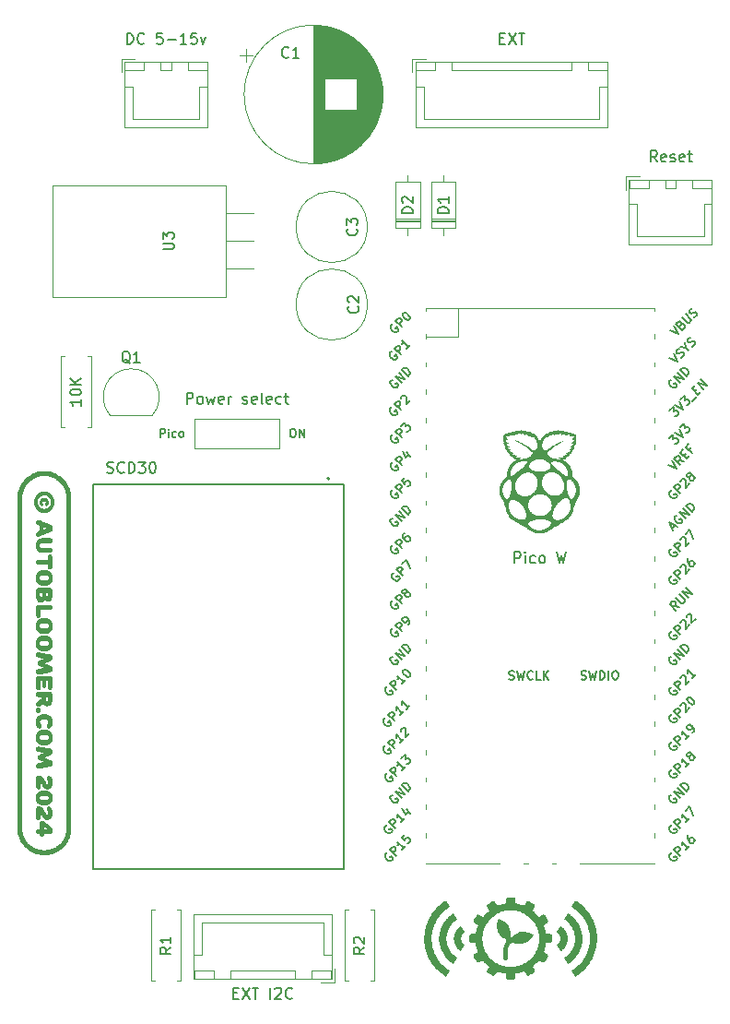
<source format=gbr>
%TF.GenerationSoftware,KiCad,Pcbnew,(6.0.7-1)-1*%
%TF.CreationDate,2024-01-28T18:10:20-08:00*%
%TF.ProjectId,SensorPod-Board,53656e73-6f72-4506-9f64-2d426f617264,rev?*%
%TF.SameCoordinates,Original*%
%TF.FileFunction,Legend,Top*%
%TF.FilePolarity,Positive*%
%FSLAX46Y46*%
G04 Gerber Fmt 4.6, Leading zero omitted, Abs format (unit mm)*
G04 Created by KiCad (PCBNEW (6.0.7-1)-1) date 2024-01-28 18:10:20*
%MOMM*%
%LPD*%
G01*
G04 APERTURE LIST*
%ADD10C,0.000000*%
%ADD11C,0.150000*%
%ADD12C,0.120000*%
%ADD13C,0.127000*%
%ADD14C,0.200000*%
G04 APERTURE END LIST*
D10*
G36*
X91620645Y-99540864D02*
G01*
X91632170Y-99541603D01*
X91643431Y-99542831D01*
X91654422Y-99544544D01*
X91665133Y-99546737D01*
X91675557Y-99549406D01*
X91685687Y-99552549D01*
X91695515Y-99556161D01*
X91705032Y-99560237D01*
X91714232Y-99564775D01*
X91723106Y-99569770D01*
X91731646Y-99575219D01*
X91739846Y-99581117D01*
X91747697Y-99587461D01*
X91755191Y-99594247D01*
X91762321Y-99601471D01*
X91769079Y-99609129D01*
X91775457Y-99617217D01*
X91781448Y-99625731D01*
X91787043Y-99634668D01*
X91792235Y-99644024D01*
X91797017Y-99653794D01*
X91801379Y-99663975D01*
X91805316Y-99674563D01*
X91808818Y-99685554D01*
X91811879Y-99696944D01*
X91814490Y-99708729D01*
X91816643Y-99720906D01*
X91818332Y-99733471D01*
X91819547Y-99746419D01*
X91820282Y-99759747D01*
X91820529Y-99773451D01*
X91820282Y-99787155D01*
X91819547Y-99800483D01*
X91818332Y-99813431D01*
X91816643Y-99825995D01*
X91814490Y-99838172D01*
X91811879Y-99849958D01*
X91808818Y-99861348D01*
X91805316Y-99872339D01*
X91801379Y-99882926D01*
X91797017Y-99893107D01*
X91792235Y-99902877D01*
X91787043Y-99912233D01*
X91781448Y-99921169D01*
X91775457Y-99929684D01*
X91769079Y-99937772D01*
X91762321Y-99945429D01*
X91755191Y-99952653D01*
X91747697Y-99959439D01*
X91739846Y-99965783D01*
X91731646Y-99971681D01*
X91723106Y-99977129D01*
X91714232Y-99982125D01*
X91705032Y-99986662D01*
X91695515Y-99990739D01*
X91685687Y-99994350D01*
X91675557Y-99997493D01*
X91665133Y-100000163D01*
X91654422Y-100002356D01*
X91643431Y-100004068D01*
X91632170Y-100005296D01*
X91620645Y-100006036D01*
X91608864Y-100006283D01*
X90741031Y-100006283D01*
X90741033Y-100514284D01*
X90740786Y-100527988D01*
X90740051Y-100541316D01*
X90738836Y-100554264D01*
X90737147Y-100566828D01*
X90734993Y-100579005D01*
X90732382Y-100590790D01*
X90729322Y-100602180D01*
X90725819Y-100613171D01*
X90721883Y-100623759D01*
X90717520Y-100633940D01*
X90712739Y-100643710D01*
X90707546Y-100653065D01*
X90701951Y-100662002D01*
X90695961Y-100670516D01*
X90689582Y-100678604D01*
X90682824Y-100686262D01*
X90675694Y-100693486D01*
X90668200Y-100700271D01*
X90660349Y-100706615D01*
X90652149Y-100712514D01*
X90643608Y-100717962D01*
X90634734Y-100722957D01*
X90625534Y-100727495D01*
X90616017Y-100731572D01*
X90606189Y-100735184D01*
X90596059Y-100738326D01*
X90585635Y-100740996D01*
X90574923Y-100743189D01*
X90563933Y-100744901D01*
X90552672Y-100746129D01*
X90541146Y-100746869D01*
X90529366Y-100747116D01*
X90517584Y-100746869D01*
X90506059Y-100746129D01*
X90494797Y-100744901D01*
X90483807Y-100743189D01*
X90473096Y-100740996D01*
X90462671Y-100738326D01*
X90452541Y-100735184D01*
X90442714Y-100731572D01*
X90433196Y-100727495D01*
X90423996Y-100722957D01*
X90415122Y-100717962D01*
X90406581Y-100712514D01*
X90398381Y-100706615D01*
X90390530Y-100700271D01*
X90383036Y-100693486D01*
X90375906Y-100686262D01*
X90369148Y-100678604D01*
X90362770Y-100670516D01*
X90356779Y-100662002D01*
X90351184Y-100653065D01*
X90345992Y-100643710D01*
X90341211Y-100633940D01*
X90336848Y-100623759D01*
X90332911Y-100613171D01*
X90329409Y-100602180D01*
X90326348Y-100590790D01*
X90323738Y-100579005D01*
X90321584Y-100566828D01*
X90319895Y-100554264D01*
X90318680Y-100541316D01*
X90317945Y-100527988D01*
X90317698Y-100514284D01*
X90317698Y-99773451D01*
X90317945Y-99759747D01*
X90318680Y-99746418D01*
X90319895Y-99733470D01*
X90321584Y-99720905D01*
X90323738Y-99708728D01*
X90326349Y-99696943D01*
X90329409Y-99685553D01*
X90332912Y-99674562D01*
X90336848Y-99663974D01*
X90341211Y-99653793D01*
X90345992Y-99644023D01*
X90351185Y-99634667D01*
X90356780Y-99625730D01*
X90362771Y-99617216D01*
X90369149Y-99609128D01*
X90375907Y-99601470D01*
X90383037Y-99594246D01*
X90390531Y-99587461D01*
X90398382Y-99581117D01*
X90406582Y-99575218D01*
X90415123Y-99569770D01*
X90423997Y-99564775D01*
X90433197Y-99560237D01*
X90442715Y-99556160D01*
X90452542Y-99552549D01*
X90462672Y-99549406D01*
X90473096Y-99546736D01*
X90483808Y-99544544D01*
X90494798Y-99542831D01*
X90506060Y-99541603D01*
X90517585Y-99540864D01*
X90529366Y-99540616D01*
X91608864Y-99540616D01*
X91620645Y-99540864D01*
G37*
G36*
X91240176Y-100790747D02*
G01*
X91273125Y-100793141D01*
X91305508Y-100797104D01*
X91337291Y-100802616D01*
X91368438Y-100809655D01*
X91398915Y-100818199D01*
X91428686Y-100828228D01*
X91457717Y-100839720D01*
X91485973Y-100852653D01*
X91513419Y-100867008D01*
X91540020Y-100882761D01*
X91565741Y-100899892D01*
X91590548Y-100918380D01*
X91614405Y-100938202D01*
X91637278Y-100959339D01*
X91659131Y-100981768D01*
X91679930Y-101005469D01*
X91699640Y-101030419D01*
X91718226Y-101056598D01*
X91735653Y-101083984D01*
X91751887Y-101112557D01*
X91766892Y-101142293D01*
X91780633Y-101173174D01*
X91793076Y-101205176D01*
X91804186Y-101238279D01*
X91813928Y-101272461D01*
X91822267Y-101307701D01*
X91829167Y-101343978D01*
X91834595Y-101381271D01*
X91838516Y-101419557D01*
X91840894Y-101458817D01*
X91841694Y-101499028D01*
X91840894Y-101539239D01*
X91838516Y-101578498D01*
X91834596Y-101616785D01*
X91829168Y-101654077D01*
X91822267Y-101690355D01*
X91813928Y-101725595D01*
X91804187Y-101759777D01*
X91793077Y-101792880D01*
X91780634Y-101824882D01*
X91766892Y-101855763D01*
X91751888Y-101885500D01*
X91735654Y-101914072D01*
X91718227Y-101941458D01*
X91699641Y-101967637D01*
X91679931Y-101992587D01*
X91659132Y-102016288D01*
X91637278Y-102038717D01*
X91614406Y-102059853D01*
X91590549Y-102079676D01*
X91565742Y-102098164D01*
X91540021Y-102115295D01*
X91513420Y-102131048D01*
X91485974Y-102145402D01*
X91457718Y-102158336D01*
X91428687Y-102169828D01*
X91398916Y-102179856D01*
X91368439Y-102188401D01*
X91337292Y-102195439D01*
X91305509Y-102200951D01*
X91273125Y-102204914D01*
X91240176Y-102207308D01*
X91206696Y-102208110D01*
X90910360Y-102208110D01*
X90876880Y-102207308D01*
X90843931Y-102204914D01*
X90811547Y-102200951D01*
X90779764Y-102195439D01*
X90748617Y-102188401D01*
X90718141Y-102179856D01*
X90688369Y-102169828D01*
X90659338Y-102158336D01*
X90631082Y-102145402D01*
X90603636Y-102131048D01*
X90577035Y-102115295D01*
X90551314Y-102098164D01*
X90526508Y-102079676D01*
X90502651Y-102059853D01*
X90479778Y-102038717D01*
X90457925Y-102016288D01*
X90437126Y-101992587D01*
X90417415Y-101967637D01*
X90398829Y-101941458D01*
X90381402Y-101914072D01*
X90365169Y-101885500D01*
X90350164Y-101855763D01*
X90336422Y-101824882D01*
X90323979Y-101792880D01*
X90312869Y-101759777D01*
X90303128Y-101725595D01*
X90294789Y-101690355D01*
X90287888Y-101654077D01*
X90282460Y-101616785D01*
X90278540Y-101578498D01*
X90276162Y-101539239D01*
X90275362Y-101499028D01*
X90635194Y-101499028D01*
X90635502Y-101510869D01*
X90636424Y-101522571D01*
X90637949Y-101534118D01*
X90640072Y-101545495D01*
X90642784Y-101556685D01*
X90646077Y-101567674D01*
X90649944Y-101578446D01*
X90654376Y-101588986D01*
X90659367Y-101599277D01*
X90664908Y-101609305D01*
X90670992Y-101619053D01*
X90677610Y-101628508D01*
X90684756Y-101637652D01*
X90692421Y-101646470D01*
X90700597Y-101654948D01*
X90709278Y-101663069D01*
X90718454Y-101670817D01*
X90728119Y-101678179D01*
X90738264Y-101685137D01*
X90748882Y-101691677D01*
X90759966Y-101697782D01*
X90771506Y-101703438D01*
X90783497Y-101708629D01*
X90795929Y-101713339D01*
X90808795Y-101717553D01*
X90822087Y-101721256D01*
X90835798Y-101724431D01*
X90849920Y-101727064D01*
X90864445Y-101729139D01*
X90879365Y-101730640D01*
X90894672Y-101731552D01*
X90910360Y-101731860D01*
X91206696Y-101731860D01*
X91222383Y-101731552D01*
X91237691Y-101730640D01*
X91252611Y-101729139D01*
X91267136Y-101727064D01*
X91281258Y-101724431D01*
X91294969Y-101721256D01*
X91308262Y-101717553D01*
X91321128Y-101713339D01*
X91333560Y-101708629D01*
X91345550Y-101703438D01*
X91357091Y-101697782D01*
X91368174Y-101691677D01*
X91378792Y-101685137D01*
X91388938Y-101678179D01*
X91398602Y-101670817D01*
X91407779Y-101663069D01*
X91416459Y-101654948D01*
X91424636Y-101646470D01*
X91432301Y-101637652D01*
X91439446Y-101628508D01*
X91446065Y-101619053D01*
X91452148Y-101609305D01*
X91457689Y-101599277D01*
X91462680Y-101588986D01*
X91467112Y-101578446D01*
X91470979Y-101567674D01*
X91474272Y-101556685D01*
X91476984Y-101545495D01*
X91479106Y-101534118D01*
X91480632Y-101522571D01*
X91481553Y-101510869D01*
X91481862Y-101499028D01*
X91481553Y-101487186D01*
X91480632Y-101475484D01*
X91479106Y-101463937D01*
X91476984Y-101452560D01*
X91474272Y-101441370D01*
X91470979Y-101430381D01*
X91467112Y-101419609D01*
X91462680Y-101409069D01*
X91457689Y-101398778D01*
X91452148Y-101388750D01*
X91446065Y-101379001D01*
X91439446Y-101369547D01*
X91432301Y-101360403D01*
X91424636Y-101351584D01*
X91416459Y-101343106D01*
X91407779Y-101334985D01*
X91398602Y-101327236D01*
X91388938Y-101319875D01*
X91378792Y-101312917D01*
X91368174Y-101306377D01*
X91357091Y-101300271D01*
X91345550Y-101294615D01*
X91333560Y-101289424D01*
X91321128Y-101284714D01*
X91308262Y-101280500D01*
X91294969Y-101276797D01*
X91281258Y-101273622D01*
X91267136Y-101270989D01*
X91252611Y-101268914D01*
X91237691Y-101267413D01*
X91222383Y-101266500D01*
X91206696Y-101266193D01*
X90910360Y-101266193D01*
X90894672Y-101266500D01*
X90879365Y-101267413D01*
X90864445Y-101268914D01*
X90849920Y-101270989D01*
X90835798Y-101273622D01*
X90822087Y-101276797D01*
X90808795Y-101280500D01*
X90795929Y-101284714D01*
X90783497Y-101289424D01*
X90771506Y-101294615D01*
X90759966Y-101300271D01*
X90748882Y-101306377D01*
X90738264Y-101312917D01*
X90728119Y-101319875D01*
X90718454Y-101327236D01*
X90709278Y-101334985D01*
X90700597Y-101343106D01*
X90692421Y-101351584D01*
X90684756Y-101360403D01*
X90677610Y-101369547D01*
X90670992Y-101379001D01*
X90664908Y-101388750D01*
X90659367Y-101398778D01*
X90654376Y-101409069D01*
X90649944Y-101419609D01*
X90646077Y-101430381D01*
X90642784Y-101441370D01*
X90640072Y-101452560D01*
X90637949Y-101463937D01*
X90636424Y-101475484D01*
X90635502Y-101487186D01*
X90635194Y-101499028D01*
X90275362Y-101499028D01*
X90276162Y-101458817D01*
X90278540Y-101419557D01*
X90282460Y-101381271D01*
X90287888Y-101343978D01*
X90294789Y-101307701D01*
X90303128Y-101272461D01*
X90312869Y-101238279D01*
X90323979Y-101205176D01*
X90336422Y-101173174D01*
X90350164Y-101142293D01*
X90365169Y-101112557D01*
X90381402Y-101083984D01*
X90398829Y-101056598D01*
X90417415Y-101030419D01*
X90437126Y-101005469D01*
X90457925Y-100981768D01*
X90479778Y-100959339D01*
X90502651Y-100938202D01*
X90526508Y-100918380D01*
X90551314Y-100899892D01*
X90577035Y-100882761D01*
X90603636Y-100867008D01*
X90631082Y-100852653D01*
X90659338Y-100839720D01*
X90688369Y-100828228D01*
X90718141Y-100818199D01*
X90748617Y-100809655D01*
X90779764Y-100802616D01*
X90811547Y-100797104D01*
X90843931Y-100793141D01*
X90876880Y-100790747D01*
X90910360Y-100789945D01*
X91206696Y-100789945D01*
X91240176Y-100790747D01*
G37*
G36*
X91240176Y-96367249D02*
G01*
X91273125Y-96369642D01*
X91305508Y-96373606D01*
X91337291Y-96379117D01*
X91368438Y-96386156D01*
X91398915Y-96394700D01*
X91428686Y-96404729D01*
X91457717Y-96416221D01*
X91485973Y-96429155D01*
X91513419Y-96443509D01*
X91540020Y-96459262D01*
X91565741Y-96476393D01*
X91590548Y-96494880D01*
X91614405Y-96514703D01*
X91637278Y-96535840D01*
X91659131Y-96558269D01*
X91679930Y-96581969D01*
X91699640Y-96606920D01*
X91718226Y-96633099D01*
X91735653Y-96660485D01*
X91751887Y-96689057D01*
X91766892Y-96718794D01*
X91780633Y-96749674D01*
X91793076Y-96781676D01*
X91804186Y-96814779D01*
X91813928Y-96848962D01*
X91822267Y-96884202D01*
X91829167Y-96920479D01*
X91834595Y-96957772D01*
X91838516Y-96996058D01*
X91840894Y-97035318D01*
X91841694Y-97075529D01*
X91840894Y-97115740D01*
X91838516Y-97155000D01*
X91834596Y-97193286D01*
X91829168Y-97230579D01*
X91822267Y-97266856D01*
X91813928Y-97302096D01*
X91804187Y-97336279D01*
X91793077Y-97369382D01*
X91780634Y-97401384D01*
X91766892Y-97432264D01*
X91751888Y-97462001D01*
X91735654Y-97490573D01*
X91718227Y-97517959D01*
X91699641Y-97544138D01*
X91679931Y-97569089D01*
X91659132Y-97592789D01*
X91637278Y-97615218D01*
X91614406Y-97636355D01*
X91590549Y-97656178D01*
X91565742Y-97674665D01*
X91540021Y-97691796D01*
X91513420Y-97707549D01*
X91485974Y-97721904D01*
X91457718Y-97734837D01*
X91428687Y-97746329D01*
X91398916Y-97756358D01*
X91368439Y-97764902D01*
X91337292Y-97771941D01*
X91305509Y-97777452D01*
X91273125Y-97781416D01*
X91240176Y-97783809D01*
X91206696Y-97784612D01*
X90910360Y-97784612D01*
X90876880Y-97783809D01*
X90843931Y-97781416D01*
X90811547Y-97777452D01*
X90779764Y-97771941D01*
X90748617Y-97764902D01*
X90718141Y-97756358D01*
X90688369Y-97746329D01*
X90659338Y-97734837D01*
X90631082Y-97721904D01*
X90603636Y-97707549D01*
X90577035Y-97691796D01*
X90551314Y-97674665D01*
X90526508Y-97656178D01*
X90502651Y-97636355D01*
X90479778Y-97615218D01*
X90457925Y-97592789D01*
X90437126Y-97569089D01*
X90417415Y-97544138D01*
X90398829Y-97517959D01*
X90381402Y-97490573D01*
X90365169Y-97462001D01*
X90350164Y-97432264D01*
X90336422Y-97401384D01*
X90323979Y-97369382D01*
X90312869Y-97336279D01*
X90303128Y-97302096D01*
X90294789Y-97266856D01*
X90287888Y-97230579D01*
X90282460Y-97193286D01*
X90278540Y-97155000D01*
X90276162Y-97115740D01*
X90275362Y-97075529D01*
X90635194Y-97075529D01*
X90635502Y-97087371D01*
X90636424Y-97099073D01*
X90637949Y-97110620D01*
X90640072Y-97121996D01*
X90642784Y-97133187D01*
X90646077Y-97144176D01*
X90649944Y-97154948D01*
X90654376Y-97165487D01*
X90659367Y-97175779D01*
X90664908Y-97185807D01*
X90670992Y-97195555D01*
X90677610Y-97205010D01*
X90684756Y-97214154D01*
X90692421Y-97222973D01*
X90700597Y-97231450D01*
X90709278Y-97239571D01*
X90718454Y-97247320D01*
X90728119Y-97254682D01*
X90738264Y-97261640D01*
X90748882Y-97268180D01*
X90759966Y-97274285D01*
X90771506Y-97279941D01*
X90783497Y-97285132D01*
X90795929Y-97289843D01*
X90808795Y-97294057D01*
X90822087Y-97297759D01*
X90835798Y-97300935D01*
X90849920Y-97303568D01*
X90864445Y-97305643D01*
X90879365Y-97307144D01*
X90894672Y-97308056D01*
X90910360Y-97308364D01*
X91206696Y-97308364D01*
X91222383Y-97308056D01*
X91237691Y-97307144D01*
X91252611Y-97305643D01*
X91267136Y-97303568D01*
X91281258Y-97300935D01*
X91294969Y-97297759D01*
X91308262Y-97294057D01*
X91321128Y-97289843D01*
X91333560Y-97285132D01*
X91345550Y-97279941D01*
X91357091Y-97274285D01*
X91368174Y-97268180D01*
X91378792Y-97261640D01*
X91388938Y-97254682D01*
X91398602Y-97247320D01*
X91407779Y-97239571D01*
X91416459Y-97231450D01*
X91424636Y-97222973D01*
X91432301Y-97214154D01*
X91439446Y-97205010D01*
X91446065Y-97195555D01*
X91452148Y-97185807D01*
X91457689Y-97175779D01*
X91462680Y-97165487D01*
X91467112Y-97154948D01*
X91470979Y-97144176D01*
X91474272Y-97133187D01*
X91476984Y-97121996D01*
X91479106Y-97110620D01*
X91480632Y-97099073D01*
X91481553Y-97087371D01*
X91481862Y-97075529D01*
X91481553Y-97063687D01*
X91480632Y-97051985D01*
X91479106Y-97040438D01*
X91476984Y-97029062D01*
X91474272Y-97017871D01*
X91470979Y-97006882D01*
X91467112Y-96996110D01*
X91462680Y-96985571D01*
X91457689Y-96975280D01*
X91452148Y-96965252D01*
X91446065Y-96955503D01*
X91439446Y-96946049D01*
X91432301Y-96936905D01*
X91424636Y-96928086D01*
X91416459Y-96919609D01*
X91407779Y-96911488D01*
X91398602Y-96903739D01*
X91388938Y-96896378D01*
X91378792Y-96889420D01*
X91368174Y-96882880D01*
X91357091Y-96876775D01*
X91345550Y-96871119D01*
X91333560Y-96865928D01*
X91321128Y-96861217D01*
X91308262Y-96857003D01*
X91294969Y-96853301D01*
X91281258Y-96850125D01*
X91267136Y-96847492D01*
X91252611Y-96845417D01*
X91237691Y-96843916D01*
X91222383Y-96843004D01*
X91206696Y-96842697D01*
X90910360Y-96842697D01*
X90894672Y-96843004D01*
X90879365Y-96843916D01*
X90864445Y-96845417D01*
X90849920Y-96847492D01*
X90835798Y-96850125D01*
X90822087Y-96853301D01*
X90808795Y-96857003D01*
X90795929Y-96861217D01*
X90783497Y-96865928D01*
X90771506Y-96871119D01*
X90759966Y-96876775D01*
X90748882Y-96882880D01*
X90738264Y-96889420D01*
X90728119Y-96896378D01*
X90718454Y-96903739D01*
X90709278Y-96911488D01*
X90700597Y-96919609D01*
X90692421Y-96928086D01*
X90684756Y-96936905D01*
X90677610Y-96946049D01*
X90670992Y-96955503D01*
X90664908Y-96965252D01*
X90659367Y-96975280D01*
X90654376Y-96985571D01*
X90649944Y-96996110D01*
X90646077Y-97006882D01*
X90642784Y-97017871D01*
X90640072Y-97029062D01*
X90637949Y-97040438D01*
X90636424Y-97051985D01*
X90635502Y-97063687D01*
X90635194Y-97075529D01*
X90275362Y-97075529D01*
X90276162Y-97035318D01*
X90278540Y-96996058D01*
X90282460Y-96957772D01*
X90287888Y-96920479D01*
X90294789Y-96884202D01*
X90303128Y-96848962D01*
X90312869Y-96814779D01*
X90323979Y-96781676D01*
X90336422Y-96749674D01*
X90350164Y-96718794D01*
X90365169Y-96689057D01*
X90381402Y-96660485D01*
X90398829Y-96633099D01*
X90417415Y-96606920D01*
X90437126Y-96581969D01*
X90457925Y-96558269D01*
X90479778Y-96535840D01*
X90502651Y-96514703D01*
X90526508Y-96494880D01*
X90551314Y-96476393D01*
X90577035Y-96459262D01*
X90603636Y-96443509D01*
X90631082Y-96429155D01*
X90659338Y-96416221D01*
X90688369Y-96404729D01*
X90718141Y-96394700D01*
X90748617Y-96386156D01*
X90779764Y-96379117D01*
X90811547Y-96373606D01*
X90843931Y-96369642D01*
X90876880Y-96367249D01*
X90910360Y-96366446D01*
X91206696Y-96366446D01*
X91240176Y-96367249D01*
G37*
G36*
X91290146Y-116616066D02*
G01*
X91320214Y-116618275D01*
X91349783Y-116621935D01*
X91378818Y-116627024D01*
X91407288Y-116633524D01*
X91435158Y-116641416D01*
X91462397Y-116650680D01*
X91488972Y-116661296D01*
X91514848Y-116673245D01*
X91539994Y-116686509D01*
X91564377Y-116701067D01*
X91587963Y-116716900D01*
X91610720Y-116733988D01*
X91632614Y-116752313D01*
X91653613Y-116771855D01*
X91673684Y-116792595D01*
X91692793Y-116814513D01*
X91710909Y-116837590D01*
X91727997Y-116861806D01*
X91744026Y-116887142D01*
X91758961Y-116913579D01*
X91772771Y-116941097D01*
X91785421Y-116969678D01*
X91796880Y-116999300D01*
X91807114Y-117029946D01*
X91816091Y-117061596D01*
X91823777Y-117094230D01*
X91830139Y-117127830D01*
X91835145Y-117162375D01*
X91838761Y-117197846D01*
X91840955Y-117234224D01*
X91841694Y-117271490D01*
X91840955Y-117308756D01*
X91838761Y-117345134D01*
X91835145Y-117380605D01*
X91830139Y-117415150D01*
X91823777Y-117448750D01*
X91816091Y-117481384D01*
X91807114Y-117513034D01*
X91796880Y-117543680D01*
X91785421Y-117573302D01*
X91772771Y-117601883D01*
X91758961Y-117629401D01*
X91744026Y-117655838D01*
X91727997Y-117681174D01*
X91710909Y-117705390D01*
X91692793Y-117728467D01*
X91673684Y-117750385D01*
X91653613Y-117771125D01*
X91632614Y-117790667D01*
X91610720Y-117808992D01*
X91587963Y-117826080D01*
X91564377Y-117841913D01*
X91539994Y-117856471D01*
X91514848Y-117869735D01*
X91488972Y-117881684D01*
X91462397Y-117892300D01*
X91435158Y-117901564D01*
X91407288Y-117909456D01*
X91378818Y-117915956D01*
X91349783Y-117921045D01*
X91320214Y-117924705D01*
X91290146Y-117926914D01*
X91259611Y-117927655D01*
X90857445Y-117927655D01*
X90826909Y-117926914D01*
X90796841Y-117924705D01*
X90767273Y-117921045D01*
X90738237Y-117915956D01*
X90709768Y-117909456D01*
X90681897Y-117901564D01*
X90654658Y-117892300D01*
X90628084Y-117881684D01*
X90602207Y-117869735D01*
X90577061Y-117856471D01*
X90552679Y-117841913D01*
X90529093Y-117826080D01*
X90506336Y-117808992D01*
X90484442Y-117790667D01*
X90463443Y-117771125D01*
X90443372Y-117750385D01*
X90424262Y-117728467D01*
X90406147Y-117705390D01*
X90389058Y-117681174D01*
X90373030Y-117655838D01*
X90358094Y-117629401D01*
X90344285Y-117601883D01*
X90331634Y-117573302D01*
X90320175Y-117543680D01*
X90309941Y-117513034D01*
X90300965Y-117481384D01*
X90293279Y-117448750D01*
X90286916Y-117415150D01*
X90281911Y-117380605D01*
X90278294Y-117345134D01*
X90276100Y-117308756D01*
X90275362Y-117271490D01*
X90635194Y-117271490D01*
X90635441Y-117280386D01*
X90636178Y-117289207D01*
X90637400Y-117297939D01*
X90639100Y-117306568D01*
X90641274Y-117315080D01*
X90643914Y-117323463D01*
X90647016Y-117331703D01*
X90650573Y-117339785D01*
X90654579Y-117347697D01*
X90659030Y-117355425D01*
X90663918Y-117362955D01*
X90669238Y-117370274D01*
X90674985Y-117377369D01*
X90681153Y-117384225D01*
X90687735Y-117390829D01*
X90694726Y-117397167D01*
X90702120Y-117403226D01*
X90709911Y-117408993D01*
X90718093Y-117414454D01*
X90726662Y-117419595D01*
X90735610Y-117424402D01*
X90744932Y-117428863D01*
X90754622Y-117432963D01*
X90764675Y-117436690D01*
X90775084Y-117440028D01*
X90785844Y-117442966D01*
X90796949Y-117445488D01*
X90808394Y-117447583D01*
X90820171Y-117449236D01*
X90832276Y-117450433D01*
X90844702Y-117451161D01*
X90857445Y-117451407D01*
X91259611Y-117451407D01*
X91272353Y-117451161D01*
X91284780Y-117450433D01*
X91296885Y-117449236D01*
X91308662Y-117447583D01*
X91320106Y-117445488D01*
X91331211Y-117442966D01*
X91341971Y-117440028D01*
X91352380Y-117436690D01*
X91362433Y-117432963D01*
X91372123Y-117428863D01*
X91381445Y-117424402D01*
X91390393Y-117419595D01*
X91398961Y-117414454D01*
X91407144Y-117408993D01*
X91414935Y-117403226D01*
X91422329Y-117397167D01*
X91429320Y-117390829D01*
X91435902Y-117384225D01*
X91442069Y-117377369D01*
X91447816Y-117370274D01*
X91453136Y-117362955D01*
X91458024Y-117355425D01*
X91462474Y-117347697D01*
X91466481Y-117339785D01*
X91470038Y-117331703D01*
X91473139Y-117323463D01*
X91475780Y-117315080D01*
X91477953Y-117306568D01*
X91479653Y-117297939D01*
X91480875Y-117289207D01*
X91481613Y-117280386D01*
X91481860Y-117271490D01*
X91481613Y-117262594D01*
X91480875Y-117253773D01*
X91479653Y-117245041D01*
X91477953Y-117236412D01*
X91475780Y-117227900D01*
X91473139Y-117219517D01*
X91470038Y-117211278D01*
X91466481Y-117203195D01*
X91462474Y-117195283D01*
X91458024Y-117187555D01*
X91453136Y-117180025D01*
X91447816Y-117172706D01*
X91442069Y-117165612D01*
X91435902Y-117158756D01*
X91429320Y-117152153D01*
X91422329Y-117145814D01*
X91414935Y-117139755D01*
X91407144Y-117133988D01*
X91398961Y-117128528D01*
X91390393Y-117123387D01*
X91381445Y-117118579D01*
X91372123Y-117114119D01*
X91362433Y-117110019D01*
X91352380Y-117106292D01*
X91341971Y-117102954D01*
X91331211Y-117100016D01*
X91320106Y-117097494D01*
X91308662Y-117095399D01*
X91296885Y-117093747D01*
X91284780Y-117092549D01*
X91272353Y-117091821D01*
X91259611Y-117091575D01*
X90857445Y-117091575D01*
X90844702Y-117091821D01*
X90832276Y-117092549D01*
X90820171Y-117093747D01*
X90808394Y-117095399D01*
X90796949Y-117097494D01*
X90785844Y-117100016D01*
X90775084Y-117102954D01*
X90764675Y-117106292D01*
X90754622Y-117110019D01*
X90744932Y-117114119D01*
X90735610Y-117118579D01*
X90726662Y-117123387D01*
X90718093Y-117128528D01*
X90709911Y-117133988D01*
X90702120Y-117139755D01*
X90694726Y-117145814D01*
X90687735Y-117152153D01*
X90681153Y-117158756D01*
X90674985Y-117165612D01*
X90669238Y-117172706D01*
X90663918Y-117180025D01*
X90659030Y-117187555D01*
X90654579Y-117195283D01*
X90650573Y-117203195D01*
X90647016Y-117211278D01*
X90643914Y-117219517D01*
X90641274Y-117227900D01*
X90639100Y-117236412D01*
X90637400Y-117245041D01*
X90636178Y-117253773D01*
X90635441Y-117262594D01*
X90635194Y-117271490D01*
X90275362Y-117271490D01*
X90276100Y-117234224D01*
X90278294Y-117197846D01*
X90281911Y-117162375D01*
X90286916Y-117127830D01*
X90293279Y-117094230D01*
X90300965Y-117061596D01*
X90309941Y-117029946D01*
X90320175Y-116999300D01*
X90331634Y-116969678D01*
X90344285Y-116941097D01*
X90358094Y-116913579D01*
X90373030Y-116887142D01*
X90389058Y-116861806D01*
X90406147Y-116837590D01*
X90424262Y-116814513D01*
X90443372Y-116792595D01*
X90463443Y-116771855D01*
X90484442Y-116752313D01*
X90506336Y-116733988D01*
X90529093Y-116716900D01*
X90552679Y-116701067D01*
X90577061Y-116686509D01*
X90602207Y-116673245D01*
X90628084Y-116661296D01*
X90654658Y-116650680D01*
X90681897Y-116641416D01*
X90709768Y-116633524D01*
X90738237Y-116627024D01*
X90767273Y-116621935D01*
X90796841Y-116618275D01*
X90826909Y-116616066D01*
X90857445Y-116615325D01*
X91259611Y-116615325D01*
X91290146Y-116616066D01*
G37*
G36*
X90598733Y-115218753D02*
G01*
X90644201Y-115225302D01*
X90687053Y-115235866D01*
X90727407Y-115250158D01*
X90765382Y-115267892D01*
X90801095Y-115288781D01*
X90834665Y-115312538D01*
X90866210Y-115338876D01*
X90895848Y-115367509D01*
X90923697Y-115398149D01*
X90949876Y-115430510D01*
X90974503Y-115464305D01*
X90997695Y-115499248D01*
X91019572Y-115535051D01*
X91059852Y-115608090D01*
X91191978Y-115877304D01*
X91222490Y-115927399D01*
X91238019Y-115948288D01*
X91253886Y-115966022D01*
X91270211Y-115980314D01*
X91287112Y-115990878D01*
X91304706Y-115997427D01*
X91323112Y-115999674D01*
X91334883Y-115999051D01*
X91346345Y-115997173D01*
X91357435Y-115994023D01*
X91362821Y-115991966D01*
X91368090Y-115989586D01*
X91373236Y-115986881D01*
X91378250Y-115983848D01*
X91383124Y-115980485D01*
X91387851Y-115976791D01*
X91392423Y-115972764D01*
X91396833Y-115968401D01*
X91401071Y-115963702D01*
X91405132Y-115958663D01*
X91409006Y-115953283D01*
X91412687Y-115947560D01*
X91416166Y-115941492D01*
X91419436Y-115935078D01*
X91422489Y-115928314D01*
X91425317Y-115921200D01*
X91430267Y-115905912D01*
X91434226Y-115889197D01*
X91437130Y-115871040D01*
X91438918Y-115851427D01*
X91439528Y-115830340D01*
X91439103Y-115815852D01*
X91437864Y-115802117D01*
X91435865Y-115789084D01*
X91433161Y-115776700D01*
X91429806Y-115764913D01*
X91425854Y-115753670D01*
X91421360Y-115742920D01*
X91416377Y-115732610D01*
X91410960Y-115722687D01*
X91405163Y-115713099D01*
X91392647Y-115694720D01*
X91379263Y-115677055D01*
X91365445Y-115659684D01*
X91351626Y-115642189D01*
X91338242Y-115624151D01*
X91331848Y-115614798D01*
X91325726Y-115605153D01*
X91319929Y-115595162D01*
X91314512Y-115584774D01*
X91309529Y-115573937D01*
X91305035Y-115562597D01*
X91301083Y-115550704D01*
X91297728Y-115538204D01*
X91295024Y-115525045D01*
X91293025Y-115511175D01*
X91291786Y-115496541D01*
X91291361Y-115481092D01*
X91291571Y-115466456D01*
X91292198Y-115452316D01*
X91293236Y-115438667D01*
X91294681Y-115425508D01*
X91296527Y-115412838D01*
X91298770Y-115400654D01*
X91301404Y-115388955D01*
X91304425Y-115377738D01*
X91307827Y-115367002D01*
X91311606Y-115356745D01*
X91315755Y-115346964D01*
X91320271Y-115337658D01*
X91325148Y-115328825D01*
X91330382Y-115320463D01*
X91335966Y-115312569D01*
X91341897Y-115305143D01*
X91348169Y-115298182D01*
X91354776Y-115291684D01*
X91361715Y-115285647D01*
X91368980Y-115280069D01*
X91376565Y-115274949D01*
X91384467Y-115270284D01*
X91392679Y-115266073D01*
X91401197Y-115262313D01*
X91410016Y-115259003D01*
X91419130Y-115256140D01*
X91428535Y-115253723D01*
X91438226Y-115251750D01*
X91448197Y-115250219D01*
X91458444Y-115249128D01*
X91468962Y-115248474D01*
X91479745Y-115248257D01*
X91495681Y-115248875D01*
X91511715Y-115250725D01*
X91527806Y-115253794D01*
X91543915Y-115258075D01*
X91576027Y-115270232D01*
X91607737Y-115287117D01*
X91638727Y-115308654D01*
X91668682Y-115334763D01*
X91697285Y-115365368D01*
X91724219Y-115400392D01*
X91749170Y-115439756D01*
X91771819Y-115483384D01*
X91791852Y-115531198D01*
X91808952Y-115583120D01*
X91822802Y-115639072D01*
X91833087Y-115698978D01*
X91839489Y-115762760D01*
X91841694Y-115830340D01*
X91841017Y-115869468D01*
X91839009Y-115907472D01*
X91835703Y-115944345D01*
X91831131Y-115980078D01*
X91825327Y-116014663D01*
X91818323Y-116048094D01*
X91810153Y-116080362D01*
X91800849Y-116111460D01*
X91790444Y-116141379D01*
X91778972Y-116170112D01*
X91766465Y-116197652D01*
X91752955Y-116223990D01*
X91738477Y-116249119D01*
X91723063Y-116273031D01*
X91706746Y-116295718D01*
X91689559Y-116317173D01*
X91671535Y-116337387D01*
X91652706Y-116356354D01*
X91633106Y-116374064D01*
X91612768Y-116390512D01*
X91591724Y-116405688D01*
X91570008Y-116419585D01*
X91547653Y-116432195D01*
X91524691Y-116443511D01*
X91501155Y-116453524D01*
X91477079Y-116462228D01*
X91452495Y-116469614D01*
X91427436Y-116475674D01*
X91401935Y-116480401D01*
X91376026Y-116483787D01*
X91349740Y-116485825D01*
X91323112Y-116486505D01*
X91323116Y-116486508D01*
X91289338Y-116485347D01*
X91257402Y-116481934D01*
X91227230Y-116476375D01*
X91198742Y-116468772D01*
X91171858Y-116459232D01*
X91146500Y-116447859D01*
X91122587Y-116434757D01*
X91100040Y-116420031D01*
X91078780Y-116403786D01*
X91058727Y-116386126D01*
X91039803Y-116367156D01*
X91021926Y-116346981D01*
X91005019Y-116325705D01*
X90989000Y-116303433D01*
X90959315Y-116256320D01*
X90932234Y-116206478D01*
X90907122Y-116154744D01*
X90860261Y-116048952D01*
X90813649Y-115945641D01*
X90788847Y-115897008D01*
X90762200Y-115851507D01*
X90741033Y-115851507D01*
X90741033Y-116253673D01*
X90740786Y-116267377D01*
X90740051Y-116280705D01*
X90738836Y-116293653D01*
X90737147Y-116306217D01*
X90734993Y-116318394D01*
X90732382Y-116330179D01*
X90729322Y-116341569D01*
X90725819Y-116352560D01*
X90721883Y-116363148D01*
X90717520Y-116373329D01*
X90712739Y-116383099D01*
X90707546Y-116392454D01*
X90701951Y-116401391D01*
X90695961Y-116409905D01*
X90689582Y-116417993D01*
X90682824Y-116425651D01*
X90675694Y-116432875D01*
X90668200Y-116439660D01*
X90660349Y-116446004D01*
X90652149Y-116451903D01*
X90643608Y-116457351D01*
X90634734Y-116462346D01*
X90625534Y-116466884D01*
X90616017Y-116470961D01*
X90606189Y-116474573D01*
X90596059Y-116477715D01*
X90585635Y-116480385D01*
X90574923Y-116482578D01*
X90563933Y-116484290D01*
X90552672Y-116485518D01*
X90541146Y-116486258D01*
X90529366Y-116486505D01*
X90517771Y-116486258D01*
X90506408Y-116485518D01*
X90495286Y-116484290D01*
X90484415Y-116482578D01*
X90473802Y-116480385D01*
X90463457Y-116477715D01*
X90453389Y-116474573D01*
X90443607Y-116470961D01*
X90434119Y-116466884D01*
X90424934Y-116462346D01*
X90416062Y-116457351D01*
X90407512Y-116451903D01*
X90399291Y-116446004D01*
X90391410Y-116439660D01*
X90383876Y-116432875D01*
X90376700Y-116425651D01*
X90369889Y-116417993D01*
X90363454Y-116409905D01*
X90357402Y-116401391D01*
X90351742Y-116392454D01*
X90346484Y-116383099D01*
X90341637Y-116373329D01*
X90337209Y-116363148D01*
X90333209Y-116352560D01*
X90329646Y-116341569D01*
X90326530Y-116330179D01*
X90323868Y-116318394D01*
X90321671Y-116306217D01*
X90319946Y-116293653D01*
X90318703Y-116280705D01*
X90317951Y-116267377D01*
X90317698Y-116253673D01*
X90317698Y-115470506D01*
X90318005Y-115456741D01*
X90318917Y-115443236D01*
X90320419Y-115430002D01*
X90322493Y-115417052D01*
X90325126Y-115404396D01*
X90328302Y-115392046D01*
X90332004Y-115380013D01*
X90336219Y-115368311D01*
X90340929Y-115356949D01*
X90346120Y-115345940D01*
X90351776Y-115335295D01*
X90357881Y-115325027D01*
X90364421Y-115315145D01*
X90371379Y-115305663D01*
X90378740Y-115296592D01*
X90386489Y-115287944D01*
X90394610Y-115279729D01*
X90403088Y-115271960D01*
X90411906Y-115264649D01*
X90421050Y-115257806D01*
X90430504Y-115251444D01*
X90440253Y-115245574D01*
X90450281Y-115240208D01*
X90460572Y-115235358D01*
X90471112Y-115231035D01*
X90481884Y-115227250D01*
X90492872Y-115224016D01*
X90504063Y-115221343D01*
X90515439Y-115219245D01*
X90526987Y-115217731D01*
X90538689Y-115216815D01*
X90550530Y-115216506D01*
X90598733Y-115218753D01*
G37*
G36*
X91240176Y-111026810D02*
G01*
X91273125Y-111029204D01*
X91305508Y-111033167D01*
X91337291Y-111038678D01*
X91368438Y-111045717D01*
X91398915Y-111054261D01*
X91428686Y-111064290D01*
X91457717Y-111075782D01*
X91485973Y-111088716D01*
X91513419Y-111103070D01*
X91540020Y-111118823D01*
X91565741Y-111135954D01*
X91590548Y-111154442D01*
X91614405Y-111174264D01*
X91637278Y-111195401D01*
X91659131Y-111217830D01*
X91679930Y-111241531D01*
X91699640Y-111266481D01*
X91718226Y-111292660D01*
X91735653Y-111320046D01*
X91751887Y-111348618D01*
X91766892Y-111378355D01*
X91780633Y-111409235D01*
X91793076Y-111441237D01*
X91804186Y-111474340D01*
X91813928Y-111508523D01*
X91822267Y-111543763D01*
X91829167Y-111580040D01*
X91834595Y-111617333D01*
X91838516Y-111655620D01*
X91840894Y-111694879D01*
X91841694Y-111735090D01*
X91840894Y-111775301D01*
X91838516Y-111814560D01*
X91834596Y-111852847D01*
X91829168Y-111890139D01*
X91822267Y-111926416D01*
X91813928Y-111961657D01*
X91804187Y-111995839D01*
X91793077Y-112028942D01*
X91780634Y-112060944D01*
X91766892Y-112091824D01*
X91751888Y-112121560D01*
X91735654Y-112150133D01*
X91718227Y-112177519D01*
X91699641Y-112203698D01*
X91679931Y-112228648D01*
X91659132Y-112252348D01*
X91637278Y-112274777D01*
X91614406Y-112295914D01*
X91590549Y-112315737D01*
X91565742Y-112334224D01*
X91540021Y-112351355D01*
X91513420Y-112367108D01*
X91485974Y-112381462D01*
X91457718Y-112394396D01*
X91428687Y-112405888D01*
X91398916Y-112415917D01*
X91368439Y-112424461D01*
X91337292Y-112431500D01*
X91305509Y-112437011D01*
X91273125Y-112440974D01*
X91240176Y-112443368D01*
X91206696Y-112444171D01*
X90910360Y-112444171D01*
X90876880Y-112443368D01*
X90843931Y-112440975D01*
X90811547Y-112437011D01*
X90779764Y-112431500D01*
X90748617Y-112424461D01*
X90718141Y-112415917D01*
X90688369Y-112405888D01*
X90659338Y-112394396D01*
X90631082Y-112381463D01*
X90603636Y-112367109D01*
X90577035Y-112351356D01*
X90551314Y-112334225D01*
X90526508Y-112315737D01*
X90502651Y-112295915D01*
X90479778Y-112274778D01*
X90457925Y-112252349D01*
X90437126Y-112228649D01*
X90417415Y-112203699D01*
X90398829Y-112177520D01*
X90381402Y-112150134D01*
X90365169Y-112121562D01*
X90350164Y-112091825D01*
X90336422Y-112060945D01*
X90323979Y-112028942D01*
X90312869Y-111995840D01*
X90303128Y-111961657D01*
X90294789Y-111926417D01*
X90287888Y-111890140D01*
X90282460Y-111852847D01*
X90278540Y-111814561D01*
X90276162Y-111775301D01*
X90275362Y-111735090D01*
X90635194Y-111735090D01*
X90635502Y-111746932D01*
X90636424Y-111758634D01*
X90637949Y-111770180D01*
X90640072Y-111781557D01*
X90642784Y-111792747D01*
X90646077Y-111803736D01*
X90649944Y-111814508D01*
X90654376Y-111825047D01*
X90659367Y-111835339D01*
X90664908Y-111845366D01*
X90670992Y-111855115D01*
X90677610Y-111864569D01*
X90684756Y-111873713D01*
X90692421Y-111882532D01*
X90700597Y-111891009D01*
X90709278Y-111899130D01*
X90718454Y-111906879D01*
X90728119Y-111914241D01*
X90738264Y-111921199D01*
X90748882Y-111927739D01*
X90759966Y-111933844D01*
X90771506Y-111939500D01*
X90783497Y-111944691D01*
X90795929Y-111949401D01*
X90808795Y-111953616D01*
X90822087Y-111957318D01*
X90835798Y-111960494D01*
X90849920Y-111963127D01*
X90864445Y-111965202D01*
X90879365Y-111966703D01*
X90894672Y-111967615D01*
X90910360Y-111967923D01*
X91206696Y-111967923D01*
X91222383Y-111967615D01*
X91237691Y-111966703D01*
X91252611Y-111965202D01*
X91267136Y-111963127D01*
X91281258Y-111960494D01*
X91294969Y-111957319D01*
X91308262Y-111953616D01*
X91321128Y-111949402D01*
X91333560Y-111944691D01*
X91345550Y-111939501D01*
X91357091Y-111933845D01*
X91368174Y-111927739D01*
X91378792Y-111921200D01*
X91388938Y-111914241D01*
X91398602Y-111906880D01*
X91407779Y-111899131D01*
X91416459Y-111891010D01*
X91424636Y-111882533D01*
X91432301Y-111873714D01*
X91439446Y-111864570D01*
X91446065Y-111855116D01*
X91452148Y-111845367D01*
X91457689Y-111835340D01*
X91462680Y-111825048D01*
X91467112Y-111814509D01*
X91470979Y-111803737D01*
X91474272Y-111792748D01*
X91476984Y-111781557D01*
X91479106Y-111770181D01*
X91480632Y-111758634D01*
X91481553Y-111746932D01*
X91481862Y-111735090D01*
X91481553Y-111723249D01*
X91480632Y-111711546D01*
X91479106Y-111699999D01*
X91476984Y-111688623D01*
X91474272Y-111677432D01*
X91470979Y-111666443D01*
X91467112Y-111655671D01*
X91462680Y-111645132D01*
X91457689Y-111634840D01*
X91452148Y-111624813D01*
X91446065Y-111615064D01*
X91439446Y-111605609D01*
X91432301Y-111596465D01*
X91424636Y-111587647D01*
X91416459Y-111579169D01*
X91407779Y-111571048D01*
X91398602Y-111563299D01*
X91388938Y-111555938D01*
X91378792Y-111548979D01*
X91368174Y-111542440D01*
X91357091Y-111536334D01*
X91345550Y-111530678D01*
X91333560Y-111525487D01*
X91321128Y-111520777D01*
X91308262Y-111516562D01*
X91294969Y-111512860D01*
X91281258Y-111509684D01*
X91267136Y-111507051D01*
X91252611Y-111504976D01*
X91237691Y-111503475D01*
X91222383Y-111502563D01*
X91206696Y-111502256D01*
X90910360Y-111502256D01*
X90894672Y-111502563D01*
X90879365Y-111503475D01*
X90864445Y-111504976D01*
X90849920Y-111507051D01*
X90835798Y-111509684D01*
X90822087Y-111512860D01*
X90808795Y-111516562D01*
X90795929Y-111520777D01*
X90783497Y-111525487D01*
X90771506Y-111530678D01*
X90759966Y-111536334D01*
X90748882Y-111542440D01*
X90738264Y-111548979D01*
X90728119Y-111555938D01*
X90718454Y-111563299D01*
X90709278Y-111571048D01*
X90700597Y-111579169D01*
X90692421Y-111587647D01*
X90684756Y-111596465D01*
X90677610Y-111605609D01*
X90670992Y-111615064D01*
X90664908Y-111624813D01*
X90659367Y-111634840D01*
X90654376Y-111645132D01*
X90649944Y-111655671D01*
X90646077Y-111666443D01*
X90642784Y-111677432D01*
X90640072Y-111688623D01*
X90637949Y-111699999D01*
X90636424Y-111711546D01*
X90635502Y-111723249D01*
X90635194Y-111735090D01*
X90275362Y-111735090D01*
X90276162Y-111694879D01*
X90278540Y-111655620D01*
X90282460Y-111617333D01*
X90287888Y-111580040D01*
X90294789Y-111543763D01*
X90303128Y-111508523D01*
X90312869Y-111474340D01*
X90323979Y-111441237D01*
X90336422Y-111409235D01*
X90350164Y-111378355D01*
X90365169Y-111348618D01*
X90381402Y-111320046D01*
X90398829Y-111292660D01*
X90417415Y-111266481D01*
X90437126Y-111241531D01*
X90457925Y-111217830D01*
X90479778Y-111195401D01*
X90502651Y-111174264D01*
X90526508Y-111154442D01*
X90551314Y-111135954D01*
X90577035Y-111118823D01*
X90603636Y-111103070D01*
X90631082Y-111088716D01*
X90659338Y-111075782D01*
X90688369Y-111064290D01*
X90718141Y-111054261D01*
X90748617Y-111045717D01*
X90779764Y-111038678D01*
X90811547Y-111033167D01*
X90843931Y-111029204D01*
X90876880Y-111026810D01*
X90910360Y-111026007D01*
X91206696Y-111026007D01*
X91240176Y-111026810D01*
G37*
G36*
X91240176Y-102378249D02*
G01*
X91273125Y-102380642D01*
X91305508Y-102384606D01*
X91337291Y-102390117D01*
X91368438Y-102397156D01*
X91398915Y-102405700D01*
X91428686Y-102415729D01*
X91457717Y-102427221D01*
X91485973Y-102440154D01*
X91513419Y-102454508D01*
X91540020Y-102470261D01*
X91565741Y-102487392D01*
X91590548Y-102505880D01*
X91614405Y-102525702D01*
X91637278Y-102546839D01*
X91659131Y-102569268D01*
X91679930Y-102592968D01*
X91699640Y-102617918D01*
X91718226Y-102644097D01*
X91735653Y-102671483D01*
X91751887Y-102700055D01*
X91766892Y-102729792D01*
X91780633Y-102760672D01*
X91793076Y-102792674D01*
X91804186Y-102825777D01*
X91813928Y-102859960D01*
X91822267Y-102895200D01*
X91829167Y-102931477D01*
X91834595Y-102968770D01*
X91838516Y-103007056D01*
X91840894Y-103046316D01*
X91841694Y-103086527D01*
X91840894Y-103126738D01*
X91838516Y-103165997D01*
X91834596Y-103204284D01*
X91829168Y-103241577D01*
X91822267Y-103277854D01*
X91813928Y-103313094D01*
X91804187Y-103347277D01*
X91793077Y-103380379D01*
X91780634Y-103412382D01*
X91766892Y-103443262D01*
X91751888Y-103472999D01*
X91735654Y-103501571D01*
X91718227Y-103528957D01*
X91699641Y-103555136D01*
X91679931Y-103580086D01*
X91659132Y-103603787D01*
X91637278Y-103626216D01*
X91614406Y-103647353D01*
X91590549Y-103667175D01*
X91565742Y-103685663D01*
X91540021Y-103702794D01*
X91513420Y-103718547D01*
X91485974Y-103732901D01*
X91457718Y-103745835D01*
X91428687Y-103757327D01*
X91398916Y-103767356D01*
X91368439Y-103775900D01*
X91337292Y-103782939D01*
X91305509Y-103788450D01*
X91273125Y-103792413D01*
X91240176Y-103794807D01*
X91206696Y-103795610D01*
X90910360Y-103795610D01*
X90876880Y-103794807D01*
X90843931Y-103792413D01*
X90811547Y-103788450D01*
X90779764Y-103782939D01*
X90748617Y-103775900D01*
X90718141Y-103767356D01*
X90688369Y-103757327D01*
X90659338Y-103745835D01*
X90631082Y-103732901D01*
X90603636Y-103718547D01*
X90577035Y-103702794D01*
X90551314Y-103685663D01*
X90526508Y-103667175D01*
X90502651Y-103647353D01*
X90479778Y-103626216D01*
X90457925Y-103603787D01*
X90437126Y-103580086D01*
X90417415Y-103555136D01*
X90398829Y-103528957D01*
X90381402Y-103501571D01*
X90365169Y-103472999D01*
X90350164Y-103443262D01*
X90336422Y-103412382D01*
X90323979Y-103380379D01*
X90312869Y-103347277D01*
X90303128Y-103313094D01*
X90294789Y-103277854D01*
X90287888Y-103241577D01*
X90282460Y-103204284D01*
X90278540Y-103165997D01*
X90276162Y-103126738D01*
X90275362Y-103086527D01*
X90635194Y-103086527D01*
X90635502Y-103098368D01*
X90636424Y-103110071D01*
X90637949Y-103121618D01*
X90640072Y-103132994D01*
X90642784Y-103144185D01*
X90646077Y-103155174D01*
X90649944Y-103165945D01*
X90654376Y-103176485D01*
X90659367Y-103186776D01*
X90664908Y-103196804D01*
X90670992Y-103206553D01*
X90677610Y-103216007D01*
X90684756Y-103225151D01*
X90692421Y-103233969D01*
X90700597Y-103242447D01*
X90709278Y-103250568D01*
X90718454Y-103258317D01*
X90728119Y-103265678D01*
X90738264Y-103272636D01*
X90748882Y-103279176D01*
X90759966Y-103285281D01*
X90771506Y-103290937D01*
X90783497Y-103296128D01*
X90795929Y-103300838D01*
X90808795Y-103305053D01*
X90822087Y-103308755D01*
X90835798Y-103311931D01*
X90849920Y-103314564D01*
X90864445Y-103316638D01*
X90879365Y-103318140D01*
X90894672Y-103319052D01*
X90910360Y-103319359D01*
X91206696Y-103319359D01*
X91222383Y-103319052D01*
X91237691Y-103318140D01*
X91252611Y-103316638D01*
X91267136Y-103314564D01*
X91281258Y-103311931D01*
X91294969Y-103308755D01*
X91308262Y-103305053D01*
X91321128Y-103300838D01*
X91333560Y-103296128D01*
X91345550Y-103290937D01*
X91357091Y-103285281D01*
X91368174Y-103279176D01*
X91378792Y-103272636D01*
X91388938Y-103265678D01*
X91398602Y-103258317D01*
X91407779Y-103250568D01*
X91416459Y-103242447D01*
X91424636Y-103233969D01*
X91432301Y-103225151D01*
X91439446Y-103216007D01*
X91446065Y-103206553D01*
X91452148Y-103196804D01*
X91457689Y-103186776D01*
X91462680Y-103176485D01*
X91467112Y-103165945D01*
X91470979Y-103155174D01*
X91474272Y-103144185D01*
X91476984Y-103132994D01*
X91479106Y-103121618D01*
X91480632Y-103110071D01*
X91481553Y-103098368D01*
X91481862Y-103086527D01*
X91481553Y-103074685D01*
X91480632Y-103062983D01*
X91479106Y-103051437D01*
X91476984Y-103040060D01*
X91474272Y-103028870D01*
X91470979Y-103017881D01*
X91467112Y-103007109D01*
X91462680Y-102996570D01*
X91457689Y-102986278D01*
X91452148Y-102976251D01*
X91446065Y-102966502D01*
X91439446Y-102957048D01*
X91432301Y-102947904D01*
X91424636Y-102939085D01*
X91416459Y-102930608D01*
X91407779Y-102922487D01*
X91398602Y-102914738D01*
X91388938Y-102907376D01*
X91378792Y-102900418D01*
X91368174Y-102893878D01*
X91357091Y-102887773D01*
X91345550Y-102882117D01*
X91333560Y-102876926D01*
X91321128Y-102872216D01*
X91308262Y-102868001D01*
X91294969Y-102864299D01*
X91281258Y-102861123D01*
X91267136Y-102858490D01*
X91252611Y-102856415D01*
X91237691Y-102854914D01*
X91222383Y-102854002D01*
X91206696Y-102853694D01*
X90910360Y-102853694D01*
X90894672Y-102854002D01*
X90879365Y-102854914D01*
X90864445Y-102856415D01*
X90849920Y-102858490D01*
X90835798Y-102861123D01*
X90822087Y-102864298D01*
X90808795Y-102868001D01*
X90795929Y-102872215D01*
X90783497Y-102876925D01*
X90771506Y-102882116D01*
X90759966Y-102887772D01*
X90748882Y-102893878D01*
X90738264Y-102900417D01*
X90728119Y-102907376D01*
X90718454Y-102914737D01*
X90709278Y-102922486D01*
X90700597Y-102930607D01*
X90692421Y-102939084D01*
X90684756Y-102947903D01*
X90677610Y-102957047D01*
X90670992Y-102966501D01*
X90664908Y-102976250D01*
X90659367Y-102986277D01*
X90654376Y-102996569D01*
X90649944Y-103007108D01*
X90646077Y-103017880D01*
X90642784Y-103028869D01*
X90640072Y-103040059D01*
X90637949Y-103051436D01*
X90636424Y-103062983D01*
X90635502Y-103074685D01*
X90635194Y-103086527D01*
X90275362Y-103086527D01*
X90276162Y-103046316D01*
X90278540Y-103007057D01*
X90282460Y-102968770D01*
X90287888Y-102931478D01*
X90294789Y-102895201D01*
X90303128Y-102859960D01*
X90312869Y-102825778D01*
X90323979Y-102792675D01*
X90336422Y-102760673D01*
X90350164Y-102729793D01*
X90365169Y-102700056D01*
X90381402Y-102671484D01*
X90398829Y-102644098D01*
X90417415Y-102617919D01*
X90437126Y-102592969D01*
X90457925Y-102569269D01*
X90479778Y-102546840D01*
X90502651Y-102525703D01*
X90526508Y-102505880D01*
X90551314Y-102487393D01*
X90577035Y-102470262D01*
X90603636Y-102454509D01*
X90631082Y-102440155D01*
X90659338Y-102427221D01*
X90688369Y-102415729D01*
X90718141Y-102405700D01*
X90748617Y-102397156D01*
X90779764Y-102390117D01*
X90811547Y-102384606D01*
X90843931Y-102380642D01*
X90876880Y-102378249D01*
X90910360Y-102377446D01*
X91206696Y-102377446D01*
X91240176Y-102378249D01*
G37*
G36*
X90524291Y-112571408D02*
G01*
X90540693Y-112572080D01*
X90557219Y-112573124D01*
X90573683Y-112574478D01*
X90589899Y-112576080D01*
X90605681Y-112577868D01*
X90635198Y-112581754D01*
X90660747Y-112585640D01*
X90680838Y-112589030D01*
X90698697Y-112592337D01*
X91587697Y-112740504D01*
X91614967Y-112746160D01*
X91641151Y-112753605D01*
X91666157Y-112762842D01*
X91689892Y-112773874D01*
X91701254Y-112780064D01*
X91712263Y-112786705D01*
X91722907Y-112793796D01*
X91733176Y-112801337D01*
X91743057Y-112809330D01*
X91752539Y-112817774D01*
X91761610Y-112826670D01*
X91770259Y-112836018D01*
X91778474Y-112845819D01*
X91786242Y-112856073D01*
X91793554Y-112866781D01*
X91800397Y-112877942D01*
X91806759Y-112889558D01*
X91812628Y-112901628D01*
X91817994Y-112914154D01*
X91822845Y-112927134D01*
X91827168Y-112940571D01*
X91830953Y-112954463D01*
X91834187Y-112968813D01*
X91836859Y-112983619D01*
X91838958Y-112998882D01*
X91840471Y-113014604D01*
X91841388Y-113030783D01*
X91841696Y-113047421D01*
X91841418Y-113062118D01*
X91840588Y-113076450D01*
X91839211Y-113090421D01*
X91837293Y-113104037D01*
X91834841Y-113117304D01*
X91831860Y-113130229D01*
X91828355Y-113142816D01*
X91824333Y-113155072D01*
X91819799Y-113167003D01*
X91814760Y-113178613D01*
X91809221Y-113189910D01*
X91803187Y-113200899D01*
X91796665Y-113211585D01*
X91789661Y-113221975D01*
X91782180Y-113232074D01*
X91774228Y-113241888D01*
X91765811Y-113251424D01*
X91756934Y-113260686D01*
X91737827Y-113278413D01*
X91716952Y-113295117D01*
X91694357Y-113310845D01*
X91670087Y-113325643D01*
X91644190Y-113339556D01*
X91616711Y-113352633D01*
X91587697Y-113364919D01*
X91092399Y-113555419D01*
X91092399Y-113576586D01*
X91587697Y-113767087D01*
X91616711Y-113779024D01*
X91644190Y-113791842D01*
X91670087Y-113805577D01*
X91694357Y-113820267D01*
X91716952Y-113835950D01*
X91737827Y-113852662D01*
X91756934Y-113870440D01*
X91765811Y-113879741D01*
X91774228Y-113889323D01*
X91782180Y-113899190D01*
X91789661Y-113909346D01*
X91796665Y-113919798D01*
X91803187Y-113930548D01*
X91809221Y-113941602D01*
X91814760Y-113952965D01*
X91819799Y-113964641D01*
X91824333Y-113976635D01*
X91828355Y-113988951D01*
X91831860Y-114001595D01*
X91834841Y-114014570D01*
X91837293Y-114027882D01*
X91839211Y-114041534D01*
X91840588Y-114055533D01*
X91841418Y-114069881D01*
X91841696Y-114084585D01*
X91841388Y-114101229D01*
X91840471Y-114117426D01*
X91838958Y-114133174D01*
X91836859Y-114148474D01*
X91834187Y-114163324D01*
X91830953Y-114177724D01*
X91827168Y-114191673D01*
X91822845Y-114205169D01*
X91817994Y-114218213D01*
X91812628Y-114230804D01*
X91806759Y-114242941D01*
X91800397Y-114254622D01*
X91793554Y-114265847D01*
X91786242Y-114276616D01*
X91778474Y-114286928D01*
X91770259Y-114296782D01*
X91761610Y-114306176D01*
X91752539Y-114315111D01*
X91743057Y-114323586D01*
X91733176Y-114331599D01*
X91722907Y-114339151D01*
X91712263Y-114346239D01*
X91701254Y-114352864D01*
X91689892Y-114359025D01*
X91678189Y-114364721D01*
X91666157Y-114369950D01*
X91653807Y-114374713D01*
X91641151Y-114379009D01*
X91628200Y-114382837D01*
X91614967Y-114386195D01*
X91601462Y-114389084D01*
X91587697Y-114391502D01*
X90698697Y-114539669D01*
X90680838Y-114542976D01*
X90635198Y-114550252D01*
X90605681Y-114554138D01*
X90573683Y-114557528D01*
X90540693Y-114559926D01*
X90524291Y-114560598D01*
X90508199Y-114560836D01*
X90496417Y-114560588D01*
X90484892Y-114559851D01*
X90473630Y-114558629D01*
X90462640Y-114556929D01*
X90451929Y-114554756D01*
X90441504Y-114552115D01*
X90431374Y-114549014D01*
X90421547Y-114545457D01*
X90412029Y-114541450D01*
X90402829Y-114537000D01*
X90393955Y-114532112D01*
X90385414Y-114526791D01*
X90377214Y-114521045D01*
X90369363Y-114514878D01*
X90361869Y-114508296D01*
X90354739Y-114501305D01*
X90347981Y-114493911D01*
X90341603Y-114486120D01*
X90335612Y-114477937D01*
X90330017Y-114469369D01*
X90324825Y-114460421D01*
X90320044Y-114451099D01*
X90315681Y-114441409D01*
X90311744Y-114431356D01*
X90308242Y-114420947D01*
X90305181Y-114410187D01*
X90302571Y-114399082D01*
X90300417Y-114387638D01*
X90298728Y-114375861D01*
X90297513Y-114363756D01*
X90296778Y-114351329D01*
X90296531Y-114338587D01*
X90296778Y-114325843D01*
X90297513Y-114313412D01*
X90298728Y-114301295D01*
X90300417Y-114289493D01*
X90302571Y-114278010D01*
X90305182Y-114266846D01*
X90308242Y-114256004D01*
X90311745Y-114245485D01*
X90315681Y-114235292D01*
X90320044Y-114225427D01*
X90324825Y-114215891D01*
X90330018Y-114206686D01*
X90335613Y-114197815D01*
X90341604Y-114189279D01*
X90347982Y-114181080D01*
X90354740Y-114173221D01*
X90361870Y-114165702D01*
X90369364Y-114158527D01*
X90377215Y-114151696D01*
X90385415Y-114145212D01*
X90393956Y-114139077D01*
X90402830Y-114133293D01*
X90412030Y-114127861D01*
X90421548Y-114122785D01*
X90431375Y-114118064D01*
X90441505Y-114113702D01*
X90451929Y-114109701D01*
X90462641Y-114106062D01*
X90473631Y-114102787D01*
X90484893Y-114099879D01*
X90508199Y-114095169D01*
X91058531Y-113999919D01*
X91058531Y-113978752D01*
X90656363Y-113820002D01*
X90631313Y-113809824D01*
X90607767Y-113799104D01*
X90585740Y-113787794D01*
X90565248Y-113775849D01*
X90546306Y-113763222D01*
X90528930Y-113749866D01*
X90520834Y-113742900D01*
X90513136Y-113735735D01*
X90505836Y-113728364D01*
X90498937Y-113720782D01*
X90492442Y-113712983D01*
X90486352Y-113704961D01*
X90480668Y-113696711D01*
X90475394Y-113688226D01*
X90470530Y-113679501D01*
X90466079Y-113670529D01*
X90462043Y-113661306D01*
X90458423Y-113651825D01*
X90455222Y-113642080D01*
X90452441Y-113632066D01*
X90450083Y-113621777D01*
X90448150Y-113611207D01*
X90446642Y-113600350D01*
X90445563Y-113589201D01*
X90444914Y-113577753D01*
X90444698Y-113566002D01*
X90444914Y-113554245D01*
X90445563Y-113542780D01*
X90446642Y-113531603D01*
X90448150Y-113520710D01*
X90450083Y-113510096D01*
X90452441Y-113499756D01*
X90455222Y-113489686D01*
X90458423Y-113479881D01*
X90462043Y-113470337D01*
X90466079Y-113461048D01*
X90470530Y-113452011D01*
X90475394Y-113443220D01*
X90480668Y-113434671D01*
X90486352Y-113426359D01*
X90492442Y-113418280D01*
X90498937Y-113410429D01*
X90505836Y-113402800D01*
X90513136Y-113395391D01*
X90528930Y-113381209D01*
X90546306Y-113367845D01*
X90565248Y-113355263D01*
X90585740Y-113343425D01*
X90607767Y-113332294D01*
X90631313Y-113321833D01*
X90656363Y-113312004D01*
X91058531Y-113153253D01*
X91058531Y-113132086D01*
X90508199Y-113036837D01*
X90484892Y-113032127D01*
X90462640Y-113025944D01*
X90441504Y-113018303D01*
X90431374Y-113013941D01*
X90421547Y-113009221D01*
X90412029Y-113004144D01*
X90402829Y-112998712D01*
X90393955Y-112992928D01*
X90385414Y-112986793D01*
X90377214Y-112980309D01*
X90369363Y-112973479D01*
X90361869Y-112966303D01*
X90354739Y-112958784D01*
X90347981Y-112950925D01*
X90341603Y-112942726D01*
X90335612Y-112934190D01*
X90330017Y-112925318D01*
X90324825Y-112916114D01*
X90320044Y-112906578D01*
X90315681Y-112896712D01*
X90311744Y-112886520D01*
X90308242Y-112876001D01*
X90305181Y-112865159D01*
X90302571Y-112853995D01*
X90300417Y-112842512D01*
X90298728Y-112830710D01*
X90297513Y-112818593D01*
X90296778Y-112806162D01*
X90296531Y-112793419D01*
X90296778Y-112780677D01*
X90297513Y-112768250D01*
X90298728Y-112756145D01*
X90300417Y-112744368D01*
X90302571Y-112732924D01*
X90305182Y-112721819D01*
X90308242Y-112711059D01*
X90311745Y-112700650D01*
X90315681Y-112690597D01*
X90320044Y-112680907D01*
X90324825Y-112671585D01*
X90330018Y-112662637D01*
X90335613Y-112654069D01*
X90341604Y-112645886D01*
X90347982Y-112638095D01*
X90354740Y-112630701D01*
X90361870Y-112623710D01*
X90369364Y-112617128D01*
X90377215Y-112610961D01*
X90385415Y-112605214D01*
X90393956Y-112599894D01*
X90402830Y-112595006D01*
X90412030Y-112590556D01*
X90421548Y-112586549D01*
X90431375Y-112582992D01*
X90441505Y-112579891D01*
X90451929Y-112577250D01*
X90462641Y-112575077D01*
X90473631Y-112573377D01*
X90484893Y-112572155D01*
X90496418Y-112571417D01*
X90508199Y-112571170D01*
X90524291Y-112571408D01*
G37*
G36*
X91599475Y-107544504D02*
G01*
X91611001Y-107545244D01*
X91622262Y-107546472D01*
X91633252Y-107548184D01*
X91643964Y-107550377D01*
X91654388Y-107553047D01*
X91664518Y-107556189D01*
X91674346Y-107559801D01*
X91683863Y-107563878D01*
X91693063Y-107568415D01*
X91701937Y-107573411D01*
X91710478Y-107578859D01*
X91718678Y-107584757D01*
X91726529Y-107591101D01*
X91734023Y-107597887D01*
X91741153Y-107605111D01*
X91747911Y-107612768D01*
X91754290Y-107620856D01*
X91760280Y-107629371D01*
X91765875Y-107638307D01*
X91771068Y-107647663D01*
X91775849Y-107657433D01*
X91780212Y-107667614D01*
X91784148Y-107678201D01*
X91787651Y-107689192D01*
X91790711Y-107700582D01*
X91793322Y-107712368D01*
X91795476Y-107724545D01*
X91797165Y-107737109D01*
X91798380Y-107750057D01*
X91799115Y-107763385D01*
X91799362Y-107777089D01*
X91799362Y-108221589D01*
X91798807Y-108262519D01*
X91797153Y-108301972D01*
X91794418Y-108339960D01*
X91790619Y-108376494D01*
X91785773Y-108411587D01*
X91779898Y-108445250D01*
X91773012Y-108477494D01*
X91765132Y-108508331D01*
X91756275Y-108537773D01*
X91746458Y-108565832D01*
X91735700Y-108592518D01*
X91724018Y-108617844D01*
X91711428Y-108641822D01*
X91697950Y-108664462D01*
X91683599Y-108685776D01*
X91668393Y-108705777D01*
X91652351Y-108724475D01*
X91635488Y-108741883D01*
X91617824Y-108758012D01*
X91599374Y-108772874D01*
X91580157Y-108786480D01*
X91560190Y-108798841D01*
X91539491Y-108809970D01*
X91518077Y-108819879D01*
X91495965Y-108828578D01*
X91473172Y-108836079D01*
X91449717Y-108842395D01*
X91425617Y-108847536D01*
X91400889Y-108851515D01*
X91375550Y-108854342D01*
X91349619Y-108856030D01*
X91323112Y-108856590D01*
X91298832Y-108855922D01*
X91275588Y-108853975D01*
X91253364Y-108850834D01*
X91232141Y-108846585D01*
X91211903Y-108841313D01*
X91192633Y-108835103D01*
X91174311Y-108828040D01*
X91156922Y-108820210D01*
X91140447Y-108811697D01*
X91124870Y-108802588D01*
X91110172Y-108792967D01*
X91096337Y-108782920D01*
X91083346Y-108772532D01*
X91071183Y-108761888D01*
X91059830Y-108751073D01*
X91049270Y-108740174D01*
X91039485Y-108729274D01*
X91030457Y-108718459D01*
X91014605Y-108697427D01*
X91001575Y-108677759D01*
X90991227Y-108660138D01*
X90983421Y-108645244D01*
X90978018Y-108633762D01*
X90973863Y-108623757D01*
X90952696Y-108623757D01*
X90698695Y-108835425D01*
X90680836Y-108848654D01*
X90660744Y-108862214D01*
X90648559Y-108869862D01*
X90635196Y-108877758D01*
X90620840Y-108885654D01*
X90605679Y-108893302D01*
X90589897Y-108900454D01*
X90573681Y-108906862D01*
X90557217Y-108912277D01*
X90540691Y-108916453D01*
X90532463Y-108917998D01*
X90524289Y-108919140D01*
X90516192Y-108919848D01*
X90508196Y-108920091D01*
X90484890Y-108919099D01*
X90473628Y-108917858D01*
X90462638Y-108916122D01*
X90451926Y-108913890D01*
X90441502Y-108911161D01*
X90431372Y-108907937D01*
X90421544Y-108904216D01*
X90412027Y-108899999D01*
X90402827Y-108895286D01*
X90393953Y-108890077D01*
X90385412Y-108884372D01*
X90377212Y-108878171D01*
X90369361Y-108871474D01*
X90361867Y-108864281D01*
X90354737Y-108856591D01*
X90347979Y-108848406D01*
X90341601Y-108839724D01*
X90335610Y-108830546D01*
X90330015Y-108820873D01*
X90324823Y-108810703D01*
X90320041Y-108800037D01*
X90315679Y-108788875D01*
X90311742Y-108777216D01*
X90308240Y-108765062D01*
X90305179Y-108752412D01*
X90302568Y-108739265D01*
X90300415Y-108725623D01*
X90298726Y-108711484D01*
X90297511Y-108696849D01*
X90296529Y-108666091D01*
X90296832Y-108656233D01*
X90297717Y-108646511D01*
X90299145Y-108636936D01*
X90301076Y-108627520D01*
X90303473Y-108618274D01*
X90306296Y-108609211D01*
X90309506Y-108600341D01*
X90313065Y-108591677D01*
X90316935Y-108583229D01*
X90321075Y-108575011D01*
X90325449Y-108567033D01*
X90330015Y-108559306D01*
X90334738Y-108551844D01*
X90339576Y-108544656D01*
X90349446Y-108531153D01*
X90359316Y-108518890D01*
X90368877Y-108507961D01*
X90377817Y-108498457D01*
X90385827Y-108490473D01*
X90397816Y-108479436D01*
X90402364Y-108475591D01*
X90735739Y-108221591D01*
X91206698Y-108221591D01*
X91206852Y-108230397D01*
X91207308Y-108238952D01*
X91208058Y-108247255D01*
X91209096Y-108255305D01*
X91210412Y-108263099D01*
X91212000Y-108270635D01*
X91213851Y-108277911D01*
X91215958Y-108284926D01*
X91218313Y-108291677D01*
X91220909Y-108298163D01*
X91223737Y-108304381D01*
X91226789Y-108310330D01*
X91230059Y-108316008D01*
X91233538Y-108321412D01*
X91237219Y-108326541D01*
X91241093Y-108331393D01*
X91245154Y-108335966D01*
X91249392Y-108340258D01*
X91253801Y-108344268D01*
X91258374Y-108347992D01*
X91263101Y-108351429D01*
X91267975Y-108354578D01*
X91272989Y-108357436D01*
X91278135Y-108360002D01*
X91283404Y-108362272D01*
X91288790Y-108364247D01*
X91294285Y-108365923D01*
X91299880Y-108367298D01*
X91305568Y-108368372D01*
X91311342Y-108369141D01*
X91317193Y-108369603D01*
X91323114Y-108369758D01*
X91329035Y-108369603D01*
X91334886Y-108369141D01*
X91340659Y-108368372D01*
X91346347Y-108367298D01*
X91351943Y-108365923D01*
X91357437Y-108364247D01*
X91362823Y-108362272D01*
X91368093Y-108360002D01*
X91373238Y-108357436D01*
X91378252Y-108354578D01*
X91383126Y-108351429D01*
X91387854Y-108347992D01*
X91392426Y-108344268D01*
X91396835Y-108340258D01*
X91401074Y-108335966D01*
X91405134Y-108331393D01*
X91409009Y-108326541D01*
X91412689Y-108321412D01*
X91416168Y-108316008D01*
X91419438Y-108310330D01*
X91422491Y-108304381D01*
X91425319Y-108298163D01*
X91427915Y-108291677D01*
X91430270Y-108284926D01*
X91432377Y-108277911D01*
X91434228Y-108270635D01*
X91435816Y-108263099D01*
X91437132Y-108255305D01*
X91438170Y-108247255D01*
X91438920Y-108238952D01*
X91439376Y-108230397D01*
X91439530Y-108221591D01*
X91439530Y-108009924D01*
X91206698Y-108009924D01*
X91206698Y-108221591D01*
X90735739Y-108221591D01*
X90846864Y-108136924D01*
X90846864Y-108009922D01*
X90508196Y-108009922D01*
X90496415Y-108009674D01*
X90484890Y-108008935D01*
X90473628Y-108007707D01*
X90462638Y-108005994D01*
X90451926Y-108003801D01*
X90441502Y-108001131D01*
X90431372Y-107997989D01*
X90421544Y-107994377D01*
X90412027Y-107990300D01*
X90402827Y-107985763D01*
X90393953Y-107980767D01*
X90385412Y-107975319D01*
X90377212Y-107969420D01*
X90369361Y-107963077D01*
X90361867Y-107956291D01*
X90354737Y-107949067D01*
X90347979Y-107941409D01*
X90341601Y-107933321D01*
X90335610Y-107924807D01*
X90330015Y-107915870D01*
X90324823Y-107906515D01*
X90320041Y-107896745D01*
X90315679Y-107886564D01*
X90311742Y-107875976D01*
X90308240Y-107864985D01*
X90305179Y-107853595D01*
X90302568Y-107841810D01*
X90300415Y-107829633D01*
X90298726Y-107817069D01*
X90297511Y-107804121D01*
X90296775Y-107790793D01*
X90296529Y-107777089D01*
X90296775Y-107763385D01*
X90297511Y-107750057D01*
X90298726Y-107737109D01*
X90300415Y-107724545D01*
X90302568Y-107712368D01*
X90305179Y-107700582D01*
X90308240Y-107689192D01*
X90311742Y-107678201D01*
X90315679Y-107667614D01*
X90320042Y-107657433D01*
X90324823Y-107647663D01*
X90330015Y-107638307D01*
X90335611Y-107629371D01*
X90341601Y-107620856D01*
X90347980Y-107612768D01*
X90354738Y-107605111D01*
X90361868Y-107597887D01*
X90369362Y-107591101D01*
X90377213Y-107584757D01*
X90385413Y-107578859D01*
X90393954Y-107573411D01*
X90402828Y-107568415D01*
X90412028Y-107563878D01*
X90421545Y-107559801D01*
X90431373Y-107556189D01*
X90441503Y-107553047D01*
X90451927Y-107550377D01*
X90462638Y-107548184D01*
X90473629Y-107546472D01*
X90484890Y-107545244D01*
X90496415Y-107544504D01*
X90508196Y-107544257D01*
X91587695Y-107544257D01*
X91599475Y-107544504D01*
G37*
G36*
X91163289Y-89132015D02*
G01*
X91209477Y-89138057D01*
X91254983Y-89146428D01*
X91299745Y-89157078D01*
X91343701Y-89169956D01*
X91386789Y-89185013D01*
X91428946Y-89202197D01*
X91470112Y-89221459D01*
X91510223Y-89242747D01*
X91549218Y-89266013D01*
X91587034Y-89291204D01*
X91623611Y-89318272D01*
X91658885Y-89347165D01*
X91692795Y-89377833D01*
X91725279Y-89410225D01*
X91756275Y-89444292D01*
X91785720Y-89479983D01*
X91813553Y-89517248D01*
X91839712Y-89556036D01*
X91864134Y-89596296D01*
X91886758Y-89637979D01*
X91907521Y-89681034D01*
X91926363Y-89725410D01*
X91943220Y-89771058D01*
X91958030Y-89817926D01*
X91970732Y-89865965D01*
X91981264Y-89915124D01*
X91989563Y-89965353D01*
X91995568Y-90016601D01*
X91999216Y-90068818D01*
X92000446Y-90121954D01*
X91999216Y-90175090D01*
X91995568Y-90227307D01*
X91989563Y-90278555D01*
X91981264Y-90328784D01*
X91970732Y-90377943D01*
X91958030Y-90425982D01*
X91943220Y-90472850D01*
X91926363Y-90518498D01*
X91907522Y-90562875D01*
X91886758Y-90605929D01*
X91864134Y-90647612D01*
X91839712Y-90687873D01*
X91813554Y-90726660D01*
X91785721Y-90763925D01*
X91756276Y-90799616D01*
X91725280Y-90833683D01*
X91692796Y-90866075D01*
X91658886Y-90896743D01*
X91623612Y-90925636D01*
X91587035Y-90952704D01*
X91549219Y-90977895D01*
X91510224Y-91001161D01*
X91470113Y-91022449D01*
X91428947Y-91041711D01*
X91386790Y-91058896D01*
X91343702Y-91073952D01*
X91299746Y-91086831D01*
X91254984Y-91097480D01*
X91209478Y-91105851D01*
X91163290Y-91111893D01*
X91116481Y-91115555D01*
X91069115Y-91116787D01*
X91021748Y-91115555D01*
X90974939Y-91111893D01*
X90928751Y-91105851D01*
X90883245Y-91097480D01*
X90838482Y-91086831D01*
X90794526Y-91073952D01*
X90751439Y-91058896D01*
X90709281Y-91041711D01*
X90668115Y-91022449D01*
X90628004Y-91001161D01*
X90589009Y-90977895D01*
X90551192Y-90952704D01*
X90514616Y-90925636D01*
X90479341Y-90896743D01*
X90445431Y-90866075D01*
X90412947Y-90833683D01*
X90381952Y-90799616D01*
X90352507Y-90763925D01*
X90324674Y-90726660D01*
X90298515Y-90687873D01*
X90274093Y-90647612D01*
X90251469Y-90605929D01*
X90230705Y-90562875D01*
X90211864Y-90518498D01*
X90195007Y-90472850D01*
X90180197Y-90425982D01*
X90167495Y-90377943D01*
X90156963Y-90328784D01*
X90148664Y-90278555D01*
X90142659Y-90227307D01*
X90139011Y-90175090D01*
X90137781Y-90121954D01*
X90455281Y-90121954D01*
X90456081Y-90153512D01*
X90458454Y-90184658D01*
X90462362Y-90215355D01*
X90467766Y-90245564D01*
X90474627Y-90275246D01*
X90482907Y-90304362D01*
X90492567Y-90332873D01*
X90503567Y-90360740D01*
X90515870Y-90387926D01*
X90529437Y-90414391D01*
X90544228Y-90440096D01*
X90560205Y-90465003D01*
X90577329Y-90489072D01*
X90595562Y-90512266D01*
X90614864Y-90534545D01*
X90635198Y-90555871D01*
X90656523Y-90576204D01*
X90678802Y-90595506D01*
X90701996Y-90613739D01*
X90726066Y-90630863D01*
X90750972Y-90646840D01*
X90776677Y-90661632D01*
X90803142Y-90675198D01*
X90830328Y-90687501D01*
X90858196Y-90698501D01*
X90886707Y-90708161D01*
X90915823Y-90716441D01*
X90945504Y-90723302D01*
X90975713Y-90728706D01*
X91006410Y-90732614D01*
X91037557Y-90734987D01*
X91069115Y-90735787D01*
X91100672Y-90734987D01*
X91131819Y-90732614D01*
X91162516Y-90728706D01*
X91192724Y-90723302D01*
X91222406Y-90716441D01*
X91251521Y-90708161D01*
X91280032Y-90698501D01*
X91307900Y-90687501D01*
X91335086Y-90675198D01*
X91361550Y-90661631D01*
X91387256Y-90646840D01*
X91412162Y-90630863D01*
X91436232Y-90613739D01*
X91459425Y-90595506D01*
X91481704Y-90576204D01*
X91503030Y-90555870D01*
X91523363Y-90534545D01*
X91542665Y-90512266D01*
X91560898Y-90489072D01*
X91578022Y-90465003D01*
X91593999Y-90440096D01*
X91608790Y-90414391D01*
X91622357Y-90387926D01*
X91634660Y-90360740D01*
X91645660Y-90332872D01*
X91655320Y-90304361D01*
X91663600Y-90275246D01*
X91670461Y-90245564D01*
X91675865Y-90215355D01*
X91679773Y-90184658D01*
X91682146Y-90153512D01*
X91682946Y-90121954D01*
X91682146Y-90090397D01*
X91679773Y-90059250D01*
X91675865Y-90028553D01*
X91670461Y-89998344D01*
X91663600Y-89968662D01*
X91655320Y-89939547D01*
X91645660Y-89911035D01*
X91634660Y-89883168D01*
X91622357Y-89855982D01*
X91608790Y-89829517D01*
X91593999Y-89803812D01*
X91578022Y-89778905D01*
X91560898Y-89754836D01*
X91542665Y-89731642D01*
X91523363Y-89709363D01*
X91503030Y-89688038D01*
X91481704Y-89667704D01*
X91459425Y-89648402D01*
X91436232Y-89630169D01*
X91412162Y-89613045D01*
X91387256Y-89597068D01*
X91361550Y-89582277D01*
X91335086Y-89568710D01*
X91307900Y-89556407D01*
X91280032Y-89545407D01*
X91251521Y-89535747D01*
X91222406Y-89527467D01*
X91192724Y-89520606D01*
X91162516Y-89515202D01*
X91131819Y-89511294D01*
X91100672Y-89508921D01*
X91069115Y-89508121D01*
X91037557Y-89508921D01*
X91006410Y-89511294D01*
X90975713Y-89515202D01*
X90945504Y-89520606D01*
X90915823Y-89527467D01*
X90886707Y-89535747D01*
X90858196Y-89545407D01*
X90830328Y-89556407D01*
X90803142Y-89568710D01*
X90776677Y-89582277D01*
X90750972Y-89597068D01*
X90726066Y-89613045D01*
X90701996Y-89630169D01*
X90678802Y-89648402D01*
X90656523Y-89667704D01*
X90635198Y-89688038D01*
X90614864Y-89709363D01*
X90595562Y-89731642D01*
X90577329Y-89754836D01*
X90560205Y-89778906D01*
X90544228Y-89803812D01*
X90529437Y-89829517D01*
X90515870Y-89855982D01*
X90503567Y-89883168D01*
X90492567Y-89911036D01*
X90482907Y-89939547D01*
X90474627Y-89968663D01*
X90467766Y-89998344D01*
X90462362Y-90028553D01*
X90458454Y-90059250D01*
X90456081Y-90090397D01*
X90455281Y-90121954D01*
X90137781Y-90121954D01*
X90139011Y-90068818D01*
X90142659Y-90016601D01*
X90148664Y-89965353D01*
X90156963Y-89915124D01*
X90167495Y-89865965D01*
X90180197Y-89817926D01*
X90195007Y-89771058D01*
X90211864Y-89725410D01*
X90230705Y-89681034D01*
X90251469Y-89637979D01*
X90274093Y-89596296D01*
X90298515Y-89556036D01*
X90324674Y-89517248D01*
X90352507Y-89479983D01*
X90381952Y-89444292D01*
X90412947Y-89410225D01*
X90445431Y-89377833D01*
X90479341Y-89347165D01*
X90514616Y-89318272D01*
X90551192Y-89291204D01*
X90589009Y-89266013D01*
X90628004Y-89242747D01*
X90668115Y-89221459D01*
X90709281Y-89202197D01*
X90751439Y-89185013D01*
X90794526Y-89169956D01*
X90838482Y-89157078D01*
X90883245Y-89146428D01*
X90928751Y-89138057D01*
X90974939Y-89132015D01*
X91021748Y-89128353D01*
X91069115Y-89127121D01*
X91116481Y-89128353D01*
X91163289Y-89132015D01*
G37*
G36*
X90530591Y-108995442D02*
G01*
X90542205Y-108996270D01*
X90553609Y-108997641D01*
X90564792Y-108999546D01*
X90575743Y-109001979D01*
X90586450Y-109004931D01*
X90596901Y-109008395D01*
X90607084Y-109012362D01*
X90616989Y-109016826D01*
X90626603Y-109021778D01*
X90635914Y-109027210D01*
X90644912Y-109033116D01*
X90653584Y-109039486D01*
X90661919Y-109046314D01*
X90669905Y-109053591D01*
X90677530Y-109061310D01*
X90684784Y-109069464D01*
X90691654Y-109078043D01*
X90698128Y-109087041D01*
X90704196Y-109096450D01*
X90709844Y-109106262D01*
X90715063Y-109116470D01*
X90719840Y-109127065D01*
X90724163Y-109138039D01*
X90728022Y-109149386D01*
X90731403Y-109161097D01*
X90734297Y-109173165D01*
X90736690Y-109185581D01*
X90738572Y-109198339D01*
X90739930Y-109211429D01*
X90740754Y-109224846D01*
X90741031Y-109238580D01*
X90740754Y-109252314D01*
X90739930Y-109265731D01*
X90738572Y-109278822D01*
X90736690Y-109291580D01*
X90734297Y-109303997D01*
X90731403Y-109316064D01*
X90728022Y-109327776D01*
X90724163Y-109339123D01*
X90719840Y-109350098D01*
X90715063Y-109360693D01*
X90709844Y-109370900D01*
X90704196Y-109380712D01*
X90698128Y-109390121D01*
X90691654Y-109399119D01*
X90684784Y-109407699D01*
X90677530Y-109415852D01*
X90669905Y-109423571D01*
X90661919Y-109430849D01*
X90653584Y-109437677D01*
X90644912Y-109444047D01*
X90635914Y-109449952D01*
X90626603Y-109455385D01*
X90616989Y-109460337D01*
X90607084Y-109464800D01*
X90596901Y-109468768D01*
X90586450Y-109472231D01*
X90575743Y-109475183D01*
X90564792Y-109477616D01*
X90553609Y-109479521D01*
X90542205Y-109480892D01*
X90530591Y-109481720D01*
X90518780Y-109481998D01*
X90506968Y-109481720D01*
X90495355Y-109480892D01*
X90483950Y-109479521D01*
X90472766Y-109477616D01*
X90461815Y-109475183D01*
X90451109Y-109472231D01*
X90440658Y-109468767D01*
X90430474Y-109464800D01*
X90420570Y-109460336D01*
X90410956Y-109455384D01*
X90401644Y-109449952D01*
X90392647Y-109444046D01*
X90383975Y-109437676D01*
X90375640Y-109430848D01*
X90367654Y-109423571D01*
X90360028Y-109415851D01*
X90352775Y-109407698D01*
X90345905Y-109399118D01*
X90339431Y-109390120D01*
X90333363Y-109380711D01*
X90327715Y-109370899D01*
X90322496Y-109360692D01*
X90317719Y-109350097D01*
X90313396Y-109339122D01*
X90309537Y-109327775D01*
X90306156Y-109316064D01*
X90303263Y-109303996D01*
X90300869Y-109291579D01*
X90298988Y-109278822D01*
X90297629Y-109265731D01*
X90296806Y-109252314D01*
X90296529Y-109238580D01*
X90296806Y-109224846D01*
X90297629Y-109211429D01*
X90298988Y-109198338D01*
X90300870Y-109185581D01*
X90303263Y-109173164D01*
X90306156Y-109161096D01*
X90309538Y-109149385D01*
X90313396Y-109138038D01*
X90317719Y-109127064D01*
X90322496Y-109116469D01*
X90327715Y-109106261D01*
X90333364Y-109096449D01*
X90339432Y-109087040D01*
X90345906Y-109078042D01*
X90352776Y-109069463D01*
X90360029Y-109061309D01*
X90367655Y-109053590D01*
X90375641Y-109046313D01*
X90383976Y-109039485D01*
X90392648Y-109033115D01*
X90401645Y-109027210D01*
X90410957Y-109021777D01*
X90420571Y-109016825D01*
X90430475Y-109012362D01*
X90440659Y-109008394D01*
X90451109Y-109004931D01*
X90461816Y-109001979D01*
X90472767Y-108999546D01*
X90483951Y-108997641D01*
X90495355Y-108996270D01*
X90506969Y-108995442D01*
X90518780Y-108995164D01*
X90530591Y-108995442D01*
G37*
G36*
X91599475Y-98007294D02*
G01*
X91611001Y-98008197D01*
X91622262Y-98009565D01*
X91633252Y-98011396D01*
X91643964Y-98013688D01*
X91654388Y-98016437D01*
X91664518Y-98019642D01*
X91674346Y-98023298D01*
X91683863Y-98027405D01*
X91693063Y-98031958D01*
X91701937Y-98036955D01*
X91710478Y-98042394D01*
X91718678Y-98048272D01*
X91726529Y-98054585D01*
X91734023Y-98061332D01*
X91741153Y-98068509D01*
X91747911Y-98076115D01*
X91754290Y-98084145D01*
X91760280Y-98092598D01*
X91765875Y-98101471D01*
X91771068Y-98110761D01*
X91775849Y-98120465D01*
X91780212Y-98130580D01*
X91784148Y-98141105D01*
X91787651Y-98152035D01*
X91790711Y-98163370D01*
X91793322Y-98175105D01*
X91795476Y-98187237D01*
X91797165Y-98199766D01*
X91798380Y-98212687D01*
X91799115Y-98225997D01*
X91799362Y-98239695D01*
X91799360Y-98663028D01*
X91798867Y-98703897D01*
X91797404Y-98743173D01*
X91794991Y-98780876D01*
X91791650Y-98817024D01*
X91787402Y-98851638D01*
X91782268Y-98884736D01*
X91776270Y-98916338D01*
X91769429Y-98946463D01*
X91761766Y-98975131D01*
X91753303Y-99002362D01*
X91744061Y-99028173D01*
X91734061Y-99052586D01*
X91723325Y-99075619D01*
X91711874Y-99097291D01*
X91699729Y-99117623D01*
X91686912Y-99136633D01*
X91673443Y-99154340D01*
X91659345Y-99170765D01*
X91644638Y-99185926D01*
X91629344Y-99199843D01*
X91613484Y-99212536D01*
X91597080Y-99224023D01*
X91580152Y-99234324D01*
X91562722Y-99243458D01*
X91544812Y-99251445D01*
X91526443Y-99258305D01*
X91507635Y-99264056D01*
X91488411Y-99268718D01*
X91468792Y-99272310D01*
X91448799Y-99274852D01*
X91428453Y-99276363D01*
X91407775Y-99276862D01*
X91387401Y-99276194D01*
X91367941Y-99274247D01*
X91349375Y-99271106D01*
X91331687Y-99266857D01*
X91314860Y-99261585D01*
X91298875Y-99255375D01*
X91283716Y-99248312D01*
X91269365Y-99240481D01*
X91255805Y-99231969D01*
X91243018Y-99222860D01*
X91230987Y-99213239D01*
X91219694Y-99203192D01*
X91209122Y-99192803D01*
X91199254Y-99182159D01*
X91190071Y-99171344D01*
X91181557Y-99160445D01*
X91173694Y-99149545D01*
X91166465Y-99138730D01*
X91153838Y-99117698D01*
X91143536Y-99098029D01*
X91135420Y-99080408D01*
X91129351Y-99065514D01*
X91125188Y-99054032D01*
X91122025Y-99044027D01*
X91100858Y-99044027D01*
X91097572Y-99057670D01*
X91093115Y-99073328D01*
X91086472Y-99093637D01*
X91077410Y-99117666D01*
X91065698Y-99144486D01*
X91051102Y-99173167D01*
X91033390Y-99202777D01*
X91023293Y-99217641D01*
X91012330Y-99232388D01*
X91000471Y-99246903D01*
X90987688Y-99261068D01*
X90973951Y-99274769D01*
X90959232Y-99287889D01*
X90943502Y-99300310D01*
X90926731Y-99311918D01*
X90908890Y-99322596D01*
X90889950Y-99332227D01*
X90869882Y-99340695D01*
X90848658Y-99347885D01*
X90826248Y-99353679D01*
X90802622Y-99357962D01*
X90777753Y-99360617D01*
X90751610Y-99361528D01*
X90706623Y-99359280D01*
X90663077Y-99352474D01*
X90621175Y-99341017D01*
X90600904Y-99333516D01*
X90581118Y-99324817D01*
X90561845Y-99314909D01*
X90543108Y-99303780D01*
X90524933Y-99291418D01*
X90507345Y-99277812D01*
X90490370Y-99262951D01*
X90474032Y-99246822D01*
X90458357Y-99229414D01*
X90443370Y-99210716D01*
X90429096Y-99190715D01*
X90415560Y-99169401D01*
X90402788Y-99146761D01*
X90390805Y-99122784D01*
X90379635Y-99097458D01*
X90369305Y-99070771D01*
X90351262Y-99013271D01*
X90336878Y-98950190D01*
X90326354Y-98881434D01*
X90319892Y-98806912D01*
X90317693Y-98726529D01*
X90677530Y-98726529D01*
X90677684Y-98735334D01*
X90678140Y-98743890D01*
X90678890Y-98752193D01*
X90679928Y-98760243D01*
X90681244Y-98768036D01*
X90682832Y-98775572D01*
X90684683Y-98782848D01*
X90686790Y-98789863D01*
X90689146Y-98796614D01*
X90691741Y-98803100D01*
X90694569Y-98809318D01*
X90697622Y-98815267D01*
X90700892Y-98820944D01*
X90704371Y-98826349D01*
X90708052Y-98831478D01*
X90711926Y-98836330D01*
X90715987Y-98840903D01*
X90720225Y-98845195D01*
X90724635Y-98849204D01*
X90729207Y-98852928D01*
X90733934Y-98856365D01*
X90738808Y-98859514D01*
X90743822Y-98862372D01*
X90748968Y-98864937D01*
X90754237Y-98867208D01*
X90759623Y-98869182D01*
X90765118Y-98870858D01*
X90770713Y-98872234D01*
X90776401Y-98873307D01*
X90782174Y-98874076D01*
X90788025Y-98874539D01*
X90793946Y-98874694D01*
X90799867Y-98874539D01*
X90805718Y-98874076D01*
X90811492Y-98873307D01*
X90817180Y-98872234D01*
X90822775Y-98870858D01*
X90828270Y-98869182D01*
X90833656Y-98867208D01*
X90838926Y-98864937D01*
X90844071Y-98862372D01*
X90849085Y-98859514D01*
X90853960Y-98856365D01*
X90858687Y-98852928D01*
X90863259Y-98849204D01*
X90867668Y-98845195D01*
X90871907Y-98840903D01*
X90875967Y-98836330D01*
X90879841Y-98831478D01*
X90883522Y-98826349D01*
X90887001Y-98820944D01*
X90890271Y-98815267D01*
X90893324Y-98809318D01*
X90896152Y-98803100D01*
X90898747Y-98796614D01*
X90901102Y-98789863D01*
X90903209Y-98782848D01*
X90905060Y-98775572D01*
X90906648Y-98768036D01*
X90907965Y-98760243D01*
X90909002Y-98752193D01*
X90909753Y-98743890D01*
X90910209Y-98735334D01*
X90910362Y-98726529D01*
X90910362Y-98663028D01*
X91249030Y-98663028D01*
X91249153Y-98670842D01*
X91249518Y-98678407D01*
X91250120Y-98685725D01*
X91250952Y-98692794D01*
X91252009Y-98699616D01*
X91253285Y-98706189D01*
X91254774Y-98712514D01*
X91256471Y-98718591D01*
X91258369Y-98724420D01*
X91260463Y-98730001D01*
X91262747Y-98735334D01*
X91265215Y-98740419D01*
X91267861Y-98745256D01*
X91270680Y-98749845D01*
X91273665Y-98754186D01*
X91276811Y-98758279D01*
X91280112Y-98762123D01*
X91283563Y-98765720D01*
X91287157Y-98769068D01*
X91290888Y-98772169D01*
X91294751Y-98775021D01*
X91298740Y-98777626D01*
X91302850Y-98779982D01*
X91307073Y-98782091D01*
X91311406Y-98783951D01*
X91315840Y-98785563D01*
X91320372Y-98786927D01*
X91324995Y-98788044D01*
X91329703Y-98788912D01*
X91334491Y-98789532D01*
X91339352Y-98789904D01*
X91344281Y-98790028D01*
X91354071Y-98789532D01*
X91358858Y-98788912D01*
X91363566Y-98788044D01*
X91368189Y-98786927D01*
X91372721Y-98785563D01*
X91377155Y-98783951D01*
X91381487Y-98782091D01*
X91385711Y-98779982D01*
X91389820Y-98777626D01*
X91393809Y-98775021D01*
X91397672Y-98772169D01*
X91401404Y-98769068D01*
X91404997Y-98765720D01*
X91408448Y-98762123D01*
X91411749Y-98758279D01*
X91414895Y-98754186D01*
X91417880Y-98749845D01*
X91420699Y-98745256D01*
X91423345Y-98740419D01*
X91425813Y-98735334D01*
X91428097Y-98730001D01*
X91430191Y-98724420D01*
X91432089Y-98718591D01*
X91433785Y-98712514D01*
X91435275Y-98706189D01*
X91436551Y-98699616D01*
X91437608Y-98692794D01*
X91438440Y-98685725D01*
X91439042Y-98678407D01*
X91439530Y-98663028D01*
X91439530Y-98472528D01*
X91249030Y-98472528D01*
X91249030Y-98663028D01*
X90910362Y-98663028D01*
X90910362Y-98472528D01*
X90677530Y-98472528D01*
X90677530Y-98726529D01*
X90317693Y-98726529D01*
X90317693Y-98239695D01*
X90317940Y-98225991D01*
X90318675Y-98212663D01*
X90319891Y-98199715D01*
X90321579Y-98187151D01*
X90323733Y-98174974D01*
X90326344Y-98163188D01*
X90329405Y-98151798D01*
X90332907Y-98140807D01*
X90336844Y-98130219D01*
X90341206Y-98120038D01*
X90345988Y-98110268D01*
X90351180Y-98100913D01*
X90356775Y-98091976D01*
X90362766Y-98083461D01*
X90369144Y-98075373D01*
X90375902Y-98067715D01*
X90383032Y-98060492D01*
X90390527Y-98053706D01*
X90398378Y-98047362D01*
X90406578Y-98041464D01*
X90415118Y-98036015D01*
X90423993Y-98031020D01*
X90433192Y-98026482D01*
X90442710Y-98022405D01*
X90452538Y-98018794D01*
X90462667Y-98015651D01*
X90473092Y-98012981D01*
X90483803Y-98010788D01*
X90494793Y-98009076D01*
X90506055Y-98007848D01*
X90517580Y-98007108D01*
X90529361Y-98006861D01*
X91587695Y-98006861D01*
X91599475Y-98007294D01*
G37*
G36*
X90524291Y-103922849D02*
G01*
X90540693Y-103923521D01*
X90557219Y-103924565D01*
X90573683Y-103925919D01*
X90589899Y-103927521D01*
X90605681Y-103929309D01*
X90635198Y-103933195D01*
X90660747Y-103937081D01*
X90680838Y-103940471D01*
X90698697Y-103943779D01*
X91587697Y-104091945D01*
X91614967Y-104097601D01*
X91641151Y-104105046D01*
X91666157Y-104114283D01*
X91689892Y-104125315D01*
X91701254Y-104131506D01*
X91712263Y-104138146D01*
X91722907Y-104145237D01*
X91733176Y-104152778D01*
X91743057Y-104160771D01*
X91752539Y-104169215D01*
X91761610Y-104178111D01*
X91770259Y-104187459D01*
X91778474Y-104197260D01*
X91786242Y-104207514D01*
X91793554Y-104218222D01*
X91800397Y-104229383D01*
X91806759Y-104240999D01*
X91812628Y-104253069D01*
X91817994Y-104265595D01*
X91822845Y-104278575D01*
X91827168Y-104292012D01*
X91830953Y-104305905D01*
X91834187Y-104320254D01*
X91836859Y-104335060D01*
X91838958Y-104350324D01*
X91840471Y-104366045D01*
X91841388Y-104382224D01*
X91841696Y-104398862D01*
X91841418Y-104413560D01*
X91840588Y-104427891D01*
X91839211Y-104441862D01*
X91837293Y-104455478D01*
X91834841Y-104468746D01*
X91831860Y-104481670D01*
X91828355Y-104494257D01*
X91824333Y-104506513D01*
X91819799Y-104518444D01*
X91814760Y-104530054D01*
X91809221Y-104541351D01*
X91803187Y-104552340D01*
X91796665Y-104563026D01*
X91789661Y-104573416D01*
X91782180Y-104583515D01*
X91774228Y-104593329D01*
X91765811Y-104602865D01*
X91756934Y-104612127D01*
X91737827Y-104629854D01*
X91716952Y-104646559D01*
X91694357Y-104662286D01*
X91670087Y-104677084D01*
X91644190Y-104690998D01*
X91616711Y-104704074D01*
X91587697Y-104716360D01*
X91092399Y-104906861D01*
X91092399Y-104928028D01*
X91587697Y-105118528D01*
X91616711Y-105130466D01*
X91644190Y-105143284D01*
X91670087Y-105157019D01*
X91694357Y-105171710D01*
X91716952Y-105187393D01*
X91737827Y-105204105D01*
X91756934Y-105221883D01*
X91765811Y-105231184D01*
X91774228Y-105240766D01*
X91782180Y-105250633D01*
X91789661Y-105260790D01*
X91796665Y-105271241D01*
X91803187Y-105281991D01*
X91809221Y-105293046D01*
X91814760Y-105304409D01*
X91819799Y-105316085D01*
X91824333Y-105328079D01*
X91828355Y-105340395D01*
X91831860Y-105353038D01*
X91834841Y-105366013D01*
X91837293Y-105379325D01*
X91839211Y-105392978D01*
X91840588Y-105406976D01*
X91841418Y-105421325D01*
X91841696Y-105436029D01*
X91841388Y-105452672D01*
X91840471Y-105468869D01*
X91838958Y-105484618D01*
X91836859Y-105499917D01*
X91834187Y-105514768D01*
X91830953Y-105529167D01*
X91827168Y-105543116D01*
X91822845Y-105556613D01*
X91817994Y-105569657D01*
X91812628Y-105582248D01*
X91806759Y-105594384D01*
X91800397Y-105606065D01*
X91793554Y-105617291D01*
X91786242Y-105628060D01*
X91778474Y-105638372D01*
X91770259Y-105648225D01*
X91761610Y-105657620D01*
X91752539Y-105666555D01*
X91743057Y-105675029D01*
X91733176Y-105683043D01*
X91722907Y-105690594D01*
X91712263Y-105697683D01*
X91701254Y-105704308D01*
X91689892Y-105710468D01*
X91678189Y-105716164D01*
X91666157Y-105721394D01*
X91653807Y-105726157D01*
X91641151Y-105730453D01*
X91628200Y-105734280D01*
X91614967Y-105737638D01*
X91601462Y-105740527D01*
X91587697Y-105742945D01*
X90698697Y-105891110D01*
X90680838Y-105894417D01*
X90635198Y-105901693D01*
X90605681Y-105905579D01*
X90573683Y-105908969D01*
X90540693Y-105911367D01*
X90524291Y-105912039D01*
X90508199Y-105912277D01*
X90496417Y-105912030D01*
X90484892Y-105911292D01*
X90473630Y-105910070D01*
X90462640Y-105908370D01*
X90451929Y-105906197D01*
X90441504Y-105903556D01*
X90431374Y-105900455D01*
X90421547Y-105896898D01*
X90412029Y-105892891D01*
X90402829Y-105888441D01*
X90393955Y-105883552D01*
X90385414Y-105878232D01*
X90377214Y-105872485D01*
X90369363Y-105866318D01*
X90361869Y-105859736D01*
X90354739Y-105852745D01*
X90347981Y-105845351D01*
X90341603Y-105837560D01*
X90335612Y-105829377D01*
X90330017Y-105820809D01*
X90324825Y-105811860D01*
X90320044Y-105802538D01*
X90315681Y-105792848D01*
X90311744Y-105782795D01*
X90308242Y-105772386D01*
X90305181Y-105761626D01*
X90302571Y-105750521D01*
X90300417Y-105739077D01*
X90298728Y-105727300D01*
X90297513Y-105715195D01*
X90296778Y-105702768D01*
X90296531Y-105690026D01*
X90296778Y-105677283D01*
X90297513Y-105664851D01*
X90298728Y-105652734D01*
X90300417Y-105640933D01*
X90302571Y-105629450D01*
X90305182Y-105618286D01*
X90308242Y-105607444D01*
X90311745Y-105596925D01*
X90315681Y-105586732D01*
X90320044Y-105576867D01*
X90324825Y-105567331D01*
X90330018Y-105558126D01*
X90335613Y-105549255D01*
X90341604Y-105540719D01*
X90347982Y-105532520D01*
X90354740Y-105524661D01*
X90361870Y-105517142D01*
X90369364Y-105509966D01*
X90377215Y-105503135D01*
X90385415Y-105496652D01*
X90393956Y-105490517D01*
X90402830Y-105484732D01*
X90412030Y-105479301D01*
X90421548Y-105474224D01*
X90431375Y-105469503D01*
X90441505Y-105465142D01*
X90451929Y-105461140D01*
X90462641Y-105457501D01*
X90473631Y-105454226D01*
X90484893Y-105451318D01*
X90508199Y-105446608D01*
X91058531Y-105351358D01*
X91058531Y-105330191D01*
X90656363Y-105171441D01*
X90631313Y-105161263D01*
X90607767Y-105150543D01*
X90585740Y-105139234D01*
X90565248Y-105127289D01*
X90546306Y-105114661D01*
X90528930Y-105101306D01*
X90520834Y-105094340D01*
X90513136Y-105087175D01*
X90505836Y-105079804D01*
X90498937Y-105072222D01*
X90492442Y-105064423D01*
X90486352Y-105056402D01*
X90480668Y-105048151D01*
X90475394Y-105039666D01*
X90470530Y-105030941D01*
X90466079Y-105021970D01*
X90462043Y-105012747D01*
X90458423Y-105003266D01*
X90455222Y-104993521D01*
X90452441Y-104983507D01*
X90450083Y-104973218D01*
X90448150Y-104962648D01*
X90446642Y-104951791D01*
X90445563Y-104940642D01*
X90444914Y-104929194D01*
X90444698Y-104917443D01*
X90444914Y-104905686D01*
X90445563Y-104894221D01*
X90446642Y-104883044D01*
X90448150Y-104872151D01*
X90450083Y-104861537D01*
X90452441Y-104851197D01*
X90455222Y-104841127D01*
X90458423Y-104831322D01*
X90462043Y-104821778D01*
X90466079Y-104812489D01*
X90470530Y-104803452D01*
X90475394Y-104794661D01*
X90480668Y-104786112D01*
X90486352Y-104777800D01*
X90492442Y-104769720D01*
X90498937Y-104761869D01*
X90505836Y-104754241D01*
X90513136Y-104746831D01*
X90528930Y-104732649D01*
X90546306Y-104719285D01*
X90565248Y-104706703D01*
X90585740Y-104694865D01*
X90607767Y-104683734D01*
X90631313Y-104673273D01*
X90656363Y-104663445D01*
X91058531Y-104504695D01*
X91058531Y-104483528D01*
X90508199Y-104388278D01*
X90484892Y-104383568D01*
X90462640Y-104377385D01*
X90441504Y-104369745D01*
X90431374Y-104365383D01*
X90421547Y-104360663D01*
X90412029Y-104355586D01*
X90402829Y-104350154D01*
X90393955Y-104344370D01*
X90385414Y-104338235D01*
X90377214Y-104331751D01*
X90369363Y-104324921D01*
X90361869Y-104317745D01*
X90354739Y-104310227D01*
X90347981Y-104302367D01*
X90341603Y-104294168D01*
X90335612Y-104285632D01*
X90330017Y-104276761D01*
X90324825Y-104267557D01*
X90320044Y-104258021D01*
X90315681Y-104248155D01*
X90311744Y-104237963D01*
X90308242Y-104227444D01*
X90305181Y-104216602D01*
X90302571Y-104205439D01*
X90300417Y-104193955D01*
X90298728Y-104182154D01*
X90297513Y-104170037D01*
X90296778Y-104157606D01*
X90296531Y-104144863D01*
X90296778Y-104132120D01*
X90297513Y-104119694D01*
X90298728Y-104107589D01*
X90300417Y-104095811D01*
X90302571Y-104084367D01*
X90305182Y-104073262D01*
X90308242Y-104062502D01*
X90311745Y-104052093D01*
X90315681Y-104042040D01*
X90320044Y-104032350D01*
X90324825Y-104023028D01*
X90330018Y-104014080D01*
X90335613Y-104005511D01*
X90341604Y-103997329D01*
X90347982Y-103989537D01*
X90354740Y-103982143D01*
X90361870Y-103975152D01*
X90369364Y-103968570D01*
X90377215Y-103962403D01*
X90385415Y-103956656D01*
X90393956Y-103951336D01*
X90402830Y-103946448D01*
X90412030Y-103941997D01*
X90421548Y-103937991D01*
X90431375Y-103934434D01*
X90441505Y-103931332D01*
X90451929Y-103928692D01*
X90462641Y-103926518D01*
X90473631Y-103924818D01*
X90484893Y-103923596D01*
X90496418Y-103922859D01*
X90508199Y-103922612D01*
X90524291Y-103922849D01*
G37*
G36*
X91616708Y-92175347D02*
G01*
X91644187Y-92188514D01*
X91670085Y-92202673D01*
X91694355Y-92217949D01*
X91716950Y-92234465D01*
X91737825Y-92252345D01*
X91756932Y-92271713D01*
X91765808Y-92281994D01*
X91774226Y-92292694D01*
X91782178Y-92303827D01*
X91789659Y-92315411D01*
X91796663Y-92327459D01*
X91803185Y-92339988D01*
X91809218Y-92353013D01*
X91814758Y-92366550D01*
X91819797Y-92380613D01*
X91824331Y-92395220D01*
X91828353Y-92410384D01*
X91831857Y-92426122D01*
X91834839Y-92442449D01*
X91837291Y-92459381D01*
X91840585Y-92495121D01*
X91841694Y-92533465D01*
X91841416Y-92552976D01*
X91840585Y-92571832D01*
X91839209Y-92590047D01*
X91837291Y-92607635D01*
X91834839Y-92624610D01*
X91831857Y-92640988D01*
X91828353Y-92656782D01*
X91824331Y-92672007D01*
X91819797Y-92686677D01*
X91814758Y-92700806D01*
X91809218Y-92714408D01*
X91803185Y-92727499D01*
X91796663Y-92740092D01*
X91789659Y-92752202D01*
X91782178Y-92763843D01*
X91774226Y-92775029D01*
X91765808Y-92785775D01*
X91756932Y-92796095D01*
X91747602Y-92806003D01*
X91737825Y-92815514D01*
X91727605Y-92824642D01*
X91716950Y-92833402D01*
X91705865Y-92841807D01*
X91694355Y-92849873D01*
X91670085Y-92865041D01*
X91644187Y-92879023D01*
X91616708Y-92891931D01*
X91587695Y-92903881D01*
X90698695Y-93242547D01*
X90677859Y-93250816D01*
X90655163Y-93259290D01*
X90627258Y-93269006D01*
X90596377Y-93278721D01*
X90580517Y-93283191D01*
X90564751Y-93287195D01*
X90549357Y-93290580D01*
X90534613Y-93293190D01*
X90520800Y-93294869D01*
X90508196Y-93295464D01*
X90497346Y-93295186D01*
X90486634Y-93294360D01*
X90476073Y-93292996D01*
X90465676Y-93291102D01*
X90455458Y-93288689D01*
X90445432Y-93285767D01*
X90435611Y-93282344D01*
X90426009Y-93278431D01*
X90416640Y-93274038D01*
X90407517Y-93269173D01*
X90398653Y-93263848D01*
X90390063Y-93258070D01*
X90381759Y-93251852D01*
X90373756Y-93245200D01*
X90366067Y-93238127D01*
X90358706Y-93230641D01*
X90351685Y-93222751D01*
X90345019Y-93214468D01*
X90338721Y-93205802D01*
X90332805Y-93196762D01*
X90327285Y-93187357D01*
X90322173Y-93177597D01*
X90317484Y-93167493D01*
X90313230Y-93157053D01*
X90309427Y-93146288D01*
X90306086Y-93135207D01*
X90303222Y-93123820D01*
X90300849Y-93112136D01*
X90298979Y-93100166D01*
X90297627Y-93087918D01*
X90296805Y-93075403D01*
X90296529Y-93062630D01*
X90296775Y-93051809D01*
X90297511Y-93041174D01*
X90298726Y-93030725D01*
X90300415Y-93020462D01*
X90302568Y-93010385D01*
X90305179Y-93000495D01*
X90308240Y-92990790D01*
X90311742Y-92981271D01*
X90315679Y-92971938D01*
X90320042Y-92962792D01*
X90324823Y-92953831D01*
X90330015Y-92945056D01*
X90335611Y-92936468D01*
X90341601Y-92928065D01*
X90354738Y-92911818D01*
X90369362Y-92896315D01*
X90385413Y-92881556D01*
X90402828Y-92867542D01*
X90421545Y-92854271D01*
X90441503Y-92841745D01*
X90462638Y-92829963D01*
X90484890Y-92818925D01*
X90508196Y-92808631D01*
X90635196Y-92755715D01*
X90635196Y-92406465D01*
X91016197Y-92406465D01*
X91016197Y-92660464D01*
X91333695Y-92544048D01*
X91333695Y-92522881D01*
X91016197Y-92406465D01*
X90635196Y-92406465D01*
X90635196Y-92311215D01*
X90508196Y-92258297D01*
X90484890Y-92248003D01*
X90462638Y-92236965D01*
X90441502Y-92225183D01*
X90421544Y-92212657D01*
X90402827Y-92199386D01*
X90385412Y-92185372D01*
X90369361Y-92170613D01*
X90354737Y-92155110D01*
X90347979Y-92147079D01*
X90341601Y-92138863D01*
X90335610Y-92130460D01*
X90330015Y-92121872D01*
X90324823Y-92113097D01*
X90320041Y-92104136D01*
X90315679Y-92094990D01*
X90311742Y-92085657D01*
X90308240Y-92076138D01*
X90305179Y-92066433D01*
X90302568Y-92056542D01*
X90300415Y-92046466D01*
X90298726Y-92036203D01*
X90297511Y-92025754D01*
X90296775Y-92015119D01*
X90296529Y-92004298D01*
X90296805Y-91991525D01*
X90297627Y-91979010D01*
X90298979Y-91966762D01*
X90300849Y-91954792D01*
X90303222Y-91943108D01*
X90306086Y-91931721D01*
X90309427Y-91920640D01*
X90313230Y-91909875D01*
X90317484Y-91899435D01*
X90322173Y-91889331D01*
X90327285Y-91879571D01*
X90332805Y-91870167D01*
X90338721Y-91861126D01*
X90345019Y-91852460D01*
X90351685Y-91844177D01*
X90358706Y-91836288D01*
X90366067Y-91828801D01*
X90373756Y-91821728D01*
X90381759Y-91815077D01*
X90390063Y-91808858D01*
X90398653Y-91803081D01*
X90407517Y-91797755D01*
X90416640Y-91792891D01*
X90426009Y-91788497D01*
X90435611Y-91784584D01*
X90445432Y-91781162D01*
X90455458Y-91778239D01*
X90465676Y-91775826D01*
X90476073Y-91773933D01*
X90486634Y-91772568D01*
X90497346Y-91771742D01*
X90508196Y-91771465D01*
X90514330Y-91771617D01*
X90520800Y-91772059D01*
X90534613Y-91773739D01*
X90549357Y-91776348D01*
X90564751Y-91779733D01*
X90580517Y-91783738D01*
X90596377Y-91788208D01*
X90612050Y-91792988D01*
X90627258Y-91797923D01*
X90655163Y-91807638D01*
X90677859Y-91816113D01*
X90698695Y-91824382D01*
X91016197Y-91945335D01*
X91587695Y-92163048D01*
X91616708Y-92175347D01*
G37*
G36*
X91321763Y-87281031D02*
G01*
X91445449Y-87296808D01*
X91567179Y-87318622D01*
X91686796Y-87346317D01*
X91804142Y-87379735D01*
X91919062Y-87418720D01*
X92031397Y-87463114D01*
X92140992Y-87512760D01*
X92247689Y-87567502D01*
X92351330Y-87627183D01*
X92451760Y-87691645D01*
X92548821Y-87760732D01*
X92642356Y-87834286D01*
X92732209Y-87912151D01*
X92818221Y-87994169D01*
X92900237Y-88080184D01*
X92978099Y-88170039D01*
X93051650Y-88263576D01*
X93120734Y-88360639D01*
X93185192Y-88461071D01*
X93244870Y-88564714D01*
X93299608Y-88671413D01*
X93349251Y-88781009D01*
X93393642Y-88893345D01*
X93432623Y-89008266D01*
X93466037Y-89125614D01*
X93493728Y-89245231D01*
X93515538Y-89366961D01*
X93531311Y-89490647D01*
X93540890Y-89616132D01*
X93544117Y-89743259D01*
X93544117Y-120042182D01*
X93540890Y-120169309D01*
X93531311Y-120294794D01*
X93515538Y-120418480D01*
X93493728Y-120540210D01*
X93466037Y-120659827D01*
X93432622Y-120777175D01*
X93393641Y-120892095D01*
X93349251Y-121004432D01*
X93299608Y-121114028D01*
X93244869Y-121220726D01*
X93185192Y-121324370D01*
X93120733Y-121424801D01*
X93051649Y-121521864D01*
X92978098Y-121615401D01*
X92900236Y-121705256D01*
X92818220Y-121791271D01*
X92732208Y-121873289D01*
X92642355Y-121951154D01*
X92548820Y-122024708D01*
X92451759Y-122093795D01*
X92351329Y-122158257D01*
X92247688Y-122217938D01*
X92140991Y-122272680D01*
X92031397Y-122322326D01*
X91919061Y-122366720D01*
X91804141Y-122405705D01*
X91686795Y-122439123D01*
X91567178Y-122466818D01*
X91445449Y-122488632D01*
X91321763Y-122504410D01*
X91196278Y-122513992D01*
X91069151Y-122517224D01*
X90942021Y-122513997D01*
X90816533Y-122504418D01*
X90692845Y-122488645D01*
X90571112Y-122466834D01*
X90451492Y-122439142D01*
X90334142Y-122405727D01*
X90219219Y-122366745D01*
X90106881Y-122322353D01*
X89997283Y-122272708D01*
X89890583Y-122217967D01*
X89786938Y-122158288D01*
X89686505Y-122093827D01*
X89589441Y-122024741D01*
X89495903Y-121951187D01*
X89406047Y-121873322D01*
X89320032Y-121791304D01*
X89238013Y-121705288D01*
X89160149Y-121615433D01*
X89086595Y-121521895D01*
X89017509Y-121424831D01*
X88953047Y-121324398D01*
X88893368Y-121220752D01*
X88838627Y-121114052D01*
X88788982Y-121004455D01*
X88744590Y-120892116D01*
X88705608Y-120777193D01*
X88672192Y-120659843D01*
X88644501Y-120540223D01*
X88622689Y-120418490D01*
X88606916Y-120294801D01*
X88597337Y-120169313D01*
X88594110Y-120042182D01*
X89044158Y-120042182D01*
X89046785Y-120146624D01*
X89054582Y-120249668D01*
X89067425Y-120351188D01*
X89085186Y-120451059D01*
X89107742Y-120549155D01*
X89134965Y-120645350D01*
X89166730Y-120739518D01*
X89202912Y-120831533D01*
X89243384Y-120921271D01*
X89288020Y-121008604D01*
X89336696Y-121093407D01*
X89389285Y-121175555D01*
X89445661Y-121254922D01*
X89505699Y-121331382D01*
X89569273Y-121404808D01*
X89636257Y-121475077D01*
X89706525Y-121542060D01*
X89779952Y-121605634D01*
X89856412Y-121665672D01*
X89935779Y-121722048D01*
X90017927Y-121774637D01*
X90102730Y-121823312D01*
X90190064Y-121867949D01*
X90279801Y-121908421D01*
X90371817Y-121944602D01*
X90465985Y-121976367D01*
X90562179Y-122003590D01*
X90660275Y-122026145D01*
X90760146Y-122043907D01*
X90861666Y-122056749D01*
X90964710Y-122064547D01*
X91069151Y-122067173D01*
X91173590Y-122064544D01*
X91276632Y-122056743D01*
X91378149Y-122043898D01*
X91478017Y-122026134D01*
X91576110Y-122003576D01*
X91672301Y-121976351D01*
X91766466Y-121944584D01*
X91858479Y-121908401D01*
X91948213Y-121867928D01*
X92035543Y-121823290D01*
X92120343Y-121774614D01*
X92202488Y-121722025D01*
X92281852Y-121665648D01*
X92358308Y-121605610D01*
X92431732Y-121542036D01*
X92501997Y-121475053D01*
X92568978Y-121404785D01*
X92632549Y-121331358D01*
X92692584Y-121254899D01*
X92748958Y-121175534D01*
X92801544Y-121093387D01*
X92850218Y-121008584D01*
X92894852Y-120921252D01*
X92935322Y-120831517D01*
X92971501Y-120739503D01*
X93003265Y-120645336D01*
X93030487Y-120549144D01*
X93053041Y-120451050D01*
X93070802Y-120351181D01*
X93083643Y-120249663D01*
X93091440Y-120146622D01*
X93094067Y-120042182D01*
X93094067Y-89743259D01*
X93091440Y-89638820D01*
X93083643Y-89535779D01*
X93070802Y-89434261D01*
X93053041Y-89334392D01*
X93030487Y-89236298D01*
X93003265Y-89140106D01*
X92971501Y-89045939D01*
X92935322Y-88953926D01*
X92894852Y-88864190D01*
X92850218Y-88776858D01*
X92801544Y-88692055D01*
X92748958Y-88609908D01*
X92692584Y-88530543D01*
X92632549Y-88454084D01*
X92568978Y-88380657D01*
X92501997Y-88310389D01*
X92431732Y-88243406D01*
X92358308Y-88179832D01*
X92281852Y-88119794D01*
X92202488Y-88063417D01*
X92120343Y-88010828D01*
X92035543Y-87962151D01*
X91948213Y-87917513D01*
X91858479Y-87877040D01*
X91766466Y-87840857D01*
X91672301Y-87809090D01*
X91576110Y-87781865D01*
X91478017Y-87759307D01*
X91378149Y-87741543D01*
X91276632Y-87728697D01*
X91173590Y-87720897D01*
X91069151Y-87718267D01*
X90964710Y-87720893D01*
X90861666Y-87728691D01*
X90760146Y-87741533D01*
X90660275Y-87759295D01*
X90562179Y-87781850D01*
X90465985Y-87809074D01*
X90371817Y-87840839D01*
X90279801Y-87877020D01*
X90190064Y-87917492D01*
X90102730Y-87962129D01*
X90017927Y-88010804D01*
X89935779Y-88063393D01*
X89856412Y-88119769D01*
X89779952Y-88179807D01*
X89706525Y-88243381D01*
X89636257Y-88310365D01*
X89569273Y-88380633D01*
X89505699Y-88454060D01*
X89445661Y-88530520D01*
X89389285Y-88609887D01*
X89336696Y-88692035D01*
X89288020Y-88776838D01*
X89243384Y-88864172D01*
X89202912Y-88953909D01*
X89166730Y-89045924D01*
X89134965Y-89140092D01*
X89107742Y-89236287D01*
X89085186Y-89334383D01*
X89067425Y-89434254D01*
X89054582Y-89535774D01*
X89046785Y-89638818D01*
X89044158Y-89743259D01*
X89044158Y-120042182D01*
X88594110Y-120042182D01*
X88594110Y-89743259D01*
X88597337Y-89616129D01*
X88606916Y-89490641D01*
X88622689Y-89366952D01*
X88644501Y-89245219D01*
X88672192Y-89125600D01*
X88705608Y-89008250D01*
X88744590Y-88893327D01*
X88788982Y-88780988D01*
X88838627Y-88671390D01*
X88893368Y-88564690D01*
X88953047Y-88461045D01*
X89017509Y-88360612D01*
X89086595Y-88263548D01*
X89160149Y-88170010D01*
X89238013Y-88080154D01*
X89320032Y-87994139D01*
X89406047Y-87912120D01*
X89495903Y-87834255D01*
X89589441Y-87760701D01*
X89686505Y-87691615D01*
X89786938Y-87627154D01*
X89890583Y-87567475D01*
X89997283Y-87512734D01*
X90106881Y-87463089D01*
X90219219Y-87418697D01*
X90334142Y-87379715D01*
X90451492Y-87346299D01*
X90571112Y-87318607D01*
X90692845Y-87296796D01*
X90816533Y-87281022D01*
X90942021Y-87271444D01*
X91069151Y-87268216D01*
X91196278Y-87271448D01*
X91321763Y-87281031D01*
G37*
G36*
X91599478Y-94926040D02*
G01*
X91611003Y-94926779D01*
X91622264Y-94928007D01*
X91633255Y-94929720D01*
X91643966Y-94931913D01*
X91654390Y-94934583D01*
X91664520Y-94937725D01*
X91674348Y-94941337D01*
X91683865Y-94945413D01*
X91693065Y-94949951D01*
X91701939Y-94954946D01*
X91710480Y-94960395D01*
X91718680Y-94966293D01*
X91726531Y-94972637D01*
X91734025Y-94979423D01*
X91741156Y-94986647D01*
X91747914Y-94994304D01*
X91754292Y-95002392D01*
X91760282Y-95010907D01*
X91765878Y-95019844D01*
X91771070Y-95029199D01*
X91775851Y-95038969D01*
X91780214Y-95049150D01*
X91784151Y-95059738D01*
X91787653Y-95070729D01*
X91790714Y-95082119D01*
X91793325Y-95093904D01*
X91795478Y-95106081D01*
X91797167Y-95118646D01*
X91798383Y-95131594D01*
X91799118Y-95144922D01*
X91799364Y-95158626D01*
X91799364Y-96089959D01*
X91799118Y-96103663D01*
X91798383Y-96116991D01*
X91797167Y-96129939D01*
X91795478Y-96142503D01*
X91793325Y-96154680D01*
X91790714Y-96166466D01*
X91787653Y-96177856D01*
X91784151Y-96188847D01*
X91780214Y-96199435D01*
X91775851Y-96209616D01*
X91771070Y-96219386D01*
X91765878Y-96228741D01*
X91760282Y-96237678D01*
X91754292Y-96246192D01*
X91747914Y-96254280D01*
X91741156Y-96261938D01*
X91734025Y-96269162D01*
X91726531Y-96275947D01*
X91718680Y-96282291D01*
X91710480Y-96288189D01*
X91701939Y-96293638D01*
X91693065Y-96298633D01*
X91683865Y-96303171D01*
X91674348Y-96307247D01*
X91664520Y-96310859D01*
X91654390Y-96314002D01*
X91643966Y-96316671D01*
X91633255Y-96318864D01*
X91622264Y-96320577D01*
X91611003Y-96321805D01*
X91599478Y-96322544D01*
X91587697Y-96322792D01*
X91575916Y-96322544D01*
X91564390Y-96321805D01*
X91553129Y-96320577D01*
X91542138Y-96318864D01*
X91531427Y-96316671D01*
X91521002Y-96314002D01*
X91510872Y-96310859D01*
X91501045Y-96307247D01*
X91491527Y-96303171D01*
X91482328Y-96298633D01*
X91473453Y-96293638D01*
X91464913Y-96288189D01*
X91456713Y-96282291D01*
X91448862Y-96275947D01*
X91441367Y-96269162D01*
X91434237Y-96261938D01*
X91427479Y-96254280D01*
X91421101Y-96246192D01*
X91415111Y-96237678D01*
X91409515Y-96228741D01*
X91404323Y-96219386D01*
X91399542Y-96209616D01*
X91395179Y-96199435D01*
X91391243Y-96188847D01*
X91387740Y-96177856D01*
X91384680Y-96166466D01*
X91382069Y-96154680D01*
X91379915Y-96142503D01*
X91378227Y-96129939D01*
X91377011Y-96116991D01*
X91376276Y-96103663D01*
X91376029Y-96089959D01*
X91376029Y-95857125D01*
X90508196Y-95857125D01*
X90496415Y-95856878D01*
X90484890Y-95856138D01*
X90473629Y-95854910D01*
X90462638Y-95853198D01*
X90451927Y-95851005D01*
X90441503Y-95848335D01*
X90431373Y-95845192D01*
X90421545Y-95841581D01*
X90412028Y-95837504D01*
X90402828Y-95832966D01*
X90393954Y-95827971D01*
X90385413Y-95822523D01*
X90377213Y-95816624D01*
X90369362Y-95810280D01*
X90361868Y-95803495D01*
X90354738Y-95796271D01*
X90347980Y-95788613D01*
X90341601Y-95780525D01*
X90335611Y-95772011D01*
X90330015Y-95763074D01*
X90324823Y-95753719D01*
X90320042Y-95743949D01*
X90315679Y-95733768D01*
X90311742Y-95723180D01*
X90308240Y-95712189D01*
X90305179Y-95700799D01*
X90302568Y-95689013D01*
X90300415Y-95676836D01*
X90298726Y-95664272D01*
X90297511Y-95651324D01*
X90296775Y-95637996D01*
X90296529Y-95624292D01*
X90296775Y-95610588D01*
X90297511Y-95597260D01*
X90298726Y-95584312D01*
X90300415Y-95571747D01*
X90302568Y-95559570D01*
X90305179Y-95547785D01*
X90308240Y-95536395D01*
X90311742Y-95525404D01*
X90315679Y-95514816D01*
X90320042Y-95504635D01*
X90324823Y-95494865D01*
X90330015Y-95485509D01*
X90335611Y-95476573D01*
X90341601Y-95468058D01*
X90347980Y-95459970D01*
X90354738Y-95452312D01*
X90361868Y-95445089D01*
X90369362Y-95438303D01*
X90377213Y-95431959D01*
X90385413Y-95426061D01*
X90393954Y-95420612D01*
X90402828Y-95415617D01*
X90412028Y-95411079D01*
X90421545Y-95407003D01*
X90431373Y-95403391D01*
X90441503Y-95400248D01*
X90451927Y-95397579D01*
X90462638Y-95395386D01*
X90473629Y-95393673D01*
X90484890Y-95392445D01*
X90496415Y-95391706D01*
X90508196Y-95391458D01*
X91376029Y-95391458D01*
X91376029Y-95158626D01*
X91376276Y-95144922D01*
X91377011Y-95131594D01*
X91378227Y-95118646D01*
X91379915Y-95106081D01*
X91382069Y-95093904D01*
X91384680Y-95082119D01*
X91387741Y-95070729D01*
X91391243Y-95059738D01*
X91395179Y-95049150D01*
X91399542Y-95038969D01*
X91404324Y-95029199D01*
X91409516Y-95019844D01*
X91415111Y-95010907D01*
X91421102Y-95002392D01*
X91427480Y-94994304D01*
X91434238Y-94986647D01*
X91441368Y-94979423D01*
X91448863Y-94972637D01*
X91456714Y-94966293D01*
X91464913Y-94960395D01*
X91473454Y-94954946D01*
X91482329Y-94949951D01*
X91491528Y-94945413D01*
X91501046Y-94941337D01*
X91510873Y-94937725D01*
X91521003Y-94934583D01*
X91531428Y-94931913D01*
X91542139Y-94929720D01*
X91553129Y-94928007D01*
X91564391Y-94926779D01*
X91575916Y-94926040D01*
X91587697Y-94925792D01*
X91599478Y-94926040D01*
G37*
G36*
X90856782Y-119367391D02*
G01*
X90866682Y-119368099D01*
X90876542Y-119369241D01*
X90886345Y-119370786D01*
X90896070Y-119372703D01*
X90905698Y-119374962D01*
X90915210Y-119377530D01*
X90924586Y-119380377D01*
X90933807Y-119383473D01*
X90942853Y-119386785D01*
X90951706Y-119390284D01*
X90960346Y-119393938D01*
X90976908Y-119401586D01*
X90992385Y-119409482D01*
X91006622Y-119417378D01*
X91019464Y-119425027D01*
X91030755Y-119432179D01*
X91040341Y-119438587D01*
X91053777Y-119448178D01*
X91058529Y-119451814D01*
X91058531Y-119451816D01*
X91564415Y-119832815D01*
X91595783Y-119856765D01*
X91625554Y-119880345D01*
X91653669Y-119903783D01*
X91680070Y-119927305D01*
X91704698Y-119951136D01*
X91727493Y-119975504D01*
X91748397Y-120000635D01*
X91767350Y-120026755D01*
X91784294Y-120054091D01*
X91799170Y-120082868D01*
X91811920Y-120113313D01*
X91817478Y-120129232D01*
X91822483Y-120145653D01*
X91826926Y-120162603D01*
X91830801Y-120180113D01*
X91834100Y-120198209D01*
X91836816Y-120216920D01*
X91840468Y-120256301D01*
X91841698Y-120298482D01*
X91841330Y-120314230D01*
X91840236Y-120329715D01*
X91838437Y-120344921D01*
X91835952Y-120359832D01*
X91832800Y-120374434D01*
X91829001Y-120388709D01*
X91824575Y-120402644D01*
X91819539Y-120416222D01*
X91813915Y-120429428D01*
X91807721Y-120442246D01*
X91800976Y-120454661D01*
X91793701Y-120466658D01*
X91785914Y-120478221D01*
X91777635Y-120489334D01*
X91768882Y-120499981D01*
X91759677Y-120510149D01*
X91750037Y-120519820D01*
X91739983Y-120528980D01*
X91729533Y-120537612D01*
X91718708Y-120545702D01*
X91707526Y-120553234D01*
X91696006Y-120560192D01*
X91684169Y-120566561D01*
X91672034Y-120572326D01*
X91659619Y-120577470D01*
X91646945Y-120581979D01*
X91634030Y-120585837D01*
X91620895Y-120589028D01*
X91607558Y-120591537D01*
X91594039Y-120593348D01*
X91580357Y-120594446D01*
X91566532Y-120594815D01*
X91058531Y-120594815D01*
X91058284Y-120606596D01*
X91057549Y-120618121D01*
X91056334Y-120629383D01*
X91054645Y-120640373D01*
X91052491Y-120651084D01*
X91049880Y-120661509D01*
X91046820Y-120671639D01*
X91043317Y-120681466D01*
X91039381Y-120690984D01*
X91035018Y-120700184D01*
X91030237Y-120709058D01*
X91025044Y-120717599D01*
X91019449Y-120725799D01*
X91013459Y-120733650D01*
X91007080Y-120741144D01*
X91000322Y-120748274D01*
X90993192Y-120755032D01*
X90985698Y-120761410D01*
X90977847Y-120767401D01*
X90969647Y-120772996D01*
X90961106Y-120778189D01*
X90952232Y-120782970D01*
X90943032Y-120787333D01*
X90933515Y-120791269D01*
X90923687Y-120794772D01*
X90913557Y-120797832D01*
X90903133Y-120800443D01*
X90892421Y-120802597D01*
X90881431Y-120804285D01*
X90870170Y-120805501D01*
X90858644Y-120806236D01*
X90846864Y-120806483D01*
X90835083Y-120806236D01*
X90823558Y-120805501D01*
X90812296Y-120804286D01*
X90801306Y-120802597D01*
X90790594Y-120800444D01*
X90780170Y-120797833D01*
X90770040Y-120794772D01*
X90760213Y-120791270D01*
X90750695Y-120787334D01*
X90741495Y-120782971D01*
X90732621Y-120778190D01*
X90724080Y-120772998D01*
X90715880Y-120767402D01*
X90708029Y-120761412D01*
X90700535Y-120755034D01*
X90693405Y-120748276D01*
X90686647Y-120741146D01*
X90680269Y-120733652D01*
X90674278Y-120725801D01*
X90668683Y-120717601D01*
X90663490Y-120709061D01*
X90658709Y-120700186D01*
X90654346Y-120690987D01*
X90650410Y-120681469D01*
X90646907Y-120671642D01*
X90643847Y-120661512D01*
X90641236Y-120651087D01*
X90639082Y-120640376D01*
X90637394Y-120629386D01*
X90636178Y-120618124D01*
X90635443Y-120606599D01*
X90635196Y-120594818D01*
X90508196Y-120594813D01*
X90496415Y-120594566D01*
X90484890Y-120593826D01*
X90473628Y-120592598D01*
X90462638Y-120590886D01*
X90451926Y-120588693D01*
X90441502Y-120586023D01*
X90431372Y-120582880D01*
X90421544Y-120579269D01*
X90412027Y-120575192D01*
X90402827Y-120570655D01*
X90393953Y-120565659D01*
X90385412Y-120560211D01*
X90377212Y-120554313D01*
X90369361Y-120547969D01*
X90361867Y-120541183D01*
X90354737Y-120533959D01*
X90347979Y-120526302D01*
X90341601Y-120518214D01*
X90335610Y-120509699D01*
X90330015Y-120500763D01*
X90324823Y-120491407D01*
X90320041Y-120481637D01*
X90315679Y-120471456D01*
X90311742Y-120460869D01*
X90308240Y-120449878D01*
X90305179Y-120438488D01*
X90302568Y-120426702D01*
X90300415Y-120414525D01*
X90298726Y-120401961D01*
X90297511Y-120389013D01*
X90296775Y-120375685D01*
X90296529Y-120361981D01*
X90296775Y-120348277D01*
X90297511Y-120334949D01*
X90298726Y-120322001D01*
X90300415Y-120309436D01*
X90302568Y-120297259D01*
X90305179Y-120285474D01*
X90308240Y-120274084D01*
X90311742Y-120263093D01*
X90315679Y-120252505D01*
X90320042Y-120242324D01*
X90324823Y-120232554D01*
X90330015Y-120223199D01*
X90335611Y-120214262D01*
X90341601Y-120205748D01*
X90347980Y-120197660D01*
X90354738Y-120190002D01*
X90361868Y-120182778D01*
X90369362Y-120175993D01*
X90377213Y-120169649D01*
X90385413Y-120163751D01*
X90393954Y-120158302D01*
X90402828Y-120153307D01*
X90412028Y-120148769D01*
X90421545Y-120144692D01*
X90431373Y-120141081D01*
X90441503Y-120137938D01*
X90451927Y-120135269D01*
X90462638Y-120133076D01*
X90473629Y-120131363D01*
X90484890Y-120130135D01*
X90496415Y-120129396D01*
X90507958Y-120129153D01*
X91058529Y-120129153D01*
X91312528Y-120129153D01*
X91312528Y-120107986D01*
X91079696Y-119928069D01*
X91058529Y-119928069D01*
X91058529Y-120129153D01*
X90507958Y-120129153D01*
X90508196Y-120129148D01*
X90635196Y-120129148D01*
X90635196Y-119599983D01*
X90635443Y-119586279D01*
X90636178Y-119572951D01*
X90637394Y-119560003D01*
X90639082Y-119547438D01*
X90641236Y-119535261D01*
X90643847Y-119523476D01*
X90646907Y-119512086D01*
X90650410Y-119501095D01*
X90654346Y-119490507D01*
X90658709Y-119480326D01*
X90663490Y-119470556D01*
X90668683Y-119461200D01*
X90674278Y-119452263D01*
X90680269Y-119443749D01*
X90686647Y-119435661D01*
X90693405Y-119428003D01*
X90700535Y-119420779D01*
X90708029Y-119413993D01*
X90715880Y-119407649D01*
X90724080Y-119401751D01*
X90732621Y-119396302D01*
X90741495Y-119391307D01*
X90750695Y-119386769D01*
X90760213Y-119382693D01*
X90770040Y-119379081D01*
X90780170Y-119375938D01*
X90790594Y-119373269D01*
X90801306Y-119371076D01*
X90812296Y-119369363D01*
X90823558Y-119368135D01*
X90835083Y-119367396D01*
X90846864Y-119367148D01*
X90856782Y-119367391D01*
G37*
G36*
X91139797Y-89741418D02*
G01*
X91157350Y-89742800D01*
X91174670Y-89745089D01*
X91191735Y-89748272D01*
X91208521Y-89752340D01*
X91225004Y-89757280D01*
X91241162Y-89763080D01*
X91256971Y-89769728D01*
X91272408Y-89777214D01*
X91287450Y-89785526D01*
X91302073Y-89794651D01*
X91316254Y-89804579D01*
X91329970Y-89815297D01*
X91343198Y-89826795D01*
X91355914Y-89839059D01*
X91368096Y-89852080D01*
X91379719Y-89865844D01*
X91390761Y-89880342D01*
X91401198Y-89895560D01*
X91411008Y-89911487D01*
X91420166Y-89928112D01*
X91428650Y-89945423D01*
X91436436Y-89963408D01*
X91443502Y-89982056D01*
X91449823Y-90001355D01*
X91455377Y-90021294D01*
X91460140Y-90041861D01*
X91464090Y-90063043D01*
X91467202Y-90084831D01*
X91469454Y-90107211D01*
X91470822Y-90130173D01*
X91471283Y-90153705D01*
X91470946Y-90173269D01*
X91469952Y-90192271D01*
X91468327Y-90210707D01*
X91466095Y-90228573D01*
X91463281Y-90245866D01*
X91459911Y-90262582D01*
X91456011Y-90278716D01*
X91451604Y-90294264D01*
X91446717Y-90309224D01*
X91441375Y-90323591D01*
X91435602Y-90337361D01*
X91429425Y-90350530D01*
X91422867Y-90363094D01*
X91415955Y-90375050D01*
X91408713Y-90386394D01*
X91401168Y-90397121D01*
X91393343Y-90407228D01*
X91385264Y-90416712D01*
X91376957Y-90425567D01*
X91368446Y-90433791D01*
X91359757Y-90441379D01*
X91350915Y-90448327D01*
X91341944Y-90454632D01*
X91332872Y-90460290D01*
X91323721Y-90465297D01*
X91314519Y-90469649D01*
X91305289Y-90473342D01*
X91296057Y-90476372D01*
X91286849Y-90478736D01*
X91277689Y-90480429D01*
X91268603Y-90481447D01*
X91259615Y-90481788D01*
X91252733Y-90481633D01*
X91245981Y-90481173D01*
X91239364Y-90480410D01*
X91232889Y-90479349D01*
X91226561Y-90477993D01*
X91220386Y-90476346D01*
X91214370Y-90474413D01*
X91208518Y-90472197D01*
X91202837Y-90469701D01*
X91197333Y-90466931D01*
X91192011Y-90463889D01*
X91186876Y-90460580D01*
X91181936Y-90457007D01*
X91177195Y-90453175D01*
X91172659Y-90449086D01*
X91168335Y-90444746D01*
X91164227Y-90440158D01*
X91160343Y-90435326D01*
X91156687Y-90430253D01*
X91153266Y-90424944D01*
X91150085Y-90419402D01*
X91147150Y-90413632D01*
X91144467Y-90407637D01*
X91142042Y-90401421D01*
X91139880Y-90394988D01*
X91137988Y-90388342D01*
X91136370Y-90381486D01*
X91135034Y-90374425D01*
X91133985Y-90367163D01*
X91133228Y-90359702D01*
X91132770Y-90352048D01*
X91132616Y-90344205D01*
X91132828Y-90334587D01*
X91133448Y-90325555D01*
X91134447Y-90317073D01*
X91135799Y-90309106D01*
X91137477Y-90301620D01*
X91139453Y-90294580D01*
X91141700Y-90287950D01*
X91144191Y-90281697D01*
X91146900Y-90275784D01*
X91149798Y-90270178D01*
X91152860Y-90264843D01*
X91156056Y-90259745D01*
X91162749Y-90250117D01*
X91169658Y-90241017D01*
X91176567Y-90232165D01*
X91183259Y-90223282D01*
X91186456Y-90218741D01*
X91189517Y-90214089D01*
X91192416Y-90209288D01*
X91195124Y-90204306D01*
X91197616Y-90199107D01*
X91199863Y-90193656D01*
X91201839Y-90187918D01*
X91203517Y-90181858D01*
X91204869Y-90175442D01*
X91205868Y-90168634D01*
X91206488Y-90161400D01*
X91206700Y-90153705D01*
X91206577Y-90148776D01*
X91206214Y-90143915D01*
X91205619Y-90139127D01*
X91204798Y-90134419D01*
X91203761Y-90129796D01*
X91202514Y-90125265D01*
X91201066Y-90120830D01*
X91199424Y-90116498D01*
X91197596Y-90112274D01*
X91195590Y-90108165D01*
X91193413Y-90104176D01*
X91191073Y-90100313D01*
X91188578Y-90096581D01*
X91185936Y-90092988D01*
X91183155Y-90089537D01*
X91180241Y-90086236D01*
X91177204Y-90083090D01*
X91174050Y-90080105D01*
X91170788Y-90077286D01*
X91167425Y-90074640D01*
X91163970Y-90072172D01*
X91160428Y-90069888D01*
X91156810Y-90067794D01*
X91153121Y-90065896D01*
X91149371Y-90064200D01*
X91145566Y-90062710D01*
X91141715Y-90061434D01*
X91137825Y-90060377D01*
X91133904Y-90059545D01*
X91129959Y-90058943D01*
X91126000Y-90058578D01*
X91122032Y-90058455D01*
X90995033Y-90058455D01*
X90991065Y-90058578D01*
X90987105Y-90058943D01*
X90983161Y-90059545D01*
X90979240Y-90060377D01*
X90975350Y-90061434D01*
X90971499Y-90062710D01*
X90967694Y-90064200D01*
X90963943Y-90065896D01*
X90960255Y-90067794D01*
X90956636Y-90069888D01*
X90953095Y-90072172D01*
X90949639Y-90074640D01*
X90946276Y-90077286D01*
X90943014Y-90080104D01*
X90939861Y-90083090D01*
X90936823Y-90086236D01*
X90933910Y-90089537D01*
X90931128Y-90092987D01*
X90928486Y-90096581D01*
X90925992Y-90100312D01*
X90923652Y-90104176D01*
X90921475Y-90108165D01*
X90919469Y-90112274D01*
X90917641Y-90116497D01*
X90915999Y-90120830D01*
X90914550Y-90125264D01*
X90913304Y-90129796D01*
X90912266Y-90134419D01*
X90911446Y-90139127D01*
X90910850Y-90143914D01*
X90910487Y-90148776D01*
X90910365Y-90153705D01*
X90910577Y-90161400D01*
X90911197Y-90168636D01*
X90912196Y-90175450D01*
X90913548Y-90181878D01*
X90915225Y-90187958D01*
X90917201Y-90193725D01*
X90919449Y-90199217D01*
X90921940Y-90204471D01*
X90924649Y-90209524D01*
X90927547Y-90214411D01*
X90933805Y-90223840D01*
X90947407Y-90242340D01*
X90954316Y-90252001D01*
X90961008Y-90262328D01*
X90964205Y-90267834D01*
X90967266Y-90273617D01*
X90970165Y-90279714D01*
X90972873Y-90286161D01*
X90975365Y-90292996D01*
X90977612Y-90300256D01*
X90979588Y-90307977D01*
X90981266Y-90316196D01*
X90982618Y-90324949D01*
X90983617Y-90334275D01*
X90984237Y-90344208D01*
X90984449Y-90354788D01*
X90984295Y-90362631D01*
X90983837Y-90370285D01*
X90983080Y-90377745D01*
X90982031Y-90385008D01*
X90980694Y-90392069D01*
X90979077Y-90398924D01*
X90977185Y-90405570D01*
X90975023Y-90412004D01*
X90972598Y-90418219D01*
X90969915Y-90424215D01*
X90966980Y-90429985D01*
X90963799Y-90435527D01*
X90960378Y-90440836D01*
X90956722Y-90445908D01*
X90952837Y-90450741D01*
X90948730Y-90455329D01*
X90944406Y-90459669D01*
X90939870Y-90463757D01*
X90935129Y-90467590D01*
X90930189Y-90471163D01*
X90925054Y-90474472D01*
X90919732Y-90477514D01*
X90914227Y-90480284D01*
X90908546Y-90482780D01*
X90902695Y-90484996D01*
X90896679Y-90486929D01*
X90890504Y-90488576D01*
X90884176Y-90489932D01*
X90877701Y-90490993D01*
X90871084Y-90491756D01*
X90864332Y-90492216D01*
X90857449Y-90492371D01*
X90839375Y-90491009D01*
X90821007Y-90486934D01*
X90802545Y-90480162D01*
X90784192Y-90470708D01*
X90766149Y-90458587D01*
X90748618Y-90443816D01*
X90731800Y-90426409D01*
X90715896Y-90406381D01*
X90701109Y-90383750D01*
X90687640Y-90358529D01*
X90675689Y-90330735D01*
X90665460Y-90300383D01*
X90657153Y-90267488D01*
X90650970Y-90232067D01*
X90647112Y-90194134D01*
X90645782Y-90153705D01*
X90646243Y-90130173D01*
X90647611Y-90107211D01*
X90649863Y-90084831D01*
X90652975Y-90063043D01*
X90656924Y-90041861D01*
X90661688Y-90021294D01*
X90667241Y-90001355D01*
X90673563Y-89982056D01*
X90680628Y-89963408D01*
X90688414Y-89945423D01*
X90696898Y-89928112D01*
X90706056Y-89911487D01*
X90715866Y-89895559D01*
X90726303Y-89880341D01*
X90737345Y-89865844D01*
X90748968Y-89852080D01*
X90761150Y-89839059D01*
X90773866Y-89826794D01*
X90787094Y-89815297D01*
X90800810Y-89804579D01*
X90814991Y-89794651D01*
X90829614Y-89785525D01*
X90844656Y-89777214D01*
X90860093Y-89769728D01*
X90875902Y-89763079D01*
X90892060Y-89757279D01*
X90908543Y-89752339D01*
X90925329Y-89748272D01*
X90942394Y-89745088D01*
X90959714Y-89742799D01*
X90977268Y-89741418D01*
X90995030Y-89740955D01*
X91122034Y-89740955D01*
X91139797Y-89741418D01*
G37*
G36*
X91240176Y-109608809D02*
G01*
X91273125Y-109611203D01*
X91305509Y-109615166D01*
X91337292Y-109620678D01*
X91368439Y-109627716D01*
X91398916Y-109636261D01*
X91428687Y-109646289D01*
X91457719Y-109657781D01*
X91485975Y-109670715D01*
X91513421Y-109685069D01*
X91540022Y-109700822D01*
X91565743Y-109717953D01*
X91590550Y-109736441D01*
X91614407Y-109756264D01*
X91637280Y-109777400D01*
X91659133Y-109799829D01*
X91679932Y-109823530D01*
X91699642Y-109848480D01*
X91718228Y-109874659D01*
X91735656Y-109902045D01*
X91751889Y-109930617D01*
X91766894Y-109960354D01*
X91780636Y-109991234D01*
X91793079Y-110023237D01*
X91804189Y-110056340D01*
X91813930Y-110090522D01*
X91822269Y-110125762D01*
X91829170Y-110162039D01*
X91834598Y-110199332D01*
X91838518Y-110237619D01*
X91840896Y-110276878D01*
X91841696Y-110317089D01*
X91841084Y-110351349D01*
X91839283Y-110384669D01*
X91836342Y-110417039D01*
X91832312Y-110448451D01*
X91827243Y-110478893D01*
X91821186Y-110508356D01*
X91814191Y-110536832D01*
X91806308Y-110564309D01*
X91797588Y-110590779D01*
X91788082Y-110616231D01*
X91777839Y-110640656D01*
X91766910Y-110664044D01*
X91755345Y-110686386D01*
X91743195Y-110707672D01*
X91730511Y-110727892D01*
X91717342Y-110747037D01*
X91703738Y-110765096D01*
X91689751Y-110782061D01*
X91675431Y-110797920D01*
X91660828Y-110812666D01*
X91645992Y-110826288D01*
X91630974Y-110838775D01*
X91615825Y-110850120D01*
X91600594Y-110860312D01*
X91585332Y-110869341D01*
X91570089Y-110877197D01*
X91554916Y-110883871D01*
X91539864Y-110889354D01*
X91524981Y-110893635D01*
X91510320Y-110896705D01*
X91495930Y-110898554D01*
X91481862Y-110899173D01*
X91460538Y-110898302D01*
X91450262Y-110897210D01*
X91440252Y-110895679D01*
X91430513Y-110893706D01*
X91421052Y-110891289D01*
X91411873Y-110888427D01*
X91402983Y-110885117D01*
X91394388Y-110881357D01*
X91386093Y-110877146D01*
X91378104Y-110872481D01*
X91370427Y-110867361D01*
X91363068Y-110861783D01*
X91356032Y-110855747D01*
X91349326Y-110849249D01*
X91342956Y-110842288D01*
X91336926Y-110834861D01*
X91331243Y-110826968D01*
X91325913Y-110818606D01*
X91320941Y-110809773D01*
X91316334Y-110800467D01*
X91312097Y-110790686D01*
X91308235Y-110780429D01*
X91304756Y-110769693D01*
X91301664Y-110758476D01*
X91298966Y-110746777D01*
X91296666Y-110734593D01*
X91294772Y-110721923D01*
X91292222Y-110695116D01*
X91291361Y-110666340D01*
X91291786Y-110650891D01*
X91293025Y-110636257D01*
X91295024Y-110622387D01*
X91297728Y-110609228D01*
X91301083Y-110596728D01*
X91305035Y-110584834D01*
X91309529Y-110573495D01*
X91314512Y-110562658D01*
X91319929Y-110552270D01*
X91325726Y-110542279D01*
X91331848Y-110532634D01*
X91338242Y-110523281D01*
X91351626Y-110505243D01*
X91365445Y-110487748D01*
X91379263Y-110470377D01*
X91392647Y-110452711D01*
X91405163Y-110434333D01*
X91410960Y-110424745D01*
X91416377Y-110414822D01*
X91421360Y-110404512D01*
X91425854Y-110393761D01*
X91429806Y-110382519D01*
X91433161Y-110370732D01*
X91435865Y-110358348D01*
X91437864Y-110345315D01*
X91439103Y-110331580D01*
X91439528Y-110317092D01*
X91439250Y-110304319D01*
X91438425Y-110291804D01*
X91437060Y-110279556D01*
X91435166Y-110267586D01*
X91432754Y-110255902D01*
X91429831Y-110244515D01*
X91426408Y-110233434D01*
X91422496Y-110222669D01*
X91418102Y-110212229D01*
X91413238Y-110202125D01*
X91407912Y-110192365D01*
X91402135Y-110182961D01*
X91395916Y-110173920D01*
X91389265Y-110165254D01*
X91382192Y-110156971D01*
X91374705Y-110149082D01*
X91366816Y-110141596D01*
X91358533Y-110134522D01*
X91349867Y-110127871D01*
X91340827Y-110121652D01*
X91331422Y-110115875D01*
X91321662Y-110110550D01*
X91311558Y-110105685D01*
X91301119Y-110101292D01*
X91290353Y-110097379D01*
X91279272Y-110093956D01*
X91267885Y-110091034D01*
X91256202Y-110088621D01*
X91244231Y-110086727D01*
X91231983Y-110085363D01*
X91219468Y-110084537D01*
X91206696Y-110084259D01*
X90910362Y-110084259D01*
X90897589Y-110084537D01*
X90885074Y-110085363D01*
X90872827Y-110086727D01*
X90860856Y-110088621D01*
X90849173Y-110091034D01*
X90837785Y-110093956D01*
X90826704Y-110097379D01*
X90815939Y-110101292D01*
X90805500Y-110105685D01*
X90795395Y-110110550D01*
X90785636Y-110115875D01*
X90776231Y-110121652D01*
X90767191Y-110127871D01*
X90758524Y-110134522D01*
X90750242Y-110141596D01*
X90742352Y-110149082D01*
X90734866Y-110156971D01*
X90727793Y-110165254D01*
X90721142Y-110173920D01*
X90714923Y-110182961D01*
X90709146Y-110192365D01*
X90703820Y-110202125D01*
X90698956Y-110212229D01*
X90694562Y-110222669D01*
X90690650Y-110233434D01*
X90687227Y-110244515D01*
X90684304Y-110255902D01*
X90681891Y-110267586D01*
X90679998Y-110279556D01*
X90678633Y-110291804D01*
X90677807Y-110304319D01*
X90677530Y-110317092D01*
X90677955Y-110333503D01*
X90679194Y-110349040D01*
X90681192Y-110363760D01*
X90683896Y-110377718D01*
X90687252Y-110390970D01*
X90691204Y-110403574D01*
X90695698Y-110415584D01*
X90700681Y-110427058D01*
X90706098Y-110438051D01*
X90711895Y-110448620D01*
X90718017Y-110458821D01*
X90724411Y-110468709D01*
X90737795Y-110487775D01*
X90751613Y-110506267D01*
X90765432Y-110524636D01*
X90778816Y-110543330D01*
X90791332Y-110562799D01*
X90797129Y-110572965D01*
X90802546Y-110583493D01*
X90807528Y-110594439D01*
X90812023Y-110605861D01*
X90815975Y-110617813D01*
X90819330Y-110630353D01*
X90822034Y-110643536D01*
X90824033Y-110657419D01*
X90825272Y-110672057D01*
X90825697Y-110687507D01*
X90825481Y-110702142D01*
X90824836Y-110716283D01*
X90823769Y-110729931D01*
X90822286Y-110743090D01*
X90820392Y-110755760D01*
X90818092Y-110767943D01*
X90815394Y-110779642D01*
X90812302Y-110790859D01*
X90808822Y-110801595D01*
X90804961Y-110811852D01*
X90800724Y-110821633D01*
X90796117Y-110830939D01*
X90791145Y-110839772D01*
X90785815Y-110848134D01*
X90780132Y-110856028D01*
X90774102Y-110863454D01*
X90767732Y-110870415D01*
X90761026Y-110876913D01*
X90753990Y-110882950D01*
X90746631Y-110888527D01*
X90738954Y-110893647D01*
X90730965Y-110898312D01*
X90722670Y-110902524D01*
X90714075Y-110906283D01*
X90705185Y-110909594D01*
X90696006Y-110912456D01*
X90686544Y-110914873D01*
X90676806Y-110916846D01*
X90666796Y-110918377D01*
X90656520Y-110919469D01*
X90645985Y-110920122D01*
X90635196Y-110920340D01*
X90606738Y-110917867D01*
X90577194Y-110910480D01*
X90546969Y-110898224D01*
X90516464Y-110881148D01*
X90486083Y-110859297D01*
X90456230Y-110832717D01*
X90427306Y-110801455D01*
X90399716Y-110765558D01*
X90373862Y-110725072D01*
X90350148Y-110680044D01*
X90328976Y-110630520D01*
X90310750Y-110576546D01*
X90295872Y-110518170D01*
X90284746Y-110455437D01*
X90277775Y-110388395D01*
X90275973Y-110353272D01*
X90275362Y-110317089D01*
X90276162Y-110276878D01*
X90278540Y-110237619D01*
X90282460Y-110199332D01*
X90287888Y-110162039D01*
X90294789Y-110125762D01*
X90303128Y-110090522D01*
X90312869Y-110056340D01*
X90323979Y-110023237D01*
X90336422Y-109991234D01*
X90350164Y-109960354D01*
X90365169Y-109930617D01*
X90381402Y-109902045D01*
X90398830Y-109874659D01*
X90417416Y-109848480D01*
X90437126Y-109823530D01*
X90457925Y-109799829D01*
X90479778Y-109777400D01*
X90502651Y-109756264D01*
X90526508Y-109736441D01*
X90551315Y-109717953D01*
X90577036Y-109700822D01*
X90603637Y-109685069D01*
X90631083Y-109670715D01*
X90659339Y-109657781D01*
X90688370Y-109646289D01*
X90718142Y-109636261D01*
X90748619Y-109627716D01*
X90779766Y-109620678D01*
X90811549Y-109615166D01*
X90843932Y-109611203D01*
X90876882Y-109608809D01*
X90910362Y-109608007D01*
X91206696Y-109608007D01*
X91240176Y-109608809D01*
G37*
G36*
X90598733Y-118034080D02*
G01*
X90644201Y-118040628D01*
X90687053Y-118051192D01*
X90727407Y-118065485D01*
X90765382Y-118083219D01*
X90801095Y-118104108D01*
X90834665Y-118127865D01*
X90866210Y-118154203D01*
X90895848Y-118182836D01*
X90923697Y-118213476D01*
X90949876Y-118245837D01*
X90974503Y-118279632D01*
X90997695Y-118314575D01*
X91019572Y-118350377D01*
X91059852Y-118423417D01*
X91191978Y-118692631D01*
X91222490Y-118742726D01*
X91238019Y-118763615D01*
X91253886Y-118781349D01*
X91270211Y-118795641D01*
X91287112Y-118806205D01*
X91304706Y-118812754D01*
X91323112Y-118815000D01*
X91334883Y-118814378D01*
X91346345Y-118812499D01*
X91357435Y-118809350D01*
X91362821Y-118807293D01*
X91368090Y-118804913D01*
X91373236Y-118802207D01*
X91378250Y-118799174D01*
X91383124Y-118795812D01*
X91387851Y-118792118D01*
X91392423Y-118788091D01*
X91396833Y-118783728D01*
X91401071Y-118779028D01*
X91405132Y-118773990D01*
X91409006Y-118768610D01*
X91412687Y-118762887D01*
X91416166Y-118756819D01*
X91419436Y-118750404D01*
X91422489Y-118743641D01*
X91425317Y-118736527D01*
X91430267Y-118721238D01*
X91434226Y-118704524D01*
X91437130Y-118686367D01*
X91438918Y-118666753D01*
X91439528Y-118645667D01*
X91439103Y-118631179D01*
X91437864Y-118617444D01*
X91435865Y-118604411D01*
X91433161Y-118592027D01*
X91429806Y-118580240D01*
X91425854Y-118568998D01*
X91421360Y-118558248D01*
X91416377Y-118547937D01*
X91410960Y-118538015D01*
X91405163Y-118528427D01*
X91392647Y-118510049D01*
X91379263Y-118492383D01*
X91365445Y-118475012D01*
X91351626Y-118457517D01*
X91338242Y-118439480D01*
X91331848Y-118430126D01*
X91325726Y-118420481D01*
X91319929Y-118410490D01*
X91314512Y-118400102D01*
X91309529Y-118389265D01*
X91305035Y-118377925D01*
X91301083Y-118366031D01*
X91297728Y-118353531D01*
X91295024Y-118340372D01*
X91293025Y-118326502D01*
X91291786Y-118311868D01*
X91291361Y-118296418D01*
X91291571Y-118281783D01*
X91292198Y-118267643D01*
X91293236Y-118253994D01*
X91294681Y-118240836D01*
X91296527Y-118228166D01*
X91298770Y-118215982D01*
X91301404Y-118204283D01*
X91304425Y-118193066D01*
X91307827Y-118182330D01*
X91311606Y-118172073D01*
X91315755Y-118162292D01*
X91320271Y-118152986D01*
X91325148Y-118144153D01*
X91330382Y-118135791D01*
X91335966Y-118127898D01*
X91341897Y-118120472D01*
X91348169Y-118113511D01*
X91354776Y-118107013D01*
X91361715Y-118100976D01*
X91368980Y-118095398D01*
X91376565Y-118090278D01*
X91384467Y-118085613D01*
X91392679Y-118081402D01*
X91401197Y-118077642D01*
X91410016Y-118074332D01*
X91419130Y-118071469D01*
X91428535Y-118069052D01*
X91438226Y-118067079D01*
X91448197Y-118065548D01*
X91458444Y-118064457D01*
X91468962Y-118063803D01*
X91479745Y-118063586D01*
X91495681Y-118064204D01*
X91511715Y-118066054D01*
X91527806Y-118069123D01*
X91543915Y-118073405D01*
X91576027Y-118085561D01*
X91607737Y-118102447D01*
X91638727Y-118123983D01*
X91668682Y-118150093D01*
X91697285Y-118180698D01*
X91724219Y-118215722D01*
X91749170Y-118255086D01*
X91771819Y-118298714D01*
X91791852Y-118346528D01*
X91808952Y-118398450D01*
X91822802Y-118454402D01*
X91833087Y-118514308D01*
X91839489Y-118578089D01*
X91841694Y-118645669D01*
X91841017Y-118684797D01*
X91839009Y-118722801D01*
X91835703Y-118759674D01*
X91831131Y-118795407D01*
X91825327Y-118829992D01*
X91818323Y-118863423D01*
X91810153Y-118895691D01*
X91800849Y-118926789D01*
X91790444Y-118956708D01*
X91778972Y-118985441D01*
X91766465Y-119012981D01*
X91752955Y-119039319D01*
X91738477Y-119064448D01*
X91723063Y-119088360D01*
X91706746Y-119111047D01*
X91689559Y-119132502D01*
X91671535Y-119152716D01*
X91652706Y-119171683D01*
X91633106Y-119189393D01*
X91612768Y-119205841D01*
X91591724Y-119221017D01*
X91570008Y-119234914D01*
X91547653Y-119247524D01*
X91524691Y-119258840D01*
X91501155Y-119268853D01*
X91477079Y-119277557D01*
X91452495Y-119284943D01*
X91427436Y-119291003D01*
X91401935Y-119295730D01*
X91376026Y-119299116D01*
X91349740Y-119301154D01*
X91323112Y-119301834D01*
X91323116Y-119301832D01*
X91289338Y-119300671D01*
X91257402Y-119297259D01*
X91227230Y-119291699D01*
X91198742Y-119284097D01*
X91171858Y-119274557D01*
X91146500Y-119263184D01*
X91122587Y-119250082D01*
X91100040Y-119235356D01*
X91078780Y-119219111D01*
X91058727Y-119201451D01*
X91039803Y-119182482D01*
X91021926Y-119162307D01*
X91005019Y-119141031D01*
X90989000Y-119118759D01*
X90959315Y-119071646D01*
X90932234Y-119021804D01*
X90907122Y-118970071D01*
X90860261Y-118864279D01*
X90813649Y-118760968D01*
X90788847Y-118712335D01*
X90762200Y-118666834D01*
X90741033Y-118666834D01*
X90741033Y-119069000D01*
X90740786Y-119082704D01*
X90740051Y-119096032D01*
X90738836Y-119108980D01*
X90737147Y-119121544D01*
X90734993Y-119133721D01*
X90732382Y-119145507D01*
X90729322Y-119156897D01*
X90725819Y-119167888D01*
X90721883Y-119178475D01*
X90717520Y-119188656D01*
X90712739Y-119198426D01*
X90707546Y-119207782D01*
X90701951Y-119216718D01*
X90695961Y-119225233D01*
X90689582Y-119233321D01*
X90682824Y-119240978D01*
X90675694Y-119248202D01*
X90668200Y-119254988D01*
X90660349Y-119261332D01*
X90652149Y-119267230D01*
X90643608Y-119272678D01*
X90634734Y-119277674D01*
X90625534Y-119282211D01*
X90616017Y-119286288D01*
X90606189Y-119289899D01*
X90596059Y-119293042D01*
X90585635Y-119295712D01*
X90574923Y-119297905D01*
X90563933Y-119299617D01*
X90552672Y-119300845D01*
X90541146Y-119301585D01*
X90529366Y-119301832D01*
X90517771Y-119301585D01*
X90506408Y-119300845D01*
X90495286Y-119299617D01*
X90484415Y-119297905D01*
X90473802Y-119295712D01*
X90463457Y-119293042D01*
X90453389Y-119289899D01*
X90443607Y-119286288D01*
X90434119Y-119282211D01*
X90424934Y-119277674D01*
X90416062Y-119272678D01*
X90407512Y-119267230D01*
X90399291Y-119261332D01*
X90391410Y-119254988D01*
X90383876Y-119248202D01*
X90376700Y-119240978D01*
X90369889Y-119233321D01*
X90363454Y-119225233D01*
X90357402Y-119216718D01*
X90351742Y-119207782D01*
X90346484Y-119198426D01*
X90341637Y-119188656D01*
X90337209Y-119178475D01*
X90333209Y-119167888D01*
X90329646Y-119156897D01*
X90326530Y-119145507D01*
X90323868Y-119133721D01*
X90321671Y-119121544D01*
X90319946Y-119108980D01*
X90318703Y-119096032D01*
X90317951Y-119082704D01*
X90317698Y-119069000D01*
X90317698Y-118285835D01*
X90318005Y-118272070D01*
X90318917Y-118258565D01*
X90320419Y-118245331D01*
X90322493Y-118232381D01*
X90325126Y-118219724D01*
X90328302Y-118207374D01*
X90332004Y-118195342D01*
X90336219Y-118183639D01*
X90340929Y-118172277D01*
X90346120Y-118161268D01*
X90351776Y-118150624D01*
X90357881Y-118140355D01*
X90364421Y-118130474D01*
X90371379Y-118120991D01*
X90378740Y-118111920D01*
X90386489Y-118103271D01*
X90394610Y-118095057D01*
X90403088Y-118087288D01*
X90411906Y-118079976D01*
X90421050Y-118073134D01*
X90430504Y-118066771D01*
X90440253Y-118060902D01*
X90450281Y-118055536D01*
X90460572Y-118050685D01*
X90471112Y-118046362D01*
X90481884Y-118042577D01*
X90492872Y-118039343D01*
X90504063Y-118036670D01*
X90515439Y-118034571D01*
X90526987Y-118033058D01*
X90538689Y-118032141D01*
X90550530Y-118031833D01*
X90598733Y-118034080D01*
G37*
G36*
X91620645Y-93434781D02*
G01*
X91632170Y-93435520D01*
X91643431Y-93436748D01*
X91654422Y-93438461D01*
X91665133Y-93440654D01*
X91675557Y-93443324D01*
X91685687Y-93446466D01*
X91695515Y-93450078D01*
X91705032Y-93454154D01*
X91714232Y-93458692D01*
X91723106Y-93463687D01*
X91731646Y-93469136D01*
X91739846Y-93475034D01*
X91747697Y-93481378D01*
X91755191Y-93488164D01*
X91762321Y-93495388D01*
X91769079Y-93503045D01*
X91775457Y-93511133D01*
X91781448Y-93519648D01*
X91787043Y-93528585D01*
X91792235Y-93537940D01*
X91797017Y-93547710D01*
X91801379Y-93557891D01*
X91805316Y-93568479D01*
X91808818Y-93579470D01*
X91811879Y-93590860D01*
X91814490Y-93602645D01*
X91816643Y-93614822D01*
X91818332Y-93627387D01*
X91819547Y-93640335D01*
X91820282Y-93653663D01*
X91820529Y-93667367D01*
X91820282Y-93681071D01*
X91819547Y-93694399D01*
X91818332Y-93707347D01*
X91816643Y-93719911D01*
X91814490Y-93732088D01*
X91811879Y-93743874D01*
X91808818Y-93755264D01*
X91805316Y-93766255D01*
X91801379Y-93776843D01*
X91797017Y-93787024D01*
X91792235Y-93796794D01*
X91787043Y-93806149D01*
X91781448Y-93815086D01*
X91775457Y-93823600D01*
X91769079Y-93831688D01*
X91762321Y-93839346D01*
X91755191Y-93846570D01*
X91747697Y-93853356D01*
X91739846Y-93859700D01*
X91731646Y-93865598D01*
X91723106Y-93871046D01*
X91714232Y-93876042D01*
X91705032Y-93880579D01*
X91695515Y-93884656D01*
X91685687Y-93888268D01*
X91675557Y-93891410D01*
X91665133Y-93894080D01*
X91654422Y-93896273D01*
X91643431Y-93897985D01*
X91632170Y-93899213D01*
X91620645Y-93899953D01*
X91608864Y-93900200D01*
X90889198Y-93900200D01*
X90875494Y-93900447D01*
X90862166Y-93901182D01*
X90849217Y-93902398D01*
X90836653Y-93904086D01*
X90824476Y-93906240D01*
X90812690Y-93908851D01*
X90801300Y-93911912D01*
X90790309Y-93915414D01*
X90779721Y-93919350D01*
X90769540Y-93923713D01*
X90759770Y-93928495D01*
X90750415Y-93933687D01*
X90741478Y-93939282D01*
X90732964Y-93945273D01*
X90724876Y-93951651D01*
X90717218Y-93958409D01*
X90709994Y-93965539D01*
X90703208Y-93973033D01*
X90696864Y-93980884D01*
X90690966Y-93989084D01*
X90685517Y-93997625D01*
X90680522Y-94006499D01*
X90675984Y-94015698D01*
X90671907Y-94025216D01*
X90668296Y-94035044D01*
X90665153Y-94045173D01*
X90662483Y-94055598D01*
X90660290Y-94066309D01*
X90658578Y-94077299D01*
X90657350Y-94088561D01*
X90656610Y-94100086D01*
X90656363Y-94111867D01*
X90656610Y-94123648D01*
X90657350Y-94135173D01*
X90658578Y-94146434D01*
X90660291Y-94157425D01*
X90662484Y-94168136D01*
X90665153Y-94178560D01*
X90668296Y-94188690D01*
X90671908Y-94198518D01*
X90675984Y-94208035D01*
X90680522Y-94217235D01*
X90685518Y-94226109D01*
X90690966Y-94234650D01*
X90696865Y-94242850D01*
X90703209Y-94250701D01*
X90709995Y-94258195D01*
X90717219Y-94265325D01*
X90724877Y-94272083D01*
X90732965Y-94278461D01*
X90741479Y-94284452D01*
X90750416Y-94290047D01*
X90759771Y-94295239D01*
X90769542Y-94300021D01*
X90779722Y-94304383D01*
X90790310Y-94308320D01*
X90801301Y-94311822D01*
X90812691Y-94314883D01*
X90824477Y-94317494D01*
X90836654Y-94319647D01*
X90849218Y-94321336D01*
X90862166Y-94322551D01*
X90875494Y-94323287D01*
X90889198Y-94323533D01*
X91608864Y-94323533D01*
X91620645Y-94323781D01*
X91632170Y-94324520D01*
X91643431Y-94325748D01*
X91654422Y-94327461D01*
X91665133Y-94329654D01*
X91675557Y-94332324D01*
X91685687Y-94335466D01*
X91695515Y-94339078D01*
X91705032Y-94343154D01*
X91714232Y-94347692D01*
X91723106Y-94352687D01*
X91731646Y-94358136D01*
X91739846Y-94364034D01*
X91747697Y-94370378D01*
X91755191Y-94377164D01*
X91762321Y-94384388D01*
X91769079Y-94392045D01*
X91775457Y-94400133D01*
X91781448Y-94408648D01*
X91787043Y-94417585D01*
X91792235Y-94426940D01*
X91797017Y-94436710D01*
X91801379Y-94446891D01*
X91805316Y-94457479D01*
X91808818Y-94468470D01*
X91811879Y-94479860D01*
X91814490Y-94491645D01*
X91816643Y-94503822D01*
X91818332Y-94516387D01*
X91819547Y-94529335D01*
X91820282Y-94542663D01*
X91820529Y-94556367D01*
X91820282Y-94570071D01*
X91819547Y-94583399D01*
X91818332Y-94596347D01*
X91816643Y-94608911D01*
X91814490Y-94621088D01*
X91811879Y-94632874D01*
X91808818Y-94644264D01*
X91805316Y-94655255D01*
X91801379Y-94665843D01*
X91797017Y-94676024D01*
X91792235Y-94685794D01*
X91787043Y-94695149D01*
X91781448Y-94704086D01*
X91775457Y-94712600D01*
X91769079Y-94720688D01*
X91762321Y-94728346D01*
X91755191Y-94735570D01*
X91747697Y-94742356D01*
X91739846Y-94748700D01*
X91731646Y-94754598D01*
X91723106Y-94760046D01*
X91714232Y-94765042D01*
X91705032Y-94769579D01*
X91695515Y-94773656D01*
X91685687Y-94777268D01*
X91675557Y-94780410D01*
X91665133Y-94783080D01*
X91654422Y-94785273D01*
X91643431Y-94786985D01*
X91632170Y-94788213D01*
X91620645Y-94788953D01*
X91608864Y-94789200D01*
X90889198Y-94789200D01*
X90855778Y-94788459D01*
X90823005Y-94786244D01*
X90790907Y-94782573D01*
X90759511Y-94777459D01*
X90728843Y-94770920D01*
X90698931Y-94762969D01*
X90669801Y-94753624D01*
X90641482Y-94742898D01*
X90614000Y-94730809D01*
X90587382Y-94717370D01*
X90561655Y-94702599D01*
X90536847Y-94686509D01*
X90512985Y-94669117D01*
X90490096Y-94650439D01*
X90468206Y-94630489D01*
X90447344Y-94609284D01*
X90427535Y-94586838D01*
X90408809Y-94563168D01*
X90391190Y-94538288D01*
X90374707Y-94512215D01*
X90359387Y-94484964D01*
X90345257Y-94456549D01*
X90332343Y-94426988D01*
X90320674Y-94396295D01*
X90310276Y-94364485D01*
X90301176Y-94331575D01*
X90293402Y-94297580D01*
X90286981Y-94262515D01*
X90281939Y-94226396D01*
X90278304Y-94189238D01*
X90276104Y-94151057D01*
X90275364Y-94111868D01*
X90275364Y-94111866D01*
X90276104Y-94072677D01*
X90278304Y-94034496D01*
X90281939Y-93997338D01*
X90286981Y-93961219D01*
X90293402Y-93926154D01*
X90301176Y-93892158D01*
X90310276Y-93859248D01*
X90320674Y-93827439D01*
X90332343Y-93796746D01*
X90345257Y-93767184D01*
X90359387Y-93738770D01*
X90374707Y-93711519D01*
X90391190Y-93685445D01*
X90408809Y-93660566D01*
X90427535Y-93636895D01*
X90447344Y-93614450D01*
X90468206Y-93593244D01*
X90490096Y-93573295D01*
X90512985Y-93554616D01*
X90536847Y-93537225D01*
X90561655Y-93521135D01*
X90587382Y-93506363D01*
X90614000Y-93492925D01*
X90641482Y-93480835D01*
X90669801Y-93470110D01*
X90698931Y-93460764D01*
X90728843Y-93452814D01*
X90759511Y-93446274D01*
X90790907Y-93441161D01*
X90823005Y-93437489D01*
X90855778Y-93435275D01*
X90889198Y-93434533D01*
X91608864Y-93434533D01*
X91620645Y-93434781D01*
G37*
G36*
X91599478Y-106093435D02*
G01*
X91611003Y-106094174D01*
X91622264Y-106095402D01*
X91633255Y-106097115D01*
X91643966Y-106099308D01*
X91654390Y-106101977D01*
X91664520Y-106105120D01*
X91674348Y-106108731D01*
X91683865Y-106112808D01*
X91693065Y-106117346D01*
X91701939Y-106122341D01*
X91710480Y-106127789D01*
X91718680Y-106133688D01*
X91726531Y-106140032D01*
X91734025Y-106146817D01*
X91741156Y-106154041D01*
X91747914Y-106161699D01*
X91754292Y-106169787D01*
X91760282Y-106178301D01*
X91765878Y-106187238D01*
X91771070Y-106196593D01*
X91775851Y-106206363D01*
X91780214Y-106216544D01*
X91784151Y-106227132D01*
X91787653Y-106238123D01*
X91790714Y-106249513D01*
X91793325Y-106261298D01*
X91795478Y-106273475D01*
X91797167Y-106286039D01*
X91798383Y-106298988D01*
X91799118Y-106312316D01*
X91799364Y-106326020D01*
X91799364Y-107130352D01*
X91799118Y-107144055D01*
X91798383Y-107157383D01*
X91797167Y-107170331D01*
X91795478Y-107182895D01*
X91793325Y-107195072D01*
X91790714Y-107206858D01*
X91787653Y-107218248D01*
X91784151Y-107229238D01*
X91780214Y-107239826D01*
X91775851Y-107250007D01*
X91771070Y-107259777D01*
X91765878Y-107269132D01*
X91760282Y-107278069D01*
X91754292Y-107286584D01*
X91747914Y-107294672D01*
X91741156Y-107302329D01*
X91734025Y-107309553D01*
X91726531Y-107316339D01*
X91718680Y-107322683D01*
X91710480Y-107328581D01*
X91701939Y-107334030D01*
X91693065Y-107339025D01*
X91683865Y-107343563D01*
X91674348Y-107347639D01*
X91664520Y-107351251D01*
X91654390Y-107354394D01*
X91643966Y-107357063D01*
X91633255Y-107359256D01*
X91622264Y-107360969D01*
X91611003Y-107362197D01*
X91599478Y-107362936D01*
X91587697Y-107363184D01*
X91575916Y-107362936D01*
X91564390Y-107362197D01*
X91553129Y-107360969D01*
X91542138Y-107359256D01*
X91531427Y-107357063D01*
X91521002Y-107354394D01*
X91510872Y-107351251D01*
X91501045Y-107347639D01*
X91491527Y-107343563D01*
X91482328Y-107339025D01*
X91473453Y-107334030D01*
X91464913Y-107328581D01*
X91456713Y-107322683D01*
X91448862Y-107316339D01*
X91441367Y-107309553D01*
X91434237Y-107302329D01*
X91427479Y-107294672D01*
X91421101Y-107286584D01*
X91415111Y-107278069D01*
X91409515Y-107269132D01*
X91404323Y-107259777D01*
X91399542Y-107250007D01*
X91395179Y-107239826D01*
X91391243Y-107229238D01*
X91387740Y-107218248D01*
X91384680Y-107206858D01*
X91382069Y-107195072D01*
X91379915Y-107182895D01*
X91378227Y-107170331D01*
X91377011Y-107157383D01*
X91376276Y-107144055D01*
X91376029Y-107130352D01*
X91376032Y-106558852D01*
X91249030Y-106558852D01*
X91249030Y-106961018D01*
X91248783Y-106972799D01*
X91248053Y-106984324D01*
X91246850Y-106995586D01*
X91245185Y-107006576D01*
X91243071Y-107017287D01*
X91240519Y-107027711D01*
X91237540Y-107037841D01*
X91234147Y-107047669D01*
X91230351Y-107057186D01*
X91226163Y-107066386D01*
X91221596Y-107075260D01*
X91216660Y-107083801D01*
X91211368Y-107092001D01*
X91205731Y-107099852D01*
X91199761Y-107107346D01*
X91193468Y-107114477D01*
X91186866Y-107121235D01*
X91179966Y-107127613D01*
X91172778Y-107133603D01*
X91165316Y-107139199D01*
X91157589Y-107144391D01*
X91149611Y-107149172D01*
X91141393Y-107153535D01*
X91132946Y-107157472D01*
X91124282Y-107160974D01*
X91115412Y-107164035D01*
X91106348Y-107166646D01*
X91097103Y-107168799D01*
X91087687Y-107170488D01*
X91078112Y-107171704D01*
X91068389Y-107172439D01*
X91058531Y-107172686D01*
X91048673Y-107172439D01*
X91038951Y-107171704D01*
X91029376Y-107170488D01*
X91019959Y-107168799D01*
X91010714Y-107166646D01*
X91001650Y-107164035D01*
X90992781Y-107160974D01*
X90984116Y-107157472D01*
X90975669Y-107153535D01*
X90967451Y-107149172D01*
X90959472Y-107144391D01*
X90951746Y-107139199D01*
X90944283Y-107133603D01*
X90937096Y-107127613D01*
X90930195Y-107121235D01*
X90923593Y-107114477D01*
X90917301Y-107107346D01*
X90911330Y-107099852D01*
X90905693Y-107092001D01*
X90900400Y-107083801D01*
X90895465Y-107075260D01*
X90890897Y-107066386D01*
X90886710Y-107057186D01*
X90882913Y-107047669D01*
X90879520Y-107037841D01*
X90876542Y-107027711D01*
X90873989Y-107017287D01*
X90871875Y-107006576D01*
X90870211Y-106995586D01*
X90869007Y-106984324D01*
X90868277Y-106972799D01*
X90868031Y-106961018D01*
X90868031Y-106558852D01*
X90741031Y-106558852D01*
X90741031Y-107151519D01*
X90740784Y-107165222D01*
X90740049Y-107178550D01*
X90738833Y-107191498D01*
X90737145Y-107204062D01*
X90734991Y-107216239D01*
X90732380Y-107228025D01*
X90729320Y-107239415D01*
X90725817Y-107250405D01*
X90721881Y-107260993D01*
X90717518Y-107271174D01*
X90712736Y-107280944D01*
X90707544Y-107290299D01*
X90701949Y-107299236D01*
X90695958Y-107307751D01*
X90689580Y-107315839D01*
X90682822Y-107323496D01*
X90675692Y-107330720D01*
X90668197Y-107337506D01*
X90660346Y-107343850D01*
X90652147Y-107349748D01*
X90643606Y-107355197D01*
X90634732Y-107360192D01*
X90625532Y-107364730D01*
X90616014Y-107368806D01*
X90606187Y-107372418D01*
X90596057Y-107375561D01*
X90585632Y-107378230D01*
X90574921Y-107380423D01*
X90563931Y-107382136D01*
X90552669Y-107383364D01*
X90541144Y-107384103D01*
X90529363Y-107384351D01*
X90517582Y-107384103D01*
X90506057Y-107383364D01*
X90494795Y-107382136D01*
X90483805Y-107380423D01*
X90473093Y-107378230D01*
X90462669Y-107375561D01*
X90452539Y-107372418D01*
X90442711Y-107368806D01*
X90433194Y-107364730D01*
X90423994Y-107360192D01*
X90415120Y-107355197D01*
X90406579Y-107349748D01*
X90398379Y-107343850D01*
X90390528Y-107337506D01*
X90383034Y-107330720D01*
X90375904Y-107323496D01*
X90369146Y-107315839D01*
X90362768Y-107307751D01*
X90356777Y-107299236D01*
X90351182Y-107290299D01*
X90345990Y-107280944D01*
X90341208Y-107271174D01*
X90336846Y-107260993D01*
X90332909Y-107250405D01*
X90329407Y-107239415D01*
X90326346Y-107228025D01*
X90323735Y-107216239D01*
X90321582Y-107204062D01*
X90319893Y-107191498D01*
X90318677Y-107178550D01*
X90317942Y-107165222D01*
X90317696Y-107151519D01*
X90317696Y-106326020D01*
X90317942Y-106312316D01*
X90318677Y-106298988D01*
X90319893Y-106286039D01*
X90321582Y-106273475D01*
X90323735Y-106261298D01*
X90326346Y-106249513D01*
X90329407Y-106238123D01*
X90332909Y-106227132D01*
X90336846Y-106216544D01*
X90341209Y-106206363D01*
X90345990Y-106196593D01*
X90351182Y-106187238D01*
X90356778Y-106178301D01*
X90362768Y-106169787D01*
X90369147Y-106161699D01*
X90375905Y-106154041D01*
X90383035Y-106146817D01*
X90390529Y-106140032D01*
X90398380Y-106133688D01*
X90406580Y-106127789D01*
X90415121Y-106122341D01*
X90423995Y-106117346D01*
X90433195Y-106112808D01*
X90442712Y-106108731D01*
X90452540Y-106105120D01*
X90462670Y-106101977D01*
X90473094Y-106099308D01*
X90483805Y-106097115D01*
X90494796Y-106095402D01*
X90506057Y-106094174D01*
X90517582Y-106093435D01*
X90529363Y-106093187D01*
X91587697Y-106093187D01*
X91599478Y-106093435D01*
G37*
G36*
X130120092Y-129947029D02*
G01*
X130120926Y-129935991D01*
X130122301Y-129925117D01*
X130124202Y-129914420D01*
X130126616Y-129903914D01*
X130129529Y-129893613D01*
X130132929Y-129883529D01*
X130136802Y-129873677D01*
X130141134Y-129864069D01*
X130145912Y-129854719D01*
X130151122Y-129845640D01*
X130156752Y-129836846D01*
X130162787Y-129828351D01*
X130169214Y-129820167D01*
X130176020Y-129812308D01*
X130183191Y-129804787D01*
X130190714Y-129797619D01*
X130198575Y-129790815D01*
X130206762Y-129784391D01*
X130215260Y-129778358D01*
X130224056Y-129772731D01*
X130233137Y-129767523D01*
X130242489Y-129762748D01*
X130252100Y-129758418D01*
X130261954Y-129754547D01*
X130272039Y-129751149D01*
X130282342Y-129748237D01*
X130292849Y-129745824D01*
X130303547Y-129743924D01*
X130314422Y-129742550D01*
X130325461Y-129741716D01*
X130336650Y-129741435D01*
X130692350Y-129741435D01*
X130707897Y-129638496D01*
X130726716Y-129536186D01*
X130748785Y-129434582D01*
X130774084Y-129333761D01*
X130802593Y-129233800D01*
X130834290Y-129134776D01*
X130869156Y-129036766D01*
X130907170Y-128939847D01*
X130599082Y-128761996D01*
X130589533Y-128756158D01*
X130580391Y-128749916D01*
X130571661Y-128743288D01*
X130563347Y-128736293D01*
X130555455Y-128728949D01*
X130547989Y-128721274D01*
X130540955Y-128713287D01*
X130534357Y-128705006D01*
X130528200Y-128696449D01*
X130522490Y-128687635D01*
X130517231Y-128678582D01*
X130512428Y-128669308D01*
X130508085Y-128659833D01*
X130504209Y-128650173D01*
X130500804Y-128640348D01*
X130497874Y-128630376D01*
X130495425Y-128620275D01*
X130493461Y-128610063D01*
X130491988Y-128599760D01*
X130491011Y-128589383D01*
X130490534Y-128578950D01*
X130490562Y-128568480D01*
X130491100Y-128557992D01*
X130492153Y-128547503D01*
X130493726Y-128537032D01*
X130495824Y-128526598D01*
X130498452Y-128516219D01*
X130501615Y-128505912D01*
X130505318Y-128495697D01*
X130509565Y-128485592D01*
X130514361Y-128475614D01*
X130519712Y-128465784D01*
X130736491Y-128090309D01*
X130742329Y-128080760D01*
X130748571Y-128071617D01*
X130755199Y-128062887D01*
X130762194Y-128054574D01*
X130769539Y-128046683D01*
X130777213Y-128039219D01*
X130785201Y-128032186D01*
X130793482Y-128025590D01*
X130802039Y-128019435D01*
X130810853Y-128013727D01*
X130819906Y-128008469D01*
X130829179Y-128003669D01*
X130838655Y-127999329D01*
X130848315Y-127995455D01*
X130858140Y-127992052D01*
X130868112Y-127989125D01*
X130878213Y-127986678D01*
X130888424Y-127984717D01*
X130898728Y-127983247D01*
X130909105Y-127982272D01*
X130919537Y-127981797D01*
X130930007Y-127981827D01*
X130940495Y-127982367D01*
X130950984Y-127983423D01*
X130961454Y-127984998D01*
X130971888Y-127987098D01*
X130982267Y-127989727D01*
X130992574Y-127992891D01*
X131002789Y-127996595D01*
X131012894Y-128000843D01*
X131022870Y-128005640D01*
X131032701Y-128010991D01*
X131340733Y-128188843D01*
X131405665Y-128107463D01*
X131473116Y-128028265D01*
X131543030Y-127951302D01*
X131615349Y-127876634D01*
X131690018Y-127804314D01*
X131766981Y-127734401D01*
X131846181Y-127666950D01*
X131927561Y-127602017D01*
X131911065Y-127573450D01*
X131749656Y-127293928D01*
X131744305Y-127284098D01*
X131739509Y-127274121D01*
X131735261Y-127264016D01*
X131731559Y-127253801D01*
X131728396Y-127243494D01*
X131725768Y-127233115D01*
X131723670Y-127222680D01*
X131722097Y-127212210D01*
X131721044Y-127201721D01*
X131720505Y-127191233D01*
X131720477Y-127180763D01*
X131720955Y-127170330D01*
X131721932Y-127159953D01*
X131723405Y-127149649D01*
X131725369Y-127139438D01*
X131727818Y-127129337D01*
X131730748Y-127119365D01*
X131734153Y-127109540D01*
X131738029Y-127099880D01*
X131742371Y-127090404D01*
X131747175Y-127081131D01*
X131752434Y-127072078D01*
X131758144Y-127063264D01*
X131764301Y-127054707D01*
X131770898Y-127046426D01*
X131777933Y-127038438D01*
X131785398Y-127030763D01*
X131793291Y-127023419D01*
X131801604Y-127016424D01*
X131810335Y-127009796D01*
X131819477Y-127003554D01*
X131829026Y-126997716D01*
X132204502Y-126780934D01*
X132214333Y-126775583D01*
X132224310Y-126770787D01*
X132234415Y-126766541D01*
X132244629Y-126762840D01*
X132254934Y-126759678D01*
X132265312Y-126757052D01*
X132275745Y-126754956D01*
X132286214Y-126753384D01*
X132296700Y-126752333D01*
X132307186Y-126751797D01*
X132317654Y-126751772D01*
X132328084Y-126752252D01*
X132338458Y-126753232D01*
X132348759Y-126754708D01*
X132358968Y-126756674D01*
X132369066Y-126759126D01*
X132379036Y-126762058D01*
X132388858Y-126765466D01*
X132398515Y-126769345D01*
X132407988Y-126773690D01*
X132417259Y-126778496D01*
X132426309Y-126783757D01*
X132435121Y-126789470D01*
X132443676Y-126795629D01*
X132451955Y-126802229D01*
X132459940Y-126809265D01*
X132467614Y-126816732D01*
X132474956Y-126824626D01*
X132481951Y-126832941D01*
X132488578Y-126841673D01*
X132494819Y-126850816D01*
X132500657Y-126860365D01*
X132678508Y-127168397D01*
X132775434Y-127130390D01*
X132873451Y-127095531D01*
X132972482Y-127063840D01*
X133072451Y-127035337D01*
X133173279Y-127010045D01*
X133274889Y-126987983D01*
X133377205Y-126969171D01*
X133480149Y-126953632D01*
X133480149Y-126597874D01*
X133480430Y-126586686D01*
X133481264Y-126575647D01*
X133482638Y-126564773D01*
X133484538Y-126554077D01*
X133486951Y-126543571D01*
X133489863Y-126533270D01*
X133493261Y-126523186D01*
X133497132Y-126513334D01*
X133501462Y-126503726D01*
X133506238Y-126494376D01*
X133511446Y-126485297D01*
X133517073Y-126476503D01*
X133523106Y-126468008D01*
X133529530Y-126459824D01*
X133536334Y-126451965D01*
X133543502Y-126444445D01*
X133551023Y-126437276D01*
X133558882Y-126430473D01*
X133567066Y-126424048D01*
X133575562Y-126418016D01*
X133584355Y-126412389D01*
X133593434Y-126407181D01*
X133602784Y-126402405D01*
X133612392Y-126398075D01*
X133622245Y-126394205D01*
X133632329Y-126390806D01*
X133642630Y-126387894D01*
X133653136Y-126385481D01*
X133663833Y-126383582D01*
X133674707Y-126382208D01*
X133685745Y-126381374D01*
X133696934Y-126381093D01*
X134130552Y-126381091D01*
X134141741Y-126381372D01*
X134152778Y-126382206D01*
X134163652Y-126383580D01*
X134174348Y-126385480D01*
X134184854Y-126387893D01*
X134195155Y-126390805D01*
X134205238Y-126394203D01*
X134215091Y-126398074D01*
X134224698Y-126402403D01*
X134234048Y-126407179D01*
X134243127Y-126412387D01*
X134251920Y-126418014D01*
X134260416Y-126424046D01*
X134268599Y-126430471D01*
X134276458Y-126437274D01*
X134283979Y-126444443D01*
X134291147Y-126451963D01*
X134297950Y-126459822D01*
X134304375Y-126468006D01*
X134310407Y-126476501D01*
X134316034Y-126485295D01*
X134321242Y-126494374D01*
X134326018Y-126503724D01*
X134330348Y-126513331D01*
X134334219Y-126523184D01*
X134337617Y-126533268D01*
X134340529Y-126543569D01*
X134342942Y-126554075D01*
X134344842Y-126564771D01*
X134346216Y-126575646D01*
X134347050Y-126586684D01*
X134347331Y-126597873D01*
X134347325Y-126952284D01*
X134450358Y-126967825D01*
X134552763Y-126986644D01*
X134654462Y-127008719D01*
X134755377Y-127034030D01*
X134855431Y-127062556D01*
X134954546Y-127094277D01*
X135052645Y-127129171D01*
X135149650Y-127167219D01*
X135326829Y-126860307D01*
X135332667Y-126850758D01*
X135338908Y-126841616D01*
X135345534Y-126832886D01*
X135352528Y-126824572D01*
X135359869Y-126816681D01*
X135367541Y-126809217D01*
X135375525Y-126802184D01*
X135383803Y-126795588D01*
X135392356Y-126789433D01*
X135401165Y-126783725D01*
X135410214Y-126778468D01*
X135419483Y-126773667D01*
X135428953Y-126769327D01*
X135438608Y-126765454D01*
X135448428Y-126762051D01*
X135458395Y-126759124D01*
X135468491Y-126756677D01*
X135478697Y-126754716D01*
X135488995Y-126753246D01*
X135499368Y-126752270D01*
X135509796Y-126751796D01*
X135520261Y-126751826D01*
X135530744Y-126752366D01*
X135541229Y-126753421D01*
X135551696Y-126754997D01*
X135562127Y-126757096D01*
X135572503Y-126759726D01*
X135582807Y-126762890D01*
X135593020Y-126766593D01*
X135603123Y-126770841D01*
X135613099Y-126775638D01*
X135622929Y-126780989D01*
X135998460Y-126997771D01*
X136008010Y-127003609D01*
X136017152Y-127009850D01*
X136025883Y-127016477D01*
X136034198Y-127023471D01*
X136042090Y-127030814D01*
X136049556Y-127038488D01*
X136056591Y-127046473D01*
X136063189Y-127054753D01*
X136069346Y-127063307D01*
X136075057Y-127072119D01*
X136080316Y-127081170D01*
X136085119Y-127090441D01*
X136089462Y-127099914D01*
X136093338Y-127109571D01*
X136096744Y-127119393D01*
X136099674Y-127129363D01*
X136102123Y-127139461D01*
X136104087Y-127149670D01*
X136105560Y-127159971D01*
X136106537Y-127170346D01*
X136107015Y-127180776D01*
X136106987Y-127191243D01*
X136106449Y-127201730D01*
X136105396Y-127212216D01*
X136103822Y-127222685D01*
X136101724Y-127233118D01*
X136099096Y-127243496D01*
X136095933Y-127253801D01*
X136092231Y-127264015D01*
X136087984Y-127274120D01*
X136083187Y-127284096D01*
X136077836Y-127293927D01*
X135900596Y-127600951D01*
X135982035Y-127665920D01*
X136061291Y-127733412D01*
X136138307Y-127803369D01*
X136213027Y-127875737D01*
X136285394Y-127950456D01*
X136355352Y-128027472D01*
X136422845Y-128106728D01*
X136487815Y-128188167D01*
X136794840Y-128010931D01*
X136804670Y-128005580D01*
X136814647Y-128000783D01*
X136824751Y-127996535D01*
X136834964Y-127992832D01*
X136845268Y-127989668D01*
X136855644Y-127987038D01*
X136866075Y-127984939D01*
X136876542Y-127983364D01*
X136887027Y-127982308D01*
X136897511Y-127981768D01*
X136907976Y-127981738D01*
X136918404Y-127982213D01*
X136928776Y-127983188D01*
X136939074Y-127984659D01*
X136949280Y-127986620D01*
X136959376Y-127989066D01*
X136969343Y-127991994D01*
X136979163Y-127995397D01*
X136988817Y-127999271D01*
X136998288Y-128003610D01*
X137007556Y-128008411D01*
X137016604Y-128013668D01*
X137025414Y-128019377D01*
X137033967Y-128025531D01*
X137042244Y-128032127D01*
X137050228Y-128039160D01*
X137057900Y-128046624D01*
X137065241Y-128054516D01*
X137072234Y-128062829D01*
X137078861Y-128071558D01*
X137085102Y-128080700D01*
X137090940Y-128090250D01*
X137307779Y-128465781D01*
X137313130Y-128475611D01*
X137317926Y-128485588D01*
X137322172Y-128495692D01*
X137325874Y-128505906D01*
X137329037Y-128516211D01*
X137331664Y-128526589D01*
X137333762Y-128537022D01*
X137335335Y-128547491D01*
X137336388Y-128557977D01*
X137336926Y-128568463D01*
X137336954Y-128578931D01*
X137336476Y-128589361D01*
X137335498Y-128599736D01*
X137334025Y-128610037D01*
X137332061Y-128620246D01*
X137329612Y-128630344D01*
X137326682Y-128640314D01*
X137323277Y-128650136D01*
X137319400Y-128659793D01*
X137315058Y-128669266D01*
X137310255Y-128678537D01*
X137304996Y-128687588D01*
X137299285Y-128696400D01*
X137293129Y-128704955D01*
X137286531Y-128713234D01*
X137279497Y-128721220D01*
X137272031Y-128728893D01*
X137264139Y-128736236D01*
X137255825Y-128743230D01*
X137247094Y-128749857D01*
X137237952Y-128756099D01*
X137228403Y-128761937D01*
X136921549Y-128939117D01*
X136959587Y-129036123D01*
X136994474Y-129134221D01*
X137026187Y-129233335D01*
X137054705Y-129333388D01*
X137080009Y-129434301D01*
X137102077Y-129535998D01*
X137120889Y-129638402D01*
X137136423Y-129741434D01*
X137490842Y-129741434D01*
X137502031Y-129741715D01*
X137513069Y-129742549D01*
X137523943Y-129743922D01*
X137534641Y-129745822D01*
X137545147Y-129748235D01*
X137555450Y-129751147D01*
X137565535Y-129754545D01*
X137575389Y-129758416D01*
X137584999Y-129762746D01*
X137594351Y-129767522D01*
X137603431Y-129772730D01*
X137612227Y-129778357D01*
X137620725Y-129784389D01*
X137628912Y-129790814D01*
X137636773Y-129797617D01*
X137644296Y-129804786D01*
X137651467Y-129812306D01*
X137658273Y-129820165D01*
X137664700Y-129828349D01*
X137670735Y-129836845D01*
X137676364Y-129845639D01*
X137681574Y-129854717D01*
X137686352Y-129864067D01*
X137690684Y-129873675D01*
X137694557Y-129883528D01*
X137697957Y-129893611D01*
X137700870Y-129903913D01*
X137703284Y-129914419D01*
X137705185Y-129925115D01*
X137706560Y-129935990D01*
X137707394Y-129947028D01*
X137707675Y-129958217D01*
X137707675Y-130391782D01*
X137707394Y-130402971D01*
X137706560Y-130414009D01*
X137705185Y-130424884D01*
X137703285Y-130435582D01*
X137700871Y-130446089D01*
X137697957Y-130456392D01*
X137694557Y-130466477D01*
X137690685Y-130476332D01*
X137686353Y-130485942D01*
X137681576Y-130495294D01*
X137676365Y-130504375D01*
X137670736Y-130513171D01*
X137664702Y-130521669D01*
X137658275Y-130529855D01*
X137651469Y-130537717D01*
X137644298Y-130545240D01*
X137636775Y-130552411D01*
X137628914Y-130559217D01*
X137620728Y-130565644D01*
X137612230Y-130571679D01*
X137603434Y-130577308D01*
X137594353Y-130582519D01*
X137585001Y-130587296D01*
X137575392Y-130591628D01*
X137565537Y-130595501D01*
X137555452Y-130598901D01*
X137545149Y-130601815D01*
X137534642Y-130604229D01*
X137523945Y-130606129D01*
X137513070Y-130607504D01*
X137502031Y-130608338D01*
X137490842Y-130608620D01*
X137135135Y-130608618D01*
X137119588Y-130711557D01*
X137100770Y-130813868D01*
X137078701Y-130915472D01*
X137053401Y-131016293D01*
X137024893Y-131116255D01*
X136993195Y-131215279D01*
X136958329Y-131313289D01*
X136920316Y-131410208D01*
X137228403Y-131588058D01*
X137237953Y-131593896D01*
X137247096Y-131600138D01*
X137255827Y-131606765D01*
X137264141Y-131613759D01*
X137272033Y-131621102D01*
X137279499Y-131628776D01*
X137286534Y-131636761D01*
X137293132Y-131645041D01*
X137299289Y-131653595D01*
X137305000Y-131662407D01*
X137310259Y-131671458D01*
X137315063Y-131680729D01*
X137319405Y-131690202D01*
X137323281Y-131699859D01*
X137326687Y-131709682D01*
X137329617Y-131719651D01*
X137332066Y-131729750D01*
X137334030Y-131739959D01*
X137335503Y-131750260D01*
X137336480Y-131760634D01*
X137336958Y-131771065D01*
X137336930Y-131781532D01*
X137336392Y-131792018D01*
X137335339Y-131802505D01*
X137333765Y-131812973D01*
X137331667Y-131823406D01*
X137329039Y-131833784D01*
X137325876Y-131844089D01*
X137322174Y-131854303D01*
X137317927Y-131864408D01*
X137313130Y-131874384D01*
X137307779Y-131884215D01*
X137090995Y-132259691D01*
X137085156Y-132269240D01*
X137078914Y-132278383D01*
X137072286Y-132287114D01*
X137065291Y-132295428D01*
X137057947Y-132303321D01*
X137050272Y-132310787D01*
X137042285Y-132317821D01*
X137034004Y-132324419D01*
X137025447Y-132330576D01*
X137016633Y-132336286D01*
X137007580Y-132341546D01*
X136998306Y-132346349D01*
X136988831Y-132350691D01*
X136979171Y-132354568D01*
X136969346Y-132357973D01*
X136959374Y-132360903D01*
X136949273Y-132363352D01*
X136939061Y-132365316D01*
X136928758Y-132366789D01*
X136918381Y-132367767D01*
X136907948Y-132368244D01*
X136897479Y-132368216D01*
X136886991Y-132367678D01*
X136876502Y-132366625D01*
X136866031Y-132365052D01*
X136855597Y-132362953D01*
X136845218Y-132360325D01*
X136834912Y-132357163D01*
X136824697Y-132353460D01*
X136814592Y-132349213D01*
X136804615Y-132344417D01*
X136794785Y-132339065D01*
X136486747Y-132161215D01*
X136421815Y-132242587D01*
X136354363Y-132321778D01*
X136284449Y-132398732D01*
X136212130Y-132473394D01*
X136137462Y-132545706D01*
X136060502Y-132615613D01*
X135981306Y-132683057D01*
X135899931Y-132747983D01*
X136077781Y-133056071D01*
X136083132Y-133065902D01*
X136087930Y-133075878D01*
X136092177Y-133085983D01*
X136095881Y-133096197D01*
X136099045Y-133106502D01*
X136101674Y-133116880D01*
X136103774Y-133127313D01*
X136105349Y-133137781D01*
X136106404Y-133148268D01*
X136106945Y-133158754D01*
X136106975Y-133169222D01*
X136106500Y-133179652D01*
X136105525Y-133190027D01*
X136104054Y-133200328D01*
X136102093Y-133210536D01*
X136099646Y-133220635D01*
X136096719Y-133230604D01*
X136093316Y-133240427D01*
X136089442Y-133250084D01*
X136085102Y-133259557D01*
X136080301Y-133268828D01*
X136075044Y-133277879D01*
X136069335Y-133286691D01*
X136063181Y-133295245D01*
X136056584Y-133303525D01*
X136049551Y-133311510D01*
X136042087Y-133319184D01*
X136034195Y-133326527D01*
X136025882Y-133333521D01*
X136017152Y-133340148D01*
X136008009Y-133346390D01*
X135998460Y-133352228D01*
X135622984Y-133569009D01*
X135613154Y-133574360D01*
X135603177Y-133579157D01*
X135593072Y-133583404D01*
X135582857Y-133587106D01*
X135572551Y-133590269D01*
X135562171Y-133592897D01*
X135551737Y-133594995D01*
X135541267Y-133596568D01*
X135530778Y-133597621D01*
X135520290Y-133598159D01*
X135509820Y-133598187D01*
X135499388Y-133597710D01*
X135489011Y-133596732D01*
X135478707Y-133595259D01*
X135468496Y-133593295D01*
X135458395Y-133590846D01*
X135448423Y-133587916D01*
X135438598Y-133584511D01*
X135428938Y-133580634D01*
X135419462Y-133576292D01*
X135410189Y-133571489D01*
X135401136Y-133566229D01*
X135392322Y-133560519D01*
X135383765Y-133554362D01*
X135375484Y-133547764D01*
X135367497Y-133540730D01*
X135359822Y-133533264D01*
X135352478Y-133525371D01*
X135345482Y-133517057D01*
X135338854Y-133508327D01*
X135332612Y-133499184D01*
X135326774Y-133489635D01*
X135148930Y-133181601D01*
X135052010Y-133219607D01*
X134953999Y-133254466D01*
X134854974Y-133286157D01*
X134755011Y-133314659D01*
X134654189Y-133339952D01*
X134552584Y-133362015D01*
X134450274Y-133380827D01*
X134347337Y-133396368D01*
X134347337Y-133752127D01*
X134347056Y-133763316D01*
X134346222Y-133774354D01*
X134344848Y-133785228D01*
X134342948Y-133795925D01*
X134340535Y-133806431D01*
X134337623Y-133816732D01*
X134334225Y-133826816D01*
X134330354Y-133836668D01*
X134326024Y-133846276D01*
X134321248Y-133855626D01*
X134316040Y-133864705D01*
X134310413Y-133873499D01*
X134304381Y-133881994D01*
X134297956Y-133890178D01*
X134291153Y-133898037D01*
X134283985Y-133905557D01*
X134276464Y-133912726D01*
X134268606Y-133919529D01*
X134260422Y-133925953D01*
X134251926Y-133931986D01*
X134243133Y-133937613D01*
X134234054Y-133942821D01*
X134224704Y-133947596D01*
X134215097Y-133951926D01*
X134205244Y-133955797D01*
X134195161Y-133959195D01*
X134184860Y-133962107D01*
X134174355Y-133964520D01*
X134163658Y-133966420D01*
X134152785Y-133967794D01*
X134141747Y-133968628D01*
X134130558Y-133968909D01*
X133696940Y-133968909D01*
X133685751Y-133968628D01*
X133674713Y-133967794D01*
X133663839Y-133966420D01*
X133653142Y-133964520D01*
X133642636Y-133962107D01*
X133632335Y-133959195D01*
X133622251Y-133955797D01*
X133612398Y-133951926D01*
X133602790Y-133947596D01*
X133593440Y-133942821D01*
X133584361Y-133937613D01*
X133575568Y-133931986D01*
X133567072Y-133925953D01*
X133558888Y-133919529D01*
X133551029Y-133912726D01*
X133543508Y-133905557D01*
X133536340Y-133898037D01*
X133529536Y-133890178D01*
X133523112Y-133881994D01*
X133517079Y-133873499D01*
X133511452Y-133864705D01*
X133506244Y-133855626D01*
X133501468Y-133846276D01*
X133497138Y-133836668D01*
X133493268Y-133826816D01*
X133489869Y-133816732D01*
X133486957Y-133806431D01*
X133484544Y-133795925D01*
X133482644Y-133785228D01*
X133481271Y-133774354D01*
X133480436Y-133763316D01*
X133480155Y-133752127D01*
X133480155Y-133396367D01*
X133377218Y-133380826D01*
X133274909Y-133362014D01*
X133173305Y-133339951D01*
X133072484Y-133314659D01*
X132972523Y-133286157D01*
X132873498Y-133254467D01*
X132775488Y-133219608D01*
X132678569Y-133181602D01*
X132500718Y-133489691D01*
X132494880Y-133499240D01*
X132488639Y-133508383D01*
X132482011Y-133517113D01*
X132475017Y-133525426D01*
X132467674Y-133533317D01*
X132460001Y-133540782D01*
X132452015Y-133547814D01*
X132443736Y-133554411D01*
X132435181Y-133560565D01*
X132426369Y-133566274D01*
X132417318Y-133571531D01*
X132408047Y-133576332D01*
X132398574Y-133580671D01*
X132388917Y-133584545D01*
X132379095Y-133587948D01*
X132369125Y-133590875D01*
X132359027Y-133593322D01*
X132348818Y-133595283D01*
X132338517Y-133596753D01*
X132328142Y-133597729D01*
X132317712Y-133598203D01*
X132307245Y-133598173D01*
X132296759Y-133597633D01*
X132286272Y-133596578D01*
X132275803Y-133595002D01*
X132265371Y-133592903D01*
X132254993Y-133590273D01*
X132244688Y-133587109D01*
X132234474Y-133583405D01*
X132224370Y-133579158D01*
X132214394Y-133574361D01*
X132204563Y-133569009D01*
X131829032Y-133352228D01*
X131819484Y-133346390D01*
X131810343Y-133340148D01*
X131801613Y-133333521D01*
X131793301Y-133326527D01*
X131785410Y-133319184D01*
X131777946Y-133311510D01*
X131770913Y-133303525D01*
X131764317Y-133295245D01*
X131758162Y-133286691D01*
X131752454Y-133277879D01*
X131747197Y-133268828D01*
X131742396Y-133259557D01*
X131738056Y-133250084D01*
X131734182Y-133240427D01*
X131730778Y-133230604D01*
X131727851Y-133220635D01*
X131725404Y-133210536D01*
X131723442Y-133200328D01*
X131721971Y-133190027D01*
X131720996Y-133179652D01*
X131720520Y-133169222D01*
X131720550Y-133158754D01*
X131721090Y-133148268D01*
X131722145Y-133137781D01*
X131723720Y-133127313D01*
X131725819Y-133116880D01*
X131728448Y-133106502D01*
X131731612Y-133096197D01*
X131735315Y-133085983D01*
X131739563Y-133075878D01*
X131744360Y-133065902D01*
X131749711Y-133056071D01*
X131927561Y-132747983D01*
X131846185Y-132683057D01*
X131766987Y-132615613D01*
X131690026Y-132545706D01*
X131615357Y-132473394D01*
X131543037Y-132398732D01*
X131473123Y-132321778D01*
X131405672Y-132242587D01*
X131340739Y-132161215D01*
X131032646Y-132339065D01*
X131022816Y-132344417D01*
X131012840Y-132349213D01*
X131002736Y-132353460D01*
X130992524Y-132357163D01*
X130982220Y-132360325D01*
X130971843Y-132362953D01*
X130961413Y-132365051D01*
X130950946Y-132366625D01*
X130940461Y-132367678D01*
X130929977Y-132368216D01*
X130919512Y-132368244D01*
X130909085Y-132367766D01*
X130898712Y-132366789D01*
X130888414Y-132365316D01*
X130878208Y-132363352D01*
X130868112Y-132360903D01*
X130858145Y-132357973D01*
X130848325Y-132354567D01*
X130838670Y-132350691D01*
X130829199Y-132346348D01*
X130819931Y-132341545D01*
X130810882Y-132336286D01*
X130802072Y-132330575D01*
X130793520Y-132324418D01*
X130785242Y-132317820D01*
X130777258Y-132310786D01*
X130769586Y-132303320D01*
X130762245Y-132295428D01*
X130755251Y-132287114D01*
X130748625Y-132278383D01*
X130742384Y-132269240D01*
X130736546Y-132259691D01*
X130519712Y-131884160D01*
X130514361Y-131874330D01*
X130509565Y-131864354D01*
X130505318Y-131854250D01*
X130501615Y-131844037D01*
X130498452Y-131833733D01*
X130495824Y-131823357D01*
X130493726Y-131812926D01*
X130492153Y-131802459D01*
X130491100Y-131791975D01*
X130490562Y-131781491D01*
X130490534Y-131771026D01*
X130491011Y-131760598D01*
X130491988Y-131750226D01*
X130493461Y-131739927D01*
X130495425Y-131729721D01*
X130497874Y-131719625D01*
X130500804Y-131709658D01*
X130504209Y-131699838D01*
X130508085Y-131690184D01*
X130512428Y-131680713D01*
X130517231Y-131671444D01*
X130522490Y-131662396D01*
X130528200Y-131653586D01*
X130534357Y-131645034D01*
X130540955Y-131636756D01*
X130547989Y-131628772D01*
X130555455Y-131621100D01*
X130563347Y-131613759D01*
X130571661Y-131606765D01*
X130580391Y-131600139D01*
X130589533Y-131593898D01*
X130599082Y-131588060D01*
X130907170Y-131410210D01*
X130869156Y-131313291D01*
X130834290Y-131215281D01*
X130802593Y-131116257D01*
X130774084Y-131016296D01*
X130748785Y-130915475D01*
X130726716Y-130813871D01*
X130707897Y-130711560D01*
X130692350Y-130608621D01*
X130336650Y-130608621D01*
X130325461Y-130608340D01*
X130314422Y-130607505D01*
X130303547Y-130606131D01*
X130292849Y-130604230D01*
X130282342Y-130601816D01*
X130272039Y-130598902D01*
X130261954Y-130595502D01*
X130252100Y-130591630D01*
X130242489Y-130587298D01*
X130233137Y-130582520D01*
X130224056Y-130577310D01*
X130215260Y-130571680D01*
X130206762Y-130565645D01*
X130198575Y-130559218D01*
X130190714Y-130552412D01*
X130183191Y-130545241D01*
X130176020Y-130537718D01*
X130169214Y-130529856D01*
X130162787Y-130521670D01*
X130156752Y-130513172D01*
X130151122Y-130504376D01*
X130145912Y-130495295D01*
X130141134Y-130485943D01*
X130136802Y-130476333D01*
X130132929Y-130466478D01*
X130129529Y-130456393D01*
X130126616Y-130446090D01*
X130124202Y-130435583D01*
X130122301Y-130424886D01*
X130120926Y-130414011D01*
X130120092Y-130402972D01*
X130119810Y-130391783D01*
X130119810Y-130175001D01*
X131312217Y-130175001D01*
X131315602Y-130308875D01*
X131325647Y-130440992D01*
X131342191Y-130571187D01*
X131365068Y-130699298D01*
X131394116Y-130825162D01*
X131429172Y-130948614D01*
X131470071Y-131069492D01*
X131516651Y-131187631D01*
X131568748Y-131302869D01*
X131626198Y-131415042D01*
X131688838Y-131523986D01*
X131756505Y-131629539D01*
X131829035Y-131731536D01*
X131906264Y-131829814D01*
X131988030Y-131924209D01*
X132074169Y-132014559D01*
X132164517Y-132100700D01*
X132258910Y-132182468D01*
X132357186Y-132259700D01*
X132459181Y-132332233D01*
X132564732Y-132399902D01*
X132673674Y-132462545D01*
X132785845Y-132519997D01*
X132901081Y-132572097D01*
X133019219Y-132618679D01*
X133140095Y-132659581D01*
X133263546Y-132694640D01*
X133389408Y-132723691D01*
X133517518Y-132746571D01*
X133647712Y-132763117D01*
X133779828Y-132773166D01*
X133913700Y-132776553D01*
X134042705Y-132773357D01*
X134170833Y-132763825D01*
X134297872Y-132748045D01*
X134423610Y-132726107D01*
X134547832Y-132698097D01*
X134670325Y-132664105D01*
X134790877Y-132624220D01*
X134909274Y-132578528D01*
X135025302Y-132527119D01*
X135138749Y-132470081D01*
X135249402Y-132407502D01*
X135357046Y-132339470D01*
X135461470Y-132266074D01*
X135562459Y-132187403D01*
X135659801Y-132103544D01*
X135753282Y-132014586D01*
X135842241Y-131921106D01*
X135926101Y-131823765D01*
X136004774Y-131722777D01*
X136078170Y-131618353D01*
X136146203Y-131510709D01*
X136208782Y-131400057D01*
X136265821Y-131286610D01*
X136317231Y-131170581D01*
X136362924Y-131052184D01*
X136402810Y-130931632D01*
X136436803Y-130809138D01*
X136464813Y-130684915D01*
X136486752Y-130559177D01*
X136502533Y-130432136D01*
X136512066Y-130304007D01*
X136515263Y-130175001D01*
X136512066Y-130045998D01*
X136502533Y-129917870D01*
X136486752Y-129790831D01*
X136464813Y-129665093D01*
X136436803Y-129540871D01*
X136402811Y-129418378D01*
X136362924Y-129297826D01*
X136317232Y-129179430D01*
X136265823Y-129063401D01*
X136208784Y-128949954D01*
X136146205Y-128839302D01*
X136078173Y-128731658D01*
X136004777Y-128627235D01*
X135926105Y-128526246D01*
X135842246Y-128428905D01*
X135753288Y-128335425D01*
X135659808Y-128246466D01*
X135562467Y-128162607D01*
X135461479Y-128083935D01*
X135357056Y-128010539D01*
X135249412Y-127942507D01*
X135138760Y-127879928D01*
X135025313Y-127822889D01*
X134909285Y-127771479D01*
X134790889Y-127725787D01*
X134670337Y-127685901D01*
X134547844Y-127651909D01*
X134423622Y-127623899D01*
X134297885Y-127601959D01*
X134170845Y-127586179D01*
X134042717Y-127576647D01*
X133913719Y-127573450D01*
X133779851Y-127576837D01*
X133647735Y-127586885D01*
X133517539Y-127603430D01*
X133389428Y-127626310D01*
X133263565Y-127655361D01*
X133140114Y-127690418D01*
X133019237Y-127731320D01*
X132901098Y-127777902D01*
X132785861Y-127830001D01*
X132673689Y-127887454D01*
X132564745Y-127950096D01*
X132459194Y-128017765D01*
X132357198Y-128090297D01*
X132258922Y-128167529D01*
X132164527Y-128249297D01*
X132074179Y-128335438D01*
X131988039Y-128425788D01*
X131906273Y-128520183D01*
X131829043Y-128618462D01*
X131756512Y-128720459D01*
X131688845Y-128826011D01*
X131626204Y-128934956D01*
X131568753Y-129047129D01*
X131516656Y-129162367D01*
X131470075Y-129280507D01*
X131429175Y-129401385D01*
X131394119Y-129524838D01*
X131365070Y-129650702D01*
X131342192Y-129778814D01*
X131325648Y-129909010D01*
X131315602Y-130041127D01*
X131312217Y-130175001D01*
X130119810Y-130175001D01*
X130119810Y-129958218D01*
X130120092Y-129947029D01*
G37*
G36*
X134548158Y-92010799D02*
G01*
X134445384Y-91933859D01*
X134404867Y-91921122D01*
X134353861Y-91900158D01*
X134293994Y-91870822D01*
X134226894Y-91832968D01*
X134154189Y-91786450D01*
X134077510Y-91731123D01*
X133998482Y-91666842D01*
X133918736Y-91593462D01*
X133839900Y-91510836D01*
X133763602Y-91418820D01*
X133691470Y-91317268D01*
X133657475Y-91262871D01*
X133625133Y-91206035D01*
X133594646Y-91146742D01*
X133566219Y-91084974D01*
X133540055Y-91020714D01*
X133516357Y-90953942D01*
X133495330Y-90884640D01*
X133477176Y-90812791D01*
X133462099Y-90738377D01*
X133450303Y-90661378D01*
X133395335Y-90508219D01*
X133369026Y-90435065D01*
X133738387Y-90435065D01*
X133741780Y-90516121D01*
X133751049Y-90600787D01*
X133766424Y-90688517D01*
X133788136Y-90778767D01*
X133816415Y-90870991D01*
X133851493Y-90964643D01*
X133893598Y-91059177D01*
X133942962Y-91154048D01*
X133982791Y-91208990D01*
X134023527Y-91260815D01*
X134065073Y-91309584D01*
X134107335Y-91355359D01*
X134150219Y-91398201D01*
X134193629Y-91438171D01*
X134237470Y-91475331D01*
X134281648Y-91509742D01*
X134326068Y-91541465D01*
X134370635Y-91570563D01*
X134415253Y-91597096D01*
X134459829Y-91621126D01*
X134504267Y-91642715D01*
X134548472Y-91661923D01*
X134592350Y-91678812D01*
X134635805Y-91693444D01*
X134678744Y-91705880D01*
X134721070Y-91716181D01*
X134762689Y-91724409D01*
X134803507Y-91730625D01*
X134843428Y-91734891D01*
X134882357Y-91737268D01*
X134920200Y-91737817D01*
X134956861Y-91736601D01*
X134992247Y-91733679D01*
X135026261Y-91729115D01*
X135058810Y-91722968D01*
X135089797Y-91715301D01*
X135119130Y-91706175D01*
X135146711Y-91695651D01*
X135172448Y-91683792D01*
X135196244Y-91670657D01*
X135219181Y-91651319D01*
X135239832Y-91629423D01*
X135258238Y-91605105D01*
X135274443Y-91578499D01*
X135288487Y-91549743D01*
X135300413Y-91518971D01*
X135310263Y-91486319D01*
X135318080Y-91451923D01*
X135323904Y-91415918D01*
X135327779Y-91378440D01*
X135329848Y-91299606D01*
X135324623Y-91216507D01*
X135312441Y-91130226D01*
X135293638Y-91041850D01*
X135268551Y-90952462D01*
X135237517Y-90863147D01*
X135200871Y-90774991D01*
X135158951Y-90689077D01*
X135112094Y-90606491D01*
X135060635Y-90528317D01*
X135004912Y-90455641D01*
X134954543Y-90399091D01*
X134948644Y-90392894D01*
X135521211Y-90392894D01*
X135521810Y-90426066D01*
X135523597Y-90459058D01*
X135526558Y-90491847D01*
X135530680Y-90524410D01*
X135535947Y-90556725D01*
X135542346Y-90588768D01*
X135549863Y-90620519D01*
X135558482Y-90651953D01*
X135568192Y-90683048D01*
X135578976Y-90713783D01*
X135590821Y-90744133D01*
X135603713Y-90774076D01*
X135617638Y-90803591D01*
X135632581Y-90832653D01*
X135648528Y-90861242D01*
X135665465Y-90889333D01*
X135683379Y-90916904D01*
X135702254Y-90943934D01*
X135722077Y-90970398D01*
X135742834Y-90996275D01*
X135764510Y-91021542D01*
X135787091Y-91046177D01*
X135810563Y-91070156D01*
X135834913Y-91093457D01*
X135860124Y-91116058D01*
X135886185Y-91137936D01*
X135913080Y-91159068D01*
X135940795Y-91179432D01*
X135969317Y-91199005D01*
X135998630Y-91217764D01*
X136028721Y-91235687D01*
X136059576Y-91252752D01*
X136122908Y-91283928D01*
X136187826Y-91310948D01*
X136254102Y-91333811D01*
X136321511Y-91352517D01*
X136389826Y-91367066D01*
X136458820Y-91377458D01*
X136528268Y-91383693D01*
X136597941Y-91385772D01*
X136667615Y-91383693D01*
X136737062Y-91377458D01*
X136806056Y-91367066D01*
X136874371Y-91352517D01*
X136928039Y-91337624D01*
X137752120Y-91337624D01*
X137753373Y-91379332D01*
X137756675Y-91419537D01*
X137762076Y-91458093D01*
X137769629Y-91494853D01*
X137779385Y-91529668D01*
X137791395Y-91562392D01*
X137805711Y-91592877D01*
X137822383Y-91620977D01*
X137841465Y-91646544D01*
X137863006Y-91669430D01*
X137885925Y-91685521D01*
X137911036Y-91700347D01*
X137967428Y-91725902D01*
X138031372Y-91745494D01*
X138102053Y-91758519D01*
X138178661Y-91764375D01*
X138260382Y-91762458D01*
X138346405Y-91752166D01*
X138435917Y-91732896D01*
X138481728Y-91719706D01*
X138528106Y-91704045D01*
X138574951Y-91685838D01*
X138622161Y-91665010D01*
X138669633Y-91641486D01*
X138717267Y-91615189D01*
X138764962Y-91586045D01*
X138812614Y-91553978D01*
X138860124Y-91518913D01*
X138907390Y-91480774D01*
X138954309Y-91439487D01*
X139000781Y-91394975D01*
X139046703Y-91347164D01*
X139091975Y-91295978D01*
X139136495Y-91241342D01*
X139180161Y-91183181D01*
X139210236Y-91142098D01*
X139237761Y-91099479D01*
X139262803Y-91055472D01*
X139285429Y-91010226D01*
X139305706Y-90963891D01*
X139323703Y-90916615D01*
X139339485Y-90868548D01*
X139353121Y-90819839D01*
X139364678Y-90770637D01*
X139374224Y-90721091D01*
X139381825Y-90671350D01*
X139387548Y-90621565D01*
X139393634Y-90522453D01*
X139393019Y-90424950D01*
X139386242Y-90330249D01*
X139373843Y-90239543D01*
X139356359Y-90154025D01*
X139334329Y-90074889D01*
X139308293Y-90003328D01*
X139278788Y-89940535D01*
X139262903Y-89912799D01*
X139246354Y-89887703D01*
X139229206Y-89865396D01*
X139211528Y-89846027D01*
X139198128Y-89836097D01*
X139184550Y-89826893D01*
X139170798Y-89818406D01*
X139156875Y-89810629D01*
X139142784Y-89803553D01*
X139128530Y-89797170D01*
X139114114Y-89791473D01*
X139099542Y-89786452D01*
X139084816Y-89782101D01*
X139069940Y-89778411D01*
X139054917Y-89775374D01*
X139039750Y-89772982D01*
X139024444Y-89771226D01*
X139009001Y-89770100D01*
X138993424Y-89769594D01*
X138977719Y-89769701D01*
X138953925Y-89770993D01*
X138929858Y-89773620D01*
X138905531Y-89777552D01*
X138880955Y-89782764D01*
X138831100Y-89796918D01*
X138780389Y-89815864D01*
X138728912Y-89839385D01*
X138676762Y-89867264D01*
X138624033Y-89899283D01*
X138570817Y-89935227D01*
X138517207Y-89974877D01*
X138463295Y-90018017D01*
X138409173Y-90064430D01*
X138354936Y-90113898D01*
X138300674Y-90166205D01*
X138246482Y-90221134D01*
X138192451Y-90278467D01*
X138138675Y-90337987D01*
X138077998Y-90414737D01*
X138021194Y-90497846D01*
X137968674Y-90586136D01*
X137920849Y-90678429D01*
X137878132Y-90773547D01*
X137840932Y-90870313D01*
X137809663Y-90967548D01*
X137784736Y-91064075D01*
X137766562Y-91158715D01*
X137755552Y-91250291D01*
X137752863Y-91294561D01*
X137752120Y-91337624D01*
X136928039Y-91337624D01*
X136941780Y-91333811D01*
X137008057Y-91310948D01*
X137072974Y-91283928D01*
X137136306Y-91252752D01*
X137197253Y-91217764D01*
X137255087Y-91179432D01*
X137309698Y-91137936D01*
X137360970Y-91093457D01*
X137408791Y-91046177D01*
X137453049Y-90996275D01*
X137493628Y-90943934D01*
X137530417Y-90889333D01*
X137563302Y-90832653D01*
X137592169Y-90774076D01*
X137616907Y-90713782D01*
X137637400Y-90651953D01*
X137653536Y-90588768D01*
X137665203Y-90524409D01*
X137672285Y-90459057D01*
X137674672Y-90392893D01*
X137673296Y-90342261D01*
X137669211Y-90292282D01*
X137662482Y-90243017D01*
X137653175Y-90194527D01*
X137641355Y-90146873D01*
X137627087Y-90100116D01*
X137610438Y-90054318D01*
X137591473Y-90009540D01*
X137570257Y-89965843D01*
X137546857Y-89923289D01*
X137521336Y-89881938D01*
X137493762Y-89841853D01*
X137464200Y-89803093D01*
X137432714Y-89765721D01*
X137399372Y-89729797D01*
X137364238Y-89695384D01*
X137327378Y-89662541D01*
X137288857Y-89631331D01*
X137248741Y-89601815D01*
X137207096Y-89574053D01*
X137163986Y-89548107D01*
X137119479Y-89524039D01*
X137073639Y-89501910D01*
X137026531Y-89481780D01*
X136978222Y-89463711D01*
X136928777Y-89447765D01*
X136878262Y-89434002D01*
X136826741Y-89422484D01*
X136774281Y-89413273D01*
X136720947Y-89406428D01*
X136666805Y-89402012D01*
X136611920Y-89400086D01*
X136611919Y-89400086D01*
X136590945Y-89400023D01*
X136569978Y-89400337D01*
X136549027Y-89401028D01*
X136528098Y-89402094D01*
X136507195Y-89403535D01*
X136486326Y-89405351D01*
X136465497Y-89407542D01*
X136444714Y-89410108D01*
X136395432Y-89417708D01*
X136346998Y-89427299D01*
X136299458Y-89438833D01*
X136252859Y-89452258D01*
X136207248Y-89467524D01*
X136162672Y-89484582D01*
X136119179Y-89503381D01*
X136076815Y-89523872D01*
X136035627Y-89546004D01*
X135995663Y-89569728D01*
X135956970Y-89594992D01*
X135919594Y-89621748D01*
X135883582Y-89649945D01*
X135848982Y-89679532D01*
X135815841Y-89710461D01*
X135784206Y-89742680D01*
X135754123Y-89776141D01*
X135725640Y-89810792D01*
X135698804Y-89846583D01*
X135673662Y-89883465D01*
X135650261Y-89921388D01*
X135628648Y-89960301D01*
X135608870Y-90000155D01*
X135590975Y-90040899D01*
X135575008Y-90082483D01*
X135561018Y-90124857D01*
X135549051Y-90167972D01*
X135539154Y-90211776D01*
X135531374Y-90256221D01*
X135525759Y-90301255D01*
X135522356Y-90346829D01*
X135521211Y-90392894D01*
X134948644Y-90392894D01*
X134902945Y-90344885D01*
X134850284Y-90293183D01*
X134796726Y-90244146D01*
X134742434Y-90197934D01*
X134687576Y-90154708D01*
X134632317Y-90114629D01*
X134576821Y-90077857D01*
X134521255Y-90044554D01*
X134465784Y-90014879D01*
X134410573Y-89988993D01*
X134355788Y-89967058D01*
X134301594Y-89949233D01*
X134248157Y-89935680D01*
X134195643Y-89926558D01*
X134144215Y-89922029D01*
X134135763Y-89921721D01*
X134127348Y-89921548D01*
X134118969Y-89921516D01*
X134110626Y-89921630D01*
X134110625Y-89921643D01*
X134096114Y-89922149D01*
X134081721Y-89923073D01*
X134067453Y-89924419D01*
X134053313Y-89926190D01*
X134039306Y-89928391D01*
X134025434Y-89931024D01*
X134011704Y-89934096D01*
X133998118Y-89937608D01*
X133984680Y-89941567D01*
X133971396Y-89945974D01*
X133958269Y-89950835D01*
X133945303Y-89956153D01*
X133932503Y-89961932D01*
X133919872Y-89968177D01*
X133907414Y-89974891D01*
X133895135Y-89982078D01*
X133876985Y-89997311D01*
X133859814Y-90014606D01*
X133828525Y-90055110D01*
X133801500Y-90103044D01*
X133778969Y-90157862D01*
X133761161Y-90219019D01*
X133748308Y-90285968D01*
X133740640Y-90358166D01*
X133738387Y-90435065D01*
X133369026Y-90435065D01*
X133367821Y-90431713D01*
X133340934Y-90353797D01*
X133315161Y-90273375D01*
X133290987Y-90189352D01*
X133268900Y-90100632D01*
X133258791Y-90054169D01*
X133249385Y-90006121D01*
X133183744Y-89927495D01*
X133124977Y-89847910D01*
X133072872Y-89767529D01*
X133027217Y-89686518D01*
X132987801Y-89605040D01*
X132954411Y-89523261D01*
X132926836Y-89441344D01*
X132904863Y-89359453D01*
X132888282Y-89277754D01*
X132876881Y-89196410D01*
X132870447Y-89115586D01*
X132869098Y-89051178D01*
X133168740Y-89051178D01*
X133171889Y-89116861D01*
X133178405Y-89181773D01*
X133188172Y-89245689D01*
X133201070Y-89308385D01*
X133216981Y-89369636D01*
X133235787Y-89429216D01*
X133257370Y-89486901D01*
X133281611Y-89542467D01*
X133308393Y-89595688D01*
X133337596Y-89646339D01*
X133369104Y-89694196D01*
X133402796Y-89739034D01*
X133438556Y-89780628D01*
X133476265Y-89818753D01*
X133515804Y-89853185D01*
X133551177Y-89862811D01*
X133586029Y-89860568D01*
X133620239Y-89847213D01*
X133653684Y-89823504D01*
X133686245Y-89790198D01*
X133717799Y-89748050D01*
X133748226Y-89697819D01*
X133777404Y-89640261D01*
X133831530Y-89506191D01*
X133879206Y-89351897D01*
X133919464Y-89183435D01*
X133951334Y-89006859D01*
X133973846Y-88828225D01*
X133985447Y-88661943D01*
X134323329Y-88661943D01*
X134323737Y-88704682D01*
X134325761Y-88747020D01*
X134329388Y-88788907D01*
X134334606Y-88830296D01*
X134341402Y-88871138D01*
X134349762Y-88911386D01*
X134359673Y-88950990D01*
X134371121Y-88989902D01*
X134384095Y-89028075D01*
X134398580Y-89065460D01*
X134414564Y-89102008D01*
X134432033Y-89137671D01*
X134450975Y-89172401D01*
X134471376Y-89206150D01*
X134493222Y-89238869D01*
X134516502Y-89270511D01*
X134541201Y-89301026D01*
X134567307Y-89330366D01*
X134594806Y-89358484D01*
X134623686Y-89385331D01*
X134653933Y-89410858D01*
X134685533Y-89435017D01*
X134718475Y-89457761D01*
X134773686Y-89491298D01*
X134831003Y-89520235D01*
X134890212Y-89544575D01*
X134951099Y-89564321D01*
X135013447Y-89579475D01*
X135077043Y-89590040D01*
X135141671Y-89596020D01*
X135207116Y-89597417D01*
X135273164Y-89594234D01*
X135339599Y-89586474D01*
X135406206Y-89574141D01*
X135472771Y-89557236D01*
X135539079Y-89535763D01*
X135604914Y-89509725D01*
X135670062Y-89479125D01*
X135734308Y-89443965D01*
X135796842Y-89404640D01*
X135856908Y-89361675D01*
X135914372Y-89315273D01*
X135969103Y-89265634D01*
X136020965Y-89212961D01*
X136069827Y-89157454D01*
X136115554Y-89099317D01*
X136158014Y-89038750D01*
X136197074Y-88975955D01*
X136232599Y-88911133D01*
X136264457Y-88844487D01*
X136292515Y-88776218D01*
X136316640Y-88706528D01*
X136336697Y-88635617D01*
X136352554Y-88563689D01*
X136364078Y-88490944D01*
X136368155Y-88454503D01*
X136371082Y-88418282D01*
X136372868Y-88382306D01*
X136373524Y-88346599D01*
X136373060Y-88311187D01*
X136371486Y-88276094D01*
X136370072Y-88257719D01*
X136787855Y-88257719D01*
X136789885Y-88361111D01*
X136801337Y-88465718D01*
X136822301Y-88570803D01*
X136852862Y-88675628D01*
X136871770Y-88727711D01*
X136893111Y-88779453D01*
X136916895Y-88830761D01*
X136943134Y-88881542D01*
X136971839Y-88931704D01*
X137003020Y-88981156D01*
X137036291Y-89029238D01*
X137071197Y-89075337D01*
X137107650Y-89119426D01*
X137145560Y-89161479D01*
X137184838Y-89201470D01*
X137225393Y-89239371D01*
X137267137Y-89275156D01*
X137309980Y-89308800D01*
X137353833Y-89340275D01*
X137398607Y-89369555D01*
X137444211Y-89396613D01*
X137490556Y-89421424D01*
X137537554Y-89443960D01*
X137585114Y-89464195D01*
X137633147Y-89482103D01*
X137681564Y-89497658D01*
X137730275Y-89510832D01*
X137779191Y-89521600D01*
X137828222Y-89529934D01*
X137877279Y-89535810D01*
X137926272Y-89539199D01*
X137975113Y-89540075D01*
X138023711Y-89538413D01*
X138071977Y-89534185D01*
X138119822Y-89527366D01*
X138167156Y-89517929D01*
X138213890Y-89505846D01*
X138259934Y-89491093D01*
X138305199Y-89473642D01*
X138349596Y-89453466D01*
X138393035Y-89430541D01*
X138435426Y-89404838D01*
X138468367Y-89382095D01*
X138499967Y-89357936D01*
X138559093Y-89305563D01*
X138612697Y-89248105D01*
X138660675Y-89185949D01*
X138702921Y-89119481D01*
X138739332Y-89049088D01*
X138769800Y-88975156D01*
X138794222Y-88898071D01*
X138812493Y-88818219D01*
X138824506Y-88735988D01*
X138830157Y-88651763D01*
X138829342Y-88565931D01*
X138821954Y-88478878D01*
X138819340Y-88462546D01*
X139069723Y-88462546D01*
X139070610Y-88627130D01*
X139082794Y-88801766D01*
X139105306Y-88980400D01*
X139137176Y-89156976D01*
X139177434Y-89325439D01*
X139225110Y-89479733D01*
X139279236Y-89613802D01*
X139308414Y-89671360D01*
X139338841Y-89721592D01*
X139370395Y-89763739D01*
X139402956Y-89797046D01*
X139436401Y-89820755D01*
X139470611Y-89834109D01*
X139505463Y-89836352D01*
X139540836Y-89826726D01*
X139580375Y-89792295D01*
X139618084Y-89754169D01*
X139653844Y-89712575D01*
X139687537Y-89667738D01*
X139719044Y-89619880D01*
X139748247Y-89569229D01*
X139775029Y-89516008D01*
X139799270Y-89460443D01*
X139820853Y-89402758D01*
X139839660Y-89343177D01*
X139855571Y-89281927D01*
X139868469Y-89219231D01*
X139878235Y-89155315D01*
X139884752Y-89090403D01*
X139887900Y-89024720D01*
X139887563Y-88958491D01*
X139883620Y-88891941D01*
X139875955Y-88825294D01*
X139864449Y-88758776D01*
X139848984Y-88692611D01*
X139829441Y-88627025D01*
X139805702Y-88562241D01*
X139777648Y-88498485D01*
X139745163Y-88435981D01*
X139708127Y-88374955D01*
X139666422Y-88315632D01*
X139619930Y-88258235D01*
X139568532Y-88202990D01*
X139512111Y-88150122D01*
X139450548Y-88099855D01*
X139383724Y-88052415D01*
X139311522Y-88008026D01*
X139305914Y-88006617D01*
X139300378Y-88005412D01*
X139294915Y-88004411D01*
X139289525Y-88003609D01*
X139284206Y-88003007D01*
X139278960Y-88002600D01*
X139273785Y-88002388D01*
X139268683Y-88002368D01*
X139268682Y-88002367D01*
X139231531Y-88008690D01*
X139198539Y-88025853D01*
X139169582Y-88053098D01*
X139144541Y-88089669D01*
X139123293Y-88134809D01*
X139105719Y-88187760D01*
X139091696Y-88247767D01*
X139081103Y-88314071D01*
X139069723Y-88462546D01*
X138819340Y-88462546D01*
X138807889Y-88390991D01*
X138787041Y-88302656D01*
X138759306Y-88214259D01*
X138725119Y-88127489D01*
X138685211Y-88043958D01*
X138639922Y-87963942D01*
X138589590Y-87887714D01*
X138534553Y-87815550D01*
X138475151Y-87747723D01*
X138411722Y-87684509D01*
X138344605Y-87626181D01*
X138274139Y-87573015D01*
X138200662Y-87525285D01*
X138124513Y-87483264D01*
X138046032Y-87447229D01*
X137965555Y-87417453D01*
X137883423Y-87394210D01*
X137841842Y-87385125D01*
X137799974Y-87377776D01*
X137757862Y-87372198D01*
X137715547Y-87368425D01*
X137703425Y-87367686D01*
X137691320Y-87367101D01*
X137679231Y-87366670D01*
X137667161Y-87366393D01*
X137655111Y-87366270D01*
X137643082Y-87366301D01*
X137631076Y-87366486D01*
X137619093Y-87366825D01*
X137619090Y-87366824D01*
X137589138Y-87368348D01*
X137559426Y-87370836D01*
X137529974Y-87374282D01*
X137500800Y-87378681D01*
X137471922Y-87384026D01*
X137443359Y-87390312D01*
X137415130Y-87397534D01*
X137387251Y-87405684D01*
X137359743Y-87414759D01*
X137332624Y-87424751D01*
X137305911Y-87435655D01*
X137279624Y-87447466D01*
X137253781Y-87460178D01*
X137228400Y-87473784D01*
X137203499Y-87488280D01*
X137179098Y-87503659D01*
X137138616Y-87532252D01*
X137100281Y-87562901D01*
X137064104Y-87595515D01*
X137030095Y-87630000D01*
X136998267Y-87666266D01*
X136968629Y-87704220D01*
X136941192Y-87743768D01*
X136915969Y-87784820D01*
X136892969Y-87827283D01*
X136872204Y-87871065D01*
X136853685Y-87916073D01*
X136837423Y-87962215D01*
X136823428Y-88009399D01*
X136811712Y-88057533D01*
X136802286Y-88106524D01*
X136795160Y-88156280D01*
X136787855Y-88257719D01*
X136370072Y-88257719D01*
X136368813Y-88241344D01*
X136365050Y-88206963D01*
X136360209Y-88172975D01*
X136354300Y-88139404D01*
X136347332Y-88106276D01*
X136339316Y-88073616D01*
X136330263Y-88041447D01*
X136320182Y-88009795D01*
X136309085Y-87978684D01*
X136296981Y-87948140D01*
X136283880Y-87918186D01*
X136269793Y-87888848D01*
X136254731Y-87860150D01*
X136238702Y-87832117D01*
X136221719Y-87804774D01*
X136203791Y-87778145D01*
X136184928Y-87752255D01*
X136165140Y-87727129D01*
X136144439Y-87702791D01*
X136122834Y-87679266D01*
X136100335Y-87656580D01*
X136076953Y-87634756D01*
X136052699Y-87613819D01*
X136027581Y-87593795D01*
X136001612Y-87574707D01*
X135974800Y-87556581D01*
X135951392Y-87541804D01*
X135927521Y-87527839D01*
X135903205Y-87514692D01*
X135878460Y-87502369D01*
X135853301Y-87490873D01*
X135827745Y-87480211D01*
X135801808Y-87470389D01*
X135775507Y-87461410D01*
X135748858Y-87453280D01*
X135721876Y-87446005D01*
X135694579Y-87439590D01*
X135666982Y-87434040D01*
X135639101Y-87429360D01*
X135610954Y-87425556D01*
X135582555Y-87422632D01*
X135553922Y-87420595D01*
X135553921Y-87420594D01*
X135539589Y-87419911D01*
X135525219Y-87419451D01*
X135510815Y-87419212D01*
X135496378Y-87419195D01*
X135481911Y-87419399D01*
X135467415Y-87419825D01*
X135452893Y-87420473D01*
X135438347Y-87421343D01*
X135396033Y-87425116D01*
X135353920Y-87430694D01*
X135312052Y-87438043D01*
X135270471Y-87447128D01*
X135229219Y-87457916D01*
X135188339Y-87470371D01*
X135147873Y-87484459D01*
X135107863Y-87500147D01*
X135029381Y-87536182D01*
X134953232Y-87578203D01*
X134879755Y-87625933D01*
X134809289Y-87679100D01*
X134742172Y-87737427D01*
X134678743Y-87800642D01*
X134619341Y-87868468D01*
X134564304Y-87940633D01*
X134513972Y-88016860D01*
X134468682Y-88096877D01*
X134428775Y-88180407D01*
X134410945Y-88223405D01*
X134394588Y-88267178D01*
X134379853Y-88311360D01*
X134366853Y-88355575D01*
X134355575Y-88399774D01*
X134346005Y-88443910D01*
X134338131Y-88487934D01*
X134331940Y-88531797D01*
X134327418Y-88575452D01*
X134324552Y-88618850D01*
X134323329Y-88661943D01*
X133985447Y-88661943D01*
X133986030Y-88653588D01*
X133986917Y-88489005D01*
X133975537Y-88340530D01*
X133964945Y-88274226D01*
X133950921Y-88214219D01*
X133933347Y-88161268D01*
X133912099Y-88116128D01*
X133887058Y-88079557D01*
X133858101Y-88052312D01*
X133825108Y-88035149D01*
X133787958Y-88028826D01*
X133782855Y-88028839D01*
X133777681Y-88029048D01*
X133772435Y-88029454D01*
X133767116Y-88030058D01*
X133761726Y-88030862D01*
X133756263Y-88031866D01*
X133750727Y-88033074D01*
X133745118Y-88034484D01*
X133672916Y-88078874D01*
X133606093Y-88126314D01*
X133544530Y-88176580D01*
X133488108Y-88229449D01*
X133436711Y-88284693D01*
X133390219Y-88342090D01*
X133348514Y-88401414D01*
X133311477Y-88462440D01*
X133278992Y-88524943D01*
X133250939Y-88588699D01*
X133227200Y-88653483D01*
X133207657Y-88719070D01*
X133192191Y-88785235D01*
X133180685Y-88851753D01*
X133173020Y-88918399D01*
X133169078Y-88984949D01*
X133168740Y-89051178D01*
X132869098Y-89051178D01*
X132868768Y-89035447D01*
X132871634Y-88956156D01*
X132878832Y-88877878D01*
X132890150Y-88800778D01*
X132905377Y-88725020D01*
X132924301Y-88650768D01*
X132946710Y-88578186D01*
X132972393Y-88507439D01*
X133001136Y-88438692D01*
X133032730Y-88372109D01*
X133066961Y-88307853D01*
X133103619Y-88246090D01*
X133142491Y-88186984D01*
X133183365Y-88130700D01*
X133226030Y-88077400D01*
X133270274Y-88027251D01*
X133315886Y-87980417D01*
X133362653Y-87937061D01*
X133410363Y-87897348D01*
X133458805Y-87861443D01*
X133507767Y-87829510D01*
X133574740Y-87710034D01*
X133575637Y-87631078D01*
X133577611Y-87583422D01*
X133882515Y-87583422D01*
X133883196Y-87656445D01*
X133890760Y-87683394D01*
X133907857Y-87699864D01*
X133933786Y-87706475D01*
X133967847Y-87703848D01*
X134009340Y-87692605D01*
X134057562Y-87673366D01*
X134171396Y-87613388D01*
X134303743Y-87528881D01*
X134448998Y-87424815D01*
X134601555Y-87306158D01*
X134755808Y-87177881D01*
X134906153Y-87044951D01*
X135046983Y-86912337D01*
X135172693Y-86785009D01*
X135176707Y-86780532D01*
X135598880Y-86780532D01*
X135599901Y-86805725D01*
X135603200Y-86830904D01*
X135608739Y-86856021D01*
X135616480Y-86881024D01*
X135626386Y-86905864D01*
X135638420Y-86930490D01*
X135668722Y-86978899D01*
X135707086Y-87025850D01*
X135753214Y-87070942D01*
X135806806Y-87113771D01*
X135867564Y-87153936D01*
X135935188Y-87191035D01*
X136009379Y-87224667D01*
X136089838Y-87254428D01*
X136176267Y-87279918D01*
X136268366Y-87300733D01*
X136365836Y-87316474D01*
X136468378Y-87326736D01*
X136575694Y-87331119D01*
X136631019Y-87330855D01*
X136685048Y-87329283D01*
X136737752Y-87326436D01*
X136789101Y-87322346D01*
X136839064Y-87317045D01*
X136887613Y-87310564D01*
X136934716Y-87302937D01*
X136980345Y-87294195D01*
X137024469Y-87284371D01*
X137067058Y-87273497D01*
X137108084Y-87261605D01*
X137147515Y-87248728D01*
X137185323Y-87234897D01*
X137221477Y-87220144D01*
X137255947Y-87204503D01*
X137288704Y-87188005D01*
X137319718Y-87170682D01*
X137348959Y-87152567D01*
X137376397Y-87133691D01*
X137402002Y-87114088D01*
X137425744Y-87093788D01*
X137447594Y-87072825D01*
X137467522Y-87051231D01*
X137485498Y-87029038D01*
X137501493Y-87006277D01*
X137515475Y-86982982D01*
X137527416Y-86959184D01*
X137537285Y-86934916D01*
X137545054Y-86910210D01*
X137550691Y-86885098D01*
X137554167Y-86859612D01*
X137555453Y-86833785D01*
X137554074Y-86804296D01*
X137549608Y-86774760D01*
X137542174Y-86745242D01*
X137531891Y-86715807D01*
X137518880Y-86686521D01*
X137503259Y-86657449D01*
X137485148Y-86628658D01*
X137464666Y-86600211D01*
X137417067Y-86544615D01*
X137361417Y-86491186D01*
X137346571Y-86479180D01*
X137640551Y-86479180D01*
X137650181Y-86510884D01*
X137669197Y-86548879D01*
X137696897Y-86592543D01*
X137775550Y-86694394D01*
X137880535Y-86811468D01*
X138006245Y-86938796D01*
X138147075Y-87071409D01*
X138297419Y-87204339D01*
X138451673Y-87332617D01*
X138604230Y-87451273D01*
X138749485Y-87555339D01*
X138881832Y-87639846D01*
X138995666Y-87699825D01*
X139043888Y-87719064D01*
X139085380Y-87730307D01*
X139119442Y-87732934D01*
X139145371Y-87726323D01*
X139162468Y-87709853D01*
X139170031Y-87682904D01*
X139170713Y-87609882D01*
X139168239Y-87538715D01*
X139162679Y-87469432D01*
X139154105Y-87402061D01*
X139142588Y-87336629D01*
X139128200Y-87273164D01*
X139111010Y-87211694D01*
X139091091Y-87152246D01*
X139068513Y-87094850D01*
X139043348Y-87039532D01*
X139015666Y-86986320D01*
X138985539Y-86935242D01*
X138953038Y-86886326D01*
X138918235Y-86839599D01*
X138881199Y-86795090D01*
X138842003Y-86752826D01*
X138800717Y-86712836D01*
X138757413Y-86675146D01*
X138712161Y-86639785D01*
X138665033Y-86606781D01*
X138616100Y-86576161D01*
X138565434Y-86547953D01*
X138513104Y-86522185D01*
X138459183Y-86498885D01*
X138403741Y-86478080D01*
X138346849Y-86459799D01*
X138288579Y-86444069D01*
X138229002Y-86430918D01*
X138168189Y-86420374D01*
X138106211Y-86412465D01*
X138043139Y-86407218D01*
X137979045Y-86404662D01*
X137941986Y-86404420D01*
X137904629Y-86405071D01*
X137866987Y-86406621D01*
X137829073Y-86409074D01*
X137790902Y-86412435D01*
X137752487Y-86416710D01*
X137713842Y-86421903D01*
X137674981Y-86428019D01*
X137652250Y-86437126D01*
X137641007Y-86454387D01*
X137640551Y-86479180D01*
X137346571Y-86479180D01*
X137298673Y-86440446D01*
X137229789Y-86392921D01*
X137155720Y-86349132D01*
X137077422Y-86309604D01*
X136995850Y-86274861D01*
X136911958Y-86245426D01*
X136826703Y-86221823D01*
X136741040Y-86204575D01*
X136655924Y-86194206D01*
X136572309Y-86191240D01*
X136560686Y-86191008D01*
X136549074Y-86190917D01*
X136537471Y-86190968D01*
X136525878Y-86191160D01*
X136525878Y-86191163D01*
X136481080Y-86193199D01*
X136436545Y-86197214D01*
X136392350Y-86203116D01*
X136348570Y-86210814D01*
X136305281Y-86220213D01*
X136262559Y-86231224D01*
X136220479Y-86243752D01*
X136179118Y-86257706D01*
X136138550Y-86272994D01*
X136098853Y-86289523D01*
X136060100Y-86307201D01*
X136022370Y-86325937D01*
X135985736Y-86345637D01*
X135950274Y-86366209D01*
X135916062Y-86387561D01*
X135883173Y-86409602D01*
X135851685Y-86432238D01*
X135821673Y-86455377D01*
X135793212Y-86478928D01*
X135766378Y-86502797D01*
X135741248Y-86526894D01*
X135717896Y-86551124D01*
X135696399Y-86575397D01*
X135676832Y-86599620D01*
X135659271Y-86623701D01*
X135643792Y-86647547D01*
X135630471Y-86671066D01*
X135619383Y-86694166D01*
X135610604Y-86716755D01*
X135604210Y-86738741D01*
X135600277Y-86760031D01*
X135598880Y-86780532D01*
X135176707Y-86780532D01*
X135277677Y-86667935D01*
X135356331Y-86566084D01*
X135384031Y-86522421D01*
X135403047Y-86484426D01*
X135412677Y-86452721D01*
X135412221Y-86427928D01*
X135400978Y-86410668D01*
X135378247Y-86401561D01*
X135339387Y-86395445D01*
X135300745Y-86390252D01*
X135262334Y-86385977D01*
X135224168Y-86382616D01*
X135186259Y-86380163D01*
X135148621Y-86378613D01*
X135111266Y-86377961D01*
X135074209Y-86378203D01*
X135010114Y-86380759D01*
X134947042Y-86386006D01*
X134885064Y-86393915D01*
X134824250Y-86404459D01*
X134764673Y-86417610D01*
X134706402Y-86433340D01*
X134649510Y-86451621D01*
X134594067Y-86472426D01*
X134540145Y-86495726D01*
X134487814Y-86521494D01*
X134437146Y-86549702D01*
X134388212Y-86580322D01*
X134341084Y-86613326D01*
X134295831Y-86648687D01*
X134252525Y-86686377D01*
X134211238Y-86726368D01*
X134172041Y-86768631D01*
X134135004Y-86813140D01*
X134100199Y-86859867D01*
X134067697Y-86908783D01*
X134037569Y-86959861D01*
X134009886Y-87013073D01*
X133984720Y-87068391D01*
X133962141Y-87125788D01*
X133942221Y-87185235D01*
X133925031Y-87246705D01*
X133910641Y-87310170D01*
X133899124Y-87375602D01*
X133890549Y-87442973D01*
X133884989Y-87512256D01*
X133882515Y-87583422D01*
X133577611Y-87583422D01*
X133578788Y-87555022D01*
X133584130Y-87481789D01*
X133591605Y-87411301D01*
X133601151Y-87343480D01*
X133612708Y-87278249D01*
X133626216Y-87215530D01*
X133641614Y-87155245D01*
X133658843Y-87097316D01*
X133677842Y-87041666D01*
X133698549Y-86988217D01*
X133720906Y-86936892D01*
X133744852Y-86887612D01*
X133770326Y-86840300D01*
X133797268Y-86794878D01*
X133825618Y-86751269D01*
X133855315Y-86709395D01*
X133886299Y-86669178D01*
X133918510Y-86630541D01*
X133951887Y-86593405D01*
X134021898Y-86523329D01*
X134095850Y-86458327D01*
X134173259Y-86397778D01*
X134253644Y-86341061D01*
X134336521Y-86287554D01*
X134421407Y-86236636D01*
X134369531Y-86222762D01*
X134343830Y-86215497D01*
X134318498Y-86207716D01*
X134293695Y-86199194D01*
X134269577Y-86189709D01*
X134246305Y-86179038D01*
X134235035Y-86173187D01*
X134224035Y-86166956D01*
X134213326Y-86160316D01*
X134202927Y-86153240D01*
X134192859Y-86145700D01*
X134183140Y-86137668D01*
X134173791Y-86129115D01*
X134164831Y-86120014D01*
X134156281Y-86110338D01*
X134148159Y-86100057D01*
X134140487Y-86089145D01*
X134133283Y-86077573D01*
X134126568Y-86065314D01*
X134120361Y-86052338D01*
X134114682Y-86038619D01*
X134109551Y-86024129D01*
X134104988Y-86008840D01*
X134101013Y-85992723D01*
X134079274Y-85986786D01*
X134058606Y-85980565D01*
X134038981Y-85974067D01*
X134020368Y-85967300D01*
X134002737Y-85960272D01*
X133986060Y-85952992D01*
X133970306Y-85945466D01*
X133955446Y-85937704D01*
X133941449Y-85929712D01*
X133928287Y-85921498D01*
X133915929Y-85913072D01*
X133904347Y-85904440D01*
X133893509Y-85895610D01*
X133883387Y-85886591D01*
X133873951Y-85877390D01*
X133865172Y-85868016D01*
X133857018Y-85858475D01*
X133849462Y-85848777D01*
X133842472Y-85838929D01*
X133836020Y-85828938D01*
X133830076Y-85818814D01*
X133824610Y-85808563D01*
X133814994Y-85787714D01*
X133806933Y-85766456D01*
X133800191Y-85744851D01*
X133794531Y-85722962D01*
X133789714Y-85700854D01*
X133760301Y-85681489D01*
X133721610Y-85654890D01*
X133700161Y-85638844D01*
X133678044Y-85620950D01*
X133655809Y-85601195D01*
X133634008Y-85579565D01*
X133613190Y-85556048D01*
X133603322Y-85543577D01*
X133593906Y-85530629D01*
X133585012Y-85517203D01*
X133576707Y-85503297D01*
X133569062Y-85488909D01*
X133562144Y-85474038D01*
X133556022Y-85458681D01*
X133550766Y-85442838D01*
X133546444Y-85426506D01*
X133543125Y-85409685D01*
X133540877Y-85392371D01*
X133539770Y-85374565D01*
X133539873Y-85356263D01*
X133541254Y-85337465D01*
X133520024Y-85321881D01*
X133500072Y-85305725D01*
X133481463Y-85288967D01*
X133464267Y-85271577D01*
X133448551Y-85253524D01*
X133434383Y-85234779D01*
X133421832Y-85215312D01*
X133410965Y-85195091D01*
X133401851Y-85174088D01*
X133394558Y-85152271D01*
X133391615Y-85141048D01*
X133389153Y-85129611D01*
X133387180Y-85117955D01*
X133385705Y-85106077D01*
X133384736Y-85093973D01*
X133384281Y-85081639D01*
X133384350Y-85069072D01*
X133384950Y-85056268D01*
X133386091Y-85043222D01*
X133387780Y-85029932D01*
X133390027Y-85016393D01*
X133392839Y-85002602D01*
X133370441Y-84976883D01*
X133350197Y-84951706D01*
X133332097Y-84927049D01*
X133316133Y-84902890D01*
X133302294Y-84879207D01*
X133290574Y-84855978D01*
X133285504Y-84844527D01*
X133280961Y-84833180D01*
X133276943Y-84821936D01*
X133273448Y-84810792D01*
X133270476Y-84799744D01*
X133268025Y-84788790D01*
X133266094Y-84777928D01*
X133264683Y-84767154D01*
X133263790Y-84756466D01*
X133263413Y-84745861D01*
X133263553Y-84735336D01*
X133264207Y-84724888D01*
X133265375Y-84714515D01*
X133267055Y-84704214D01*
X133269246Y-84693982D01*
X133271948Y-84683816D01*
X133275158Y-84673714D01*
X133278876Y-84663672D01*
X133283102Y-84653689D01*
X133287832Y-84643761D01*
X133274374Y-84626248D01*
X133262146Y-84609254D01*
X133251109Y-84592761D01*
X133241221Y-84576752D01*
X133232444Y-84561211D01*
X133224736Y-84546121D01*
X133218058Y-84531464D01*
X133212370Y-84517224D01*
X133207631Y-84503383D01*
X133203802Y-84489926D01*
X133200842Y-84476834D01*
X133198711Y-84464091D01*
X133197369Y-84451680D01*
X133196814Y-84440363D01*
X133447874Y-84440363D01*
X133456045Y-84457049D01*
X133464551Y-84472968D01*
X133473361Y-84488151D01*
X133482442Y-84502628D01*
X133491762Y-84516430D01*
X133501289Y-84529588D01*
X133510991Y-84542132D01*
X133520834Y-84554094D01*
X133530788Y-84565504D01*
X133540819Y-84576394D01*
X133560985Y-84596732D01*
X133581073Y-84615357D01*
X133600826Y-84632513D01*
X133638292Y-84663409D01*
X133655488Y-84677640D01*
X133671315Y-84691390D01*
X133685514Y-84704903D01*
X133691923Y-84711649D01*
X133697828Y-84718428D01*
X133703197Y-84725271D01*
X133707998Y-84732209D01*
X133712198Y-84739273D01*
X133715765Y-84746494D01*
X133710825Y-84750100D01*
X133705768Y-84753416D01*
X133695317Y-84759206D01*
X133684432Y-84763912D01*
X133673133Y-84767584D01*
X133661440Y-84770271D01*
X133649372Y-84772022D01*
X133636950Y-84772886D01*
X133624192Y-84772913D01*
X133611119Y-84772152D01*
X133597751Y-84770652D01*
X133584107Y-84768463D01*
X133570207Y-84765633D01*
X133556071Y-84762213D01*
X133541719Y-84758250D01*
X133527170Y-84753795D01*
X133512444Y-84748897D01*
X133524718Y-84772506D01*
X133538433Y-84795251D01*
X133553450Y-84817214D01*
X133569631Y-84838480D01*
X133586838Y-84859130D01*
X133604932Y-84879249D01*
X133623775Y-84898917D01*
X133643230Y-84918219D01*
X133683417Y-84956056D01*
X133724390Y-84993422D01*
X133765039Y-85030980D01*
X133784898Y-85050038D01*
X133804261Y-85069394D01*
X133799205Y-85072776D01*
X133793637Y-85075959D01*
X133787494Y-85078919D01*
X133780716Y-85081631D01*
X133773241Y-85084072D01*
X133765006Y-85086218D01*
X133755949Y-85088044D01*
X133746009Y-85089527D01*
X133735124Y-85090643D01*
X13372
... [154803 chars truncated]
</source>
